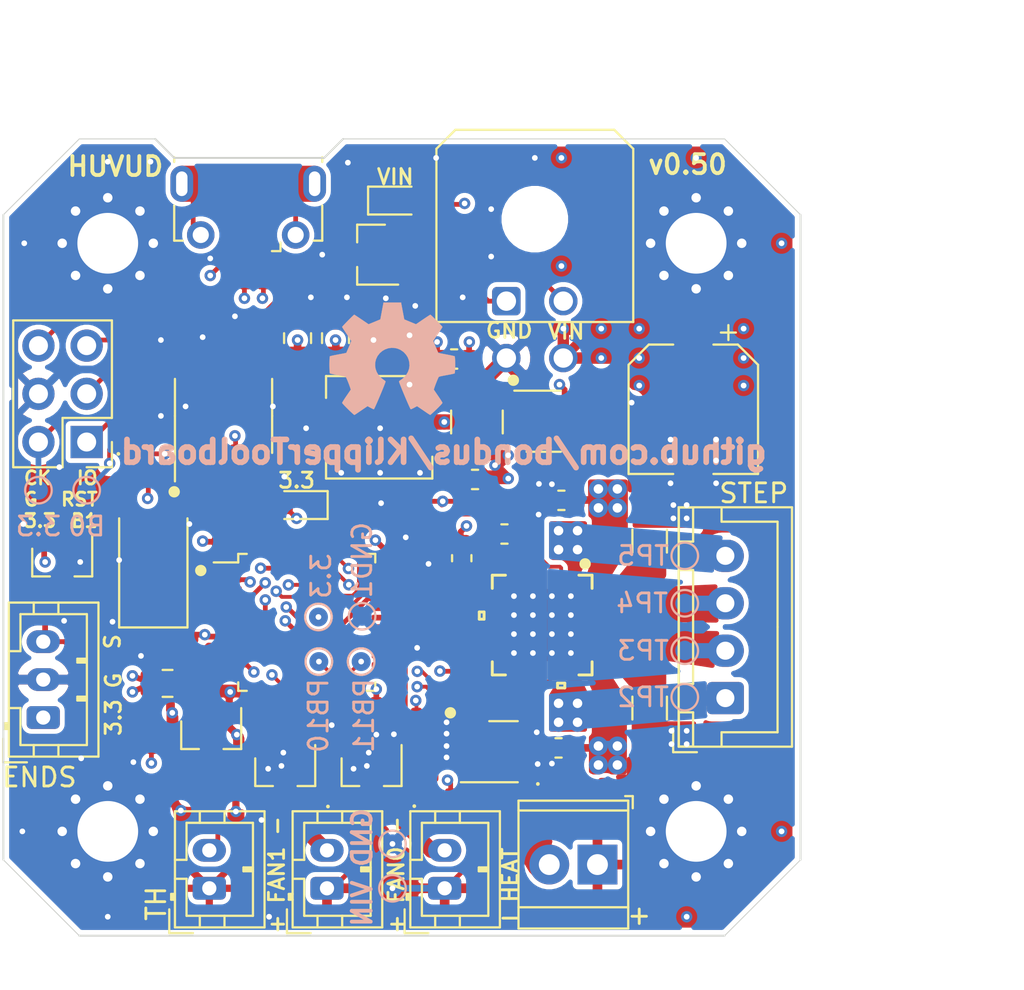
<source format=kicad_pcb>
(kicad_pcb (version 20171130) (host pcbnew "(5.1.5)-3")
  (layers (0 F.Cu signal) (1 In1.Cu signal) (2 In2.Cu signal) (31 B.Cu power) (34 B.Paste user) (35 F.Paste user) (36 B.SilkS user hide) (37 F.SilkS user) (38 B.Mask user) (39 F.Mask user) (44 Edge.Cuts user))
  (net 0 "")
  (net 1 GNDA)
  (net 2 GND)
  (net 3 ST_VS)
  (net 4 "Net-(C3-Pad1)")
  (net 5 "Net-(C4-Pad1)")
  (net 6 "Net-(C5-Pad1)")
  (net 7 "Net-(C5-Pad2)")
  (net 8 +3V3)
  (net 9 "Net-(C12-Pad2)")
  (net 10 "Net-(C13-Pad2)")
  (net 11 "Net-(D1-Pad1)")
  (net 12 "Net-(D1-Pad2)")
  (net 13 "Net-(D2-Pad1)")
  (net 14 "Net-(D2-Pad2)")
  (net 15 "Net-(D3-Pad2)")
  (net 16 "Net-(D3-Pad1)")
  (net 17 AREF)
  (net 18 THERM)
  (net 19 "Net-(R17-Pad1)")
  (net 20 ST_EN)
  (net 21 HEATER)
  (net 22 ST_STEP)
  (net 23 ST_DIR)
  (net 24 ST_DIAG)
  (net 25 "Net-(D6-Pad1)")
  (net 26 "Net-(D8-Pad1)")
  (net 27 SWCLK)
  (net 28 SWDIO)
  (net 29 "Net-(R6-Pad1)")
  (net 30 CANRX)
  (net 31 CANTX)
  (net 32 "Net-(D5-Pad1)")
  (net 33 ENDSTOP)
  (net 34 LED0)
  (net 35 BRA)
  (net 36 BRB)
  (net 37 ST_UART_TX)
  (net 38 ST_UART_RX)
  (net 39 "Net-(J12-Pad6)")
  (net 40 "Net-(J12-Pad2)")
  (net 41 "Net-(J12-Pad3)")
  (net 42 NRST)
  (net 43 USBDM)
  (net 44 USBDP)
  (net 45 BOOT0)
  (net 46 "Net-(C21-Pad2)")
  (net 47 "Net-(C21-Pad1)")
  (net 48 FAN0)
  (net 49 FAN1)
  (net 50 /ST_A2)
  (net 51 /ST_A1)
  (net 52 /ST_B1)
  (net 53 /ST_B2)
  (net 54 "Net-(Q1-Pad1)")
  (net 55 "Net-(Q2-Pad1)")
  (net 56 "Net-(D9-Pad3)")
  (net 57 "Net-(D4-Pad3)")
  (net 58 "Net-(Q3-Pad2)")
  (net 59 BOOT1)
  (net 60 "Net-(R38-Pad1)")
  (net 61 "Net-(C20-Pad2)")
  (net 62 "Net-(C20-Pad1)")
  (net 63 "Net-(R29-Pad2)")
  (net 64 "Net-(R30-Pad2)")
  (net 65 CANH)
  (net 66 CANL)
  (net 67 "Net-(PB10-Pad1)")
  (net 68 "Net-(PB11-Pad1)")
  (module Resistor_SMD:R_0402_1005Metric (layer F.Cu) (at 200.7 103.4 270)
    (fp_text reference R11 hide)
    (fp_text value 10k hide)
    (pad 2 smd roundrect (at 0.485 0 270) (size 0.59 0.64) (layers F.Cu F.Paste F.Mask) (net 2 GND))
    (pad 1 smd roundrect (at -0.485 0 270) (size 0.59 0.64) (layers F.Cu F.Paste F.Mask) (net 25 "Net-(D6-Pad1)"))
  )
  (module Capacitor_SMD:C_0402_1005Metric (layer F.Cu) (at 203.7 105 270)
    (fp_text reference C29 hide)
    (fp_text value 22pF)
    (pad 2 smd roundrect (at 0.485 0 270) (size 0.59 0.64) (layers F.Cu F.Paste F.Mask) (net 65 CANH))
    (pad 1 smd roundrect (at -0.485 0 270) (size 0.59 0.64) (layers F.Cu F.Paste F.Mask) (net 2 GND))
  )
  (module Capacitor_SMD:C_0402_1005Metric (layer F.Cu) (at 203.7 106.9 270)
    (fp_text reference C26 hide)
    (fp_text value 22pF)
    (pad 2 smd roundrect (at 0.485 0 270) (size 0.59 0.64) (layers F.Cu F.Paste F.Mask) (net 2 GND))
    (pad 1 smd roundrect (at -0.485 0 270) (size 0.59 0.64) (layers F.Cu F.Paste F.Mask) (net 66 CANL))
  )
  (module Symbol:OSHW-Symbol_6.7x6mm_SilkScreen (layer B.Cu) (at 202.5 111.6 180)
    (fp_text reference LOGO1 hide)
    (fp_text value Logo_Open_Hardware_Small hide)
  )
  (module Package_TO_SOT_SMD:SOT-23 (layer F.Cu) (at 201.4 106.1 180)
    (fp_text reference D7 hide)
    (fp_text value SM24CANB hide)
    (pad 3 smd rect (at 1 0 180) (size 0.9 0.8) (layers F.Cu F.Paste F.Mask) (net 2 GND))
    (pad 2 smd rect (at -1 0.95 180) (size 0.9 0.8) (layers F.Cu F.Paste F.Mask) (net 65 CANH))
    (pad 1 smd rect (at -1 -0.95 180) (size 0.9 0.8) (layers F.Cu F.Paste F.Mask) (net 66 CANL))
  )
  (module TestPoint:TestPoint_Pad_D1.0mm (layer B.Cu) (at 202.5 139.5)
    (fp_text reference VIN1 hide)
    (fp_text value TestPoint)
    (pad 1 smd circle (at 0 0) (size 1 1) (layers B.Cu B.Mask) (net 3 ST_VS))
  )
  (module TestPoint:TestPoint_Pad_D1.0mm (layer B.Cu) (at 202.5 137.16)
    (fp_text reference GND2 hide)
    (fp_text value TestPoint)
    (pad 1 smd circle (at 0 0) (size 1 1) (layers B.Cu B.Mask) (net 2 GND))
  )
  (module Resistor_SMD:R_0402_1005Metric (layer F.Cu) (at 200.1 119.4)
    (fp_text reference R20 hide)
    (fp_text value 470 hide)
    (pad 2 smd roundrect (at 0.485 0) (size 0.59 0.64) (layers F.Cu F.Paste F.Mask) (net 2 GND))
    (pad 1 smd roundrect (at -0.485 0) (size 0.59 0.64) (layers F.Cu F.Paste F.Mask) (net 26 "Net-(D8-Pad1)"))
  )
  (module TestPoint:TestPoint_Pad_D1.0mm (layer B.Cu) (at 200.9 125.16)
    (fp_text reference GND1 (at 0 -2.96 90) (layer B.SilkS) (effects (justify mirror)))
    (fp_text value TestPoint)
    (pad 1 smd circle (at 0 0) (size 1 1) (layers B.Cu B.Mask) (net 2 GND))
  )
  (module TestPoint:TestPoint_Pad_D1.0mm (layer B.Cu) (at 198.6 125.2)
    (fp_text reference 3.3 (at 0.14 -2.16 90) (layer B.SilkS) (effects (justify mirror)))
    (fp_text value TestPoint)
    (pad 1 smd circle (at 0 0) (size 1 1) (layers B.Cu B.Mask) (net 8 +3V3))
  )
  (module TestPoint:TestPoint_Pad_D1.0mm (layer B.Cu) (at 200.85 127.55)
    (fp_text reference PB11 (at 0.15 2.85 90) (layer B.SilkS) (effects (justify mirror)))
    (fp_text value TestPoint)
    (pad 1 smd circle (at 0 0) (size 1 1) (layers B.Cu B.Mask) (net 68 "Net-(PB11-Pad1)"))
  )
  (module TestPoint:TestPoint_Pad_D1.0mm (layer B.Cu) (at 198.62 127.55)
    (fp_text reference PB10 (at -0.02 2.85 90) (layer B.SilkS) (effects (justify mirror)))
    (fp_text value TestPoint)
    (pad 1 smd circle (at 0 0) (size 1 1) (layers B.Cu B.Mask) (net 67 "Net-(PB10-Pad1)"))
  )
  (module MountingHole:MountingHole_3.2mm_M3_Pad_Via (layer F.Cu) (at 218.5 136.5)
    (fp_text reference H4 hide)
    (fp_text value MountingHole hide)
    (pad 1 thru_hole circle (at 1.697056 -1.697056) (size 0.8 0.8) (drill 0.5) (layers *.Cu *.Mask) (net 2 GND))
    (pad 1 thru_hole circle (at 0 -2.4) (size 0.8 0.8) (drill 0.5) (layers *.Cu *.Mask) (net 2 GND))
    (pad 1 thru_hole circle (at -1.697056 -1.697056) (size 0.8 0.8) (drill 0.5) (layers *.Cu *.Mask) (net 2 GND))
    (pad 1 thru_hole circle (at -2.4 0) (size 0.8 0.8) (drill 0.5) (layers *.Cu *.Mask) (net 2 GND))
    (pad 1 thru_hole circle (at -1.697056 1.697056) (size 0.8 0.8) (drill 0.5) (layers *.Cu *.Mask) (net 2 GND))
    (pad 1 thru_hole circle (at 0 2.4) (size 0.8 0.8) (drill 0.5) (layers *.Cu *.Mask) (net 2 GND))
    (pad 1 thru_hole circle (at 1.697056 1.697056) (size 0.8 0.8) (drill 0.5) (layers *.Cu *.Mask) (net 2 GND))
    (pad 1 thru_hole circle (at 2.4 0) (size 0.8 0.8) (drill 0.5) (layers *.Cu *.Mask) (net 2 GND))
    (pad 1 thru_hole circle (at 0 0) (size 6.4 6.4) (drill 3.2) (layers *.Cu *.Mask) (net 2 GND))
  )
  (module MountingHole:MountingHole_3.2mm_M3_Pad_Via (layer F.Cu) (at 187.5 136.5)
    (fp_text reference H3 hide)
    (fp_text value MountingHole hide)
    (pad 1 thru_hole circle (at 1.697056 -1.697056) (size 0.8 0.8) (drill 0.5) (layers *.Cu *.Mask) (net 2 GND))
    (pad 1 thru_hole circle (at 0 -2.4) (size 0.8 0.8) (drill 0.5) (layers *.Cu *.Mask) (net 2 GND))
    (pad 1 thru_hole circle (at -1.697056 -1.697056) (size 0.8 0.8) (drill 0.5) (layers *.Cu *.Mask) (net 2 GND))
    (pad 1 thru_hole circle (at -2.4 0) (size 0.8 0.8) (drill 0.5) (layers *.Cu *.Mask) (net 2 GND))
    (pad 1 thru_hole circle (at -1.697056 1.697056) (size 0.8 0.8) (drill 0.5) (layers *.Cu *.Mask) (net 2 GND))
    (pad 1 thru_hole circle (at 0 2.4) (size 0.8 0.8) (drill 0.5) (layers *.Cu *.Mask) (net 2 GND))
    (pad 1 thru_hole circle (at 1.697056 1.697056) (size 0.8 0.8) (drill 0.5) (layers *.Cu *.Mask) (net 2 GND))
    (pad 1 thru_hole circle (at 2.4 0) (size 0.8 0.8) (drill 0.5) (layers *.Cu *.Mask) (net 2 GND))
    (pad 1 thru_hole circle (at 0 0) (size 6.4 6.4) (drill 3.2) (layers *.Cu *.Mask) (net 2 GND))
  )
  (module MountingHole:MountingHole_3.2mm_M3_Pad_Via (layer F.Cu) (at 218.5 105.5)
    (fp_text reference H2 hide)
    (fp_text value MountingHole hide)
    (pad 1 thru_hole circle (at 1.697056 -1.697056) (size 0.8 0.8) (drill 0.5) (layers *.Cu *.Mask) (net 2 GND))
    (pad 1 thru_hole circle (at 0 -2.4) (size 0.8 0.8) (drill 0.5) (layers *.Cu *.Mask) (net 2 GND))
    (pad 1 thru_hole circle (at -1.697056 -1.697056) (size 0.8 0.8) (drill 0.5) (layers *.Cu *.Mask) (net 2 GND))
    (pad 1 thru_hole circle (at -2.4 0) (size 0.8 0.8) (drill 0.5) (layers *.Cu *.Mask) (net 2 GND))
    (pad 1 thru_hole circle (at -1.697056 1.697056) (size 0.8 0.8) (drill 0.5) (layers *.Cu *.Mask) (net 2 GND))
    (pad 1 thru_hole circle (at 0 2.4) (size 0.8 0.8) (drill 0.5) (layers *.Cu *.Mask) (net 2 GND))
    (pad 1 thru_hole circle (at 1.697056 1.697056) (size 0.8 0.8) (drill 0.5) (layers *.Cu *.Mask) (net 2 GND))
    (pad 1 thru_hole circle (at 2.4 0) (size 0.8 0.8) (drill 0.5) (layers *.Cu *.Mask) (net 2 GND))
    (pad 1 thru_hole circle (at 0 0) (size 6.4 6.4) (drill 3.2) (layers *.Cu *.Mask) (net 2 GND))
  )
  (module MountingHole:MountingHole_3.2mm_M3_Pad_Via (layer F.Cu) (at 187.5 105.5)
    (fp_text reference H1 hide)
    (fp_text value MountingHole hide)
    (pad 1 thru_hole circle (at 1.697056 -1.697056) (size 0.8 0.8) (drill 0.5) (layers *.Cu *.Mask) (net 2 GND))
    (pad 1 thru_hole circle (at 0 -2.4) (size 0.8 0.8) (drill 0.5) (layers *.Cu *.Mask) (net 2 GND))
    (pad 1 thru_hole circle (at -1.697056 -1.697056) (size 0.8 0.8) (drill 0.5) (layers *.Cu *.Mask) (net 2 GND))
    (pad 1 thru_hole circle (at -2.4 0) (size 0.8 0.8) (drill 0.5) (layers *.Cu *.Mask) (net 2 GND))
    (pad 1 thru_hole circle (at -1.697056 1.697056) (size 0.8 0.8) (drill 0.5) (layers *.Cu *.Mask) (net 2 GND))
    (pad 1 thru_hole circle (at 0 2.4) (size 0.8 0.8) (drill 0.5) (layers *.Cu *.Mask) (net 2 GND))
    (pad 1 thru_hole circle (at 1.697056 1.697056) (size 0.8 0.8) (drill 0.5) (layers *.Cu *.Mask) (net 2 GND))
    (pad 1 thru_hole circle (at 2.4 0) (size 0.8 0.8) (drill 0.5) (layers *.Cu *.Mask) (net 2 GND))
    (pad 1 thru_hole circle (at 0 0) (size 6.4 6.4) (drill 3.2) (layers *.Cu *.Mask) (net 2 GND))
  )
  (module Connector_Molex:Molex_Micro-Fit_3.0_43045-0400_2x02_P3.00mm_Horizontal (layer F.Cu) (at 208.5 108.55)
    (fp_text reference J1 hide)
    (fp_text value Conn_02x02_Odd_Even hide)
    (pad 4 thru_hole circle (at 3 3) (size 1.5 1.5) (drill 1.02) (layers *.Cu *.Mask) (net 3 ST_VS))
    (pad 3 thru_hole circle (at 0 3) (size 1.5 1.5) (drill 1.02) (layers *.Cu *.Mask) (net 2 GND))
    (pad 2 thru_hole circle (at 3 0) (size 1.5 1.5) (drill 1.02) (layers *.Cu *.Mask) (net 65 CANH))
    (pad 1 thru_hole roundrect (at 0 0) (size 1.5 1.5) (drill 1.02) (layers *.Cu *.Mask) (roundrect_rratio 0.166667) (net 66 CANL))
    (pad "" np_thru_hole circle (at 1.5 -4.32) (size 3 3) (drill 3) (layers *.Cu *.Mask))
  )
  (module Package_TO_SOT_SMD:SOT-23 (layer F.Cu) (at 192.95 131.4 270)
    (fp_text reference D9 hide)
    (fp_text value BAT54S hide)
    (pad 3 smd rect (at 1 0 270) (size 0.9 0.8) (layers F.Cu F.Paste F.Mask) (net 56 "Net-(D9-Pad3)"))
    (pad 2 smd rect (at -1 0.95 270) (size 0.9 0.8) (layers F.Cu F.Paste F.Mask) (net 17 AREF))
    (pad 1 smd rect (at -1 -0.95 270) (size 0.9 0.8) (layers F.Cu F.Paste F.Mask) (net 1 GNDA))
  )
  (module TestPoint:TestPoint_Pad_D1.0mm (layer B.Cu) (at 183.8485 118.516)
    (fp_text reference TP6 hide)
    (fp_text value TestPoint)
    (pad 1 smd circle (at 0 0) (size 1 1) (layers B.Cu B.Mask) (net 8 +3V3))
  )
  (module TestPoint:TestPoint_Pad_D1.0mm (layer B.Cu) (at 217.9 121.976)
    (fp_text reference TP5 (at -2.2 0) (layer B.SilkS) (effects (justify mirror)))
    (fp_text value TestPoint)
    (pad 1 smd circle (at 0 0) (size 1 1) (layers B.Cu B.Mask) (net 53 /ST_B2))
  )
  (module TestPoint:TestPoint_Pad_D1.0mm (layer B.Cu) (at 217.9 124.476)
    (fp_text reference TP4 (at -2.25 0) (layer B.SilkS) (effects (justify mirror)))
    (fp_text value TestPoint)
    (pad 1 smd circle (at 0 0) (size 1 1) (layers B.Cu B.Mask) (net 52 /ST_B1))
  )
  (module TestPoint:TestPoint_Pad_D1.0mm (layer B.Cu) (at 217.9 126.976)
    (fp_text reference TP3 (at -2.2 0) (layer B.SilkS) (effects (justify mirror)))
    (fp_text value TestPoint)
    (pad 1 smd circle (at 0 0) (size 1 1) (layers B.Cu B.Mask) (net 51 /ST_A1))
  )
  (module TestPoint:TestPoint_Pad_D1.0mm (layer B.Cu) (at 217.9 129.426)
    (fp_text reference TP2 (at -2.2 0) (layer B.SilkS) (effects (justify mirror)))
    (fp_text value TestPoint)
    (pad 1 smd circle (at 0 0) (size 1 1) (layers B.Cu B.Mask) (net 50 /ST_A2))
  )
  (module Resistor_SMD:R_0402_1005Metric (layer F.Cu) (at 211.8 117.2 180)
    (fp_text reference R31 hide)
    (fp_text value 22 hide)
    (pad 2 smd roundrect (at 0.485 0 180) (size 0.59 0.64) (layers F.Cu F.Paste F.Mask) (net 64 "Net-(R30-Pad2)"))
    (pad 1 smd roundrect (at -0.485 0 180) (size 0.59 0.64) (layers F.Cu F.Paste F.Mask) (net 63 "Net-(R29-Pad2)"))
  )
  (module Resistor_SMD:R_0402_1005Metric (layer F.Cu) (at 209.9 117.2)
    (fp_text reference R30 hide)
    (fp_text value 22 hide)
    (pad 2 smd roundrect (at 0.485 0) (size 0.59 0.64) (layers F.Cu F.Paste F.Mask) (net 64 "Net-(R30-Pad2)"))
    (pad 1 smd roundrect (at -0.485 0) (size 0.59 0.64) (layers F.Cu F.Paste F.Mask) (net 8 +3V3))
  )
  (module NetTie:NetTie-2_SMD_Pad0.5mm (layer F.Cu) (at 189.45 126.34)
    (fp_text reference NT1 hide)
    (fp_text value Net-Tie_2 hide)
    (fp_poly (pts (xy -0.5 -0.25) (xy 0.5 -0.25) (xy 0.5 0.25) (xy -0.5 0.25)) (layer F.Cu) (width 0))
    (pad 2 smd circle (at 0.5 0) (size 0.5 0.5) (layers F.Cu) (net 1 GNDA))
    (pad 1 smd circle (at -0.5 0) (size 0.5 0.5) (layers F.Cu) (net 2 GND))
  )
  (module Capacitor_SMD:C_0402_1005Metric (layer F.Cu) (at 190.97 126.77 270)
    (fp_text reference C11 hide)
    (fp_text value 0.1uF hide)
    (pad 2 smd roundrect (at 0.485 0 270) (size 0.59 0.64) (layers F.Cu F.Paste F.Mask) (net 17 AREF))
    (pad 1 smd roundrect (at -0.485 0 270) (size 0.59 0.64) (layers F.Cu F.Paste F.Mask) (net 1 GNDA))
  )
  (module LED_SMD:LED_0402_1005Metric (layer F.Cu) (at 189.15 116.6)
    (fp_text reference D5 hide)
    (fp_text value LEDGR hide)
    (pad 2 smd roundrect (at 0.485 0) (size 0.59 0.64) (layers F.Cu F.Paste F.Mask) (net 8 +3V3))
    (pad 1 smd roundrect (at -0.485 0) (size 0.59 0.64) (layers F.Cu F.Paste F.Mask) (net 32 "Net-(D5-Pad1)"))
  )
  (module Resistor_SMD:R_0402_1005Metric (layer F.Cu) (at 214.3 116.8 270)
    (fp_text reference R29 hide)
    (fp_text value 2.2k hide)
    (pad 2 smd roundrect (at 0.485 0 270) (size 0.59 0.64) (layers F.Cu F.Paste F.Mask) (net 63 "Net-(R29-Pad2)"))
    (pad 1 smd roundrect (at -0.485 0 270) (size 0.59 0.64) (layers F.Cu F.Paste F.Mask) (net 46 "Net-(C21-Pad2)"))
  )
  (module Capacitor_SMD:C_0402_1005Metric (layer F.Cu) (at 213.8 115.35)
    (fp_text reference C21 hide)
    (fp_text value 68pF hide)
    (pad 2 smd roundrect (at 0.485 0) (size 0.59 0.64) (layers F.Cu F.Paste F.Mask) (net 46 "Net-(C21-Pad2)"))
    (pad 1 smd roundrect (at -0.485 0) (size 0.59 0.64) (layers F.Cu F.Paste F.Mask) (net 47 "Net-(C21-Pad1)"))
  )
  (module Capacitor_SMD:C_0603_1608Metric (layer F.Cu) (at 205.75 111.6)
    (fp_text reference C20 hide)
    (fp_text value 0.1uF/35V hide)
    (pad 2 smd roundrect (at 0.7875 0) (size 0.875 0.95) (layers F.Cu F.Paste F.Mask) (net 61 "Net-(C20-Pad2)"))
    (pad 1 smd roundrect (at -0.7875 0) (size 0.875 0.95) (layers F.Cu F.Paste F.Mask) (net 62 "Net-(C20-Pad1)"))
  )
  (module Capacitor_SMD:C_0603_1608Metric (layer F.Cu) (at 206.85 117.95 180)
    (fp_text reference C16 hide)
    (fp_text value 0.1uF/35V hide)
    (pad 2 smd roundrect (at 0.7875 0 180) (size 0.875 0.95) (layers F.Cu F.Paste F.Mask) (net 2 GND))
    (pad 1 smd roundrect (at -0.7875 0 180) (size 0.875 0.95) (layers F.Cu F.Paste F.Mask) (net 3 ST_VS))
  )
  (module Capacitor_SMD:C_0805_2012Metric (layer F.Cu) (at 199.5 110.5 90)
    (fp_text reference C32 hide)
    (fp_text value 10uF hide)
    (pad 2 smd roundrect (at 0.9375 0 90) (size 0.975 1.4) (layers F.Cu F.Paste F.Mask) (net 2 GND))
    (pad 1 smd roundrect (at -0.9375 0 90) (size 0.975 1.4) (layers F.Cu F.Paste F.Mask) (net 8 +3V3))
  )
  (module Capacitor_SMD:C_0805_2012Metric (layer F.Cu) (at 197.5 110.5 90)
    (fp_text reference C15 hide)
    (fp_text value 10uF hide)
    (pad 2 smd roundrect (at 0.9375 0 90) (size 0.975 1.4) (layers F.Cu F.Paste F.Mask) (net 2 GND))
    (pad 1 smd roundrect (at -0.9375 0 90) (size 0.975 1.4) (layers F.Cu F.Paste F.Mask) (net 8 +3V3))
  )
  (module Capacitor_SMD:C_0805_2012Metric (layer F.Cu) (at 201.5 110.5 90)
    (fp_text reference C14 hide)
    (fp_text value 10uF hide)
    (pad 2 smd roundrect (at 0.9375 0 90) (size 0.975 1.4) (layers F.Cu F.Paste F.Mask) (net 2 GND))
    (pad 1 smd roundrect (at -0.9375 0 90) (size 0.975 1.4) (layers F.Cu F.Paste F.Mask) (net 8 +3V3))
  )
  (module Capacitor_SMD:C_1210_3225Metric (layer F.Cu) (at 206.95 114.92 270)
    (fp_text reference C22 hide)
    (fp_text value 10uF/35V hide)
    (pad 2 smd roundrect (at 1.4 0 270) (size 1.25 2.65) (layers F.Cu F.Paste F.Mask) (roundrect_rratio 0.2) (net 3 ST_VS))
    (pad 1 smd roundrect (at -1.4 0 270) (size 1.25 2.65) (layers F.Cu F.Paste F.Mask) (roundrect_rratio 0.2) (net 2 GND))
  )
  (module Package_TO_SOT_SMD:SOT-23-6 (layer F.Cu) (at 210.47 114.88)
    (fp_text reference U3 hide)
    (fp_text value TPS54308 hide)
    (pad 5 smd rect (at 1.1 0) (size 1.06 0.65) (layers F.Cu F.Paste F.Mask) (net 60 "Net-(R38-Pad1)"))
    (pad 6 smd rect (at 1.1 -0.95) (size 1.06 0.65) (layers F.Cu F.Paste F.Mask) (net 61 "Net-(C20-Pad2)"))
    (pad 4 smd rect (at 1.1 0.95) (size 1.06 0.65) (layers F.Cu F.Paste F.Mask) (net 47 "Net-(C21-Pad1)"))
    (pad 3 smd rect (at -1.1 0.95) (size 1.06 0.65) (layers F.Cu F.Paste F.Mask) (net 3 ST_VS))
    (pad 2 smd rect (at -1.1 0) (size 1.06 0.65) (layers F.Cu F.Paste F.Mask) (net 62 "Net-(C20-Pad1)"))
    (pad 1 smd rect (at -1.1 -0.95) (size 1.06 0.65) (layers F.Cu F.Paste F.Mask) (net 2 GND))
  )
  (module Resistor_SMD:R_0402_1005Metric (layer F.Cu) (at 213.8 114.4 180)
    (fp_text reference R41 hide)
    (fp_text value 22k hide)
    (pad 2 smd roundrect (at 0.485 0 180) (size 0.59 0.64) (layers F.Cu F.Paste F.Mask) (net 47 "Net-(C21-Pad1)"))
    (pad 1 smd roundrect (at -0.485 0 180) (size 0.59 0.64) (layers F.Cu F.Paste F.Mask) (net 2 GND))
  )
  (module Resistor_SMD:R_0402_1005Metric (layer F.Cu) (at 213.3 116.8 270)
    (fp_text reference R40 hide)
    (fp_text value 100k hide)
    (pad 2 smd roundrect (at 0.485 0 270) (size 0.59 0.64) (layers F.Cu F.Paste F.Mask) (net 63 "Net-(R29-Pad2)"))
    (pad 1 smd roundrect (at -0.485 0 270) (size 0.59 0.64) (layers F.Cu F.Paste F.Mask) (net 47 "Net-(C21-Pad1)"))
  )
  (module Resistor_SMD:R_0402_1005Metric (layer F.Cu) (at 213.8 113.45 180)
    (fp_text reference R39 hide)
    (fp_text value 22k hide)
    (pad 2 smd roundrect (at 0.485 0 180) (size 0.59 0.64) (layers F.Cu F.Paste F.Mask) (net 60 "Net-(R38-Pad1)"))
    (pad 1 smd roundrect (at -0.485 0 180) (size 0.59 0.64) (layers F.Cu F.Paste F.Mask) (net 2 GND))
  )
  (module Resistor_SMD:R_0402_1005Metric (layer F.Cu) (at 213.8 112.45)
    (fp_text reference R38 hide)
    (fp_text value 100k hide)
    (pad 2 smd roundrect (at 0.485 0) (size 0.59 0.64) (layers F.Cu F.Paste F.Mask) (net 3 ST_VS))
    (pad 1 smd roundrect (at -0.485 0) (size 0.59 0.64) (layers F.Cu F.Paste F.Mask) (net 60 "Net-(R38-Pad1)"))
  )
  (module Inductor_SMD:L_Sunlord_MWSA0518_5.4x5.2mm (layer F.Cu) (at 201.8 115.2 180)
    (fp_text reference L4 hide)
    (fp_text value "10uH/max 145mOhm 2A" hide)
    (pad 2 smd rect (at 2.05 0 180) (size 1.9 2.5) (layers F.Cu F.Paste F.Mask) (net 8 +3V3))
    (pad 1 smd rect (at -2.05 0 180) (size 1.9 2.5) (layers F.Cu F.Paste F.Mask) (net 62 "Net-(C20-Pad1)"))
  )
  (module Resistor_SMD:R_0402_1005Metric (layer F.Cu) (at 189.15 114.6 180)
    (fp_text reference R37 hide)
    (fp_text value 10k hide)
    (pad 2 smd roundrect (at 0.485 0 180) (size 0.59 0.64) (layers F.Cu F.Paste F.Mask) (net 59 BOOT1))
    (pad 1 smd roundrect (at -0.485 0 180) (size 0.59 0.64) (layers F.Cu F.Paste F.Mask) (net 2 GND))
  )
  (module Capacitor_SMD:C_0402_1005Metric (layer F.Cu) (at 191.95 126.77 270)
    (fp_text reference C23 hide)
    (fp_text value 4.7uF hide)
    (pad 2 smd roundrect (at 0.485 0 270) (size 0.59 0.64) (layers F.Cu F.Paste F.Mask) (net 17 AREF))
    (pad 1 smd roundrect (at -0.485 0 270) (size 0.59 0.64) (layers F.Cu F.Paste F.Mask) (net 1 GNDA))
  )
  (module TestPoint:TestPoint_Pad_D1.0mm (layer B.Cu) (at 186.3885 118.516)
    (fp_text reference TP1 hide)
    (fp_text value TestPoint)
    (pad 1 smd circle (at 0 0) (size 1 1) (layers B.Cu B.Mask) (net 45 BOOT0))
  )
  (module Huvud:DFN-8-1EP_3x3mm_P0.65mm_EP1.7x2.05mm (layer F.Cu) (at 207.6 132.3)
    (fp_text reference Q3 hide)
    (fp_text value AON7524 hide)
    (pad 3 smd rect (at 0 0) (size 1.7 2.05) (layers F.Cu F.Mask) (net 16 "Net-(D3-Pad1)"))
    (pad 3 smd roundrect (at 1.45 -0.975) (size 0.8 0.3) (layers F.Cu F.Paste F.Mask) (net 16 "Net-(D3-Pad1)"))
    (pad 3 smd roundrect (at 1.45 -0.325) (size 0.8 0.3) (layers F.Cu F.Paste F.Mask) (net 16 "Net-(D3-Pad1)"))
    (pad 3 smd roundrect (at 1.45 0.325) (size 0.8 0.3) (layers F.Cu F.Paste F.Mask) (net 16 "Net-(D3-Pad1)"))
    (pad 3 smd roundrect (at 1.45 0.975) (size 0.8 0.3) (layers F.Cu F.Paste F.Mask) (net 16 "Net-(D3-Pad1)"))
    (pad 2 smd roundrect (at -1.45 0.975) (size 0.8 0.3) (layers F.Cu F.Paste F.Mask) (net 58 "Net-(Q3-Pad2)"))
    (pad 1 smd roundrect (at -1.45 0.325) (size 0.8 0.3) (layers F.Cu F.Paste F.Mask) (net 2 GND))
    (pad 1 smd roundrect (at -1.45 -0.325) (size 0.8 0.3) (layers F.Cu F.Paste F.Mask) (net 2 GND))
    (pad 1 smd roundrect (at -1.45 -0.975) (size 0.8 0.3) (layers F.Cu F.Paste F.Mask) (net 2 GND))
  )
  (module Resistor_SMD:R_0402_1005Metric (layer F.Cu) (at 189.15 117.6 180)
    (fp_text reference R3 hide)
    (fp_text value 470 hide)
    (pad 2 smd roundrect (at 0.485 0 180) (size 0.59 0.64) (layers F.Cu F.Paste F.Mask) (net 32 "Net-(D5-Pad1)"))
    (pad 1 smd roundrect (at -0.485 0 180) (size 0.59 0.64) (layers F.Cu F.Paste F.Mask) (net 34 LED0))
  )
  (module Package_TO_SOT_SMD:SOT-23 (layer F.Cu) (at 185.1 122.3 270)
    (fp_text reference D4 hide)
    (fp_text value BAT54S hide)
    (pad 3 smd rect (at 1 0 270) (size 0.9 0.8) (layers F.Cu F.Paste F.Mask) (net 57 "Net-(D4-Pad3)"))
    (pad 2 smd rect (at -1 0.95 270) (size 0.9 0.8) (layers F.Cu F.Paste F.Mask) (net 8 +3V3))
    (pad 1 smd rect (at -1 -0.95 270) (size 0.9 0.8) (layers F.Cu F.Paste F.Mask) (net 2 GND))
  )
  (module LED_SMD:LED_0603_1608Metric (layer F.Cu) (at 197.6 119.3 180)
    (fp_text reference D8 hide)
    (fp_text value LEDRED hide)
    (pad 2 smd roundrect (at 0.7875 0 180) (size 0.875 0.95) (layers F.Cu F.Paste F.Mask) (net 8 +3V3))
    (pad 1 smd roundrect (at -0.7875 0 180) (size 0.875 0.95) (layers F.Cu F.Paste F.Mask) (net 26 "Net-(D8-Pad1)"))
  )
  (module LED_SMD:LED_0603_1608Metric (layer F.Cu) (at 202.7 103.25)
    (fp_text reference D6 hide)
    (fp_text value LEDRED hide)
    (pad 2 smd roundrect (at 0.7875 0) (size 0.875 0.95) (layers F.Cu F.Paste F.Mask) (net 3 ST_VS))
    (pad 1 smd roundrect (at -0.7875 0) (size 0.875 0.95) (layers F.Cu F.Paste F.Mask) (net 25 "Net-(D6-Pad1)"))
  )
  (module Resistor_SMD:R_0402_1005Metric (layer F.Cu) (at 189.35 131.15)
    (fp_text reference R36 hide)
    (fp_text value 10k hide)
    (pad 2 smd roundrect (at 0.485 0) (size 0.59 0.64) (layers F.Cu F.Paste F.Mask) (net 33 ENDSTOP))
    (pad 1 smd roundrect (at -0.485 0) (size 0.59 0.64) (layers F.Cu F.Paste F.Mask) (net 57 "Net-(D4-Pad3)"))
  )
  (module Resistor_SMD:R_0402_1005Metric (layer F.Cu) (at 197.7 131.15)
    (fp_text reference R35 hide)
    (fp_text value 22 hide)
    (pad 2 smd roundrect (at 0.485 0) (size 0.59 0.64) (layers F.Cu F.Paste F.Mask) (net 55 "Net-(Q2-Pad1)"))
    (pad 1 smd roundrect (at -0.485 0) (size 0.59 0.64) (layers F.Cu F.Paste F.Mask) (net 49 FAN1))
  )
  (module Resistor_SMD:R_0402_1005Metric (layer F.Cu) (at 204.1 131.675 180)
    (fp_text reference R34 hide)
    (fp_text value 22 hide)
    (pad 2 smd roundrect (at 0.485 0 180) (size 0.59 0.64) (layers F.Cu F.Paste F.Mask) (net 54 "Net-(Q1-Pad1)"))
    (pad 1 smd roundrect (at -0.485 0 180) (size 0.59 0.64) (layers F.Cu F.Paste F.Mask) (net 48 FAN0))
  )
  (module Resistor_SMD:R_0402_1005Metric (layer F.Cu) (at 206.05 134.55)
    (fp_text reference R28 hide)
    (fp_text value 22 hide)
    (pad 2 smd roundrect (at 0.485 0) (size 0.59 0.64) (layers F.Cu F.Paste F.Mask) (net 58 "Net-(Q3-Pad2)"))
    (pad 1 smd roundrect (at -0.485 0) (size 0.59 0.64) (layers F.Cu F.Paste F.Mask) (net 21 HEATER))
  )
  (module LED_SMD:LED_0402_1005Metric (layer F.Cu) (at 211.25 134)
    (fp_text reference D3 hide)
    (fp_text value LEDGR hide)
    (pad 2 smd roundrect (at 0.485 0) (size 0.59 0.64) (layers F.Cu F.Paste F.Mask) (net 15 "Net-(D3-Pad2)"))
    (pad 1 smd roundrect (at -0.485 0) (size 0.59 0.64) (layers F.Cu F.Paste F.Mask) (net 16 "Net-(D3-Pad1)"))
  )
  (module LED_SMD:LED_0402_1005Metric (layer F.Cu) (at 199.1 134.1 90)
    (fp_text reference D2 hide)
    (fp_text value LEDGR hide)
    (pad 2 smd roundrect (at 0.485 0 90) (size 0.59 0.64) (layers F.Cu F.Paste F.Mask) (net 14 "Net-(D2-Pad2)"))
    (pad 1 smd roundrect (at -0.485 0 90) (size 0.59 0.64) (layers F.Cu F.Paste F.Mask) (net 13 "Net-(D2-Pad1)"))
  )
  (module LED_SMD:LED_0402_1005Metric (layer F.Cu) (at 203.65 134.08 90)
    (fp_text reference D1 hide)
    (fp_text value LEDGR hide)
    (pad 2 smd roundrect (at 0.485 0 90) (size 0.59 0.64) (layers F.Cu F.Paste F.Mask) (net 12 "Net-(D1-Pad2)"))
    (pad 1 smd roundrect (at -0.485 0 90) (size 0.59 0.64) (layers F.Cu F.Paste F.Mask) (net 11 "Net-(D1-Pad1)"))
  )
  (module Capacitor_SMD:C_0402_1005Metric (layer F.Cu) (at 194.25 134.05 90)
    (fp_text reference C25 hide)
    (fp_text value 0.1uF hide)
    (pad 2 smd roundrect (at 0.485 0 90) (size 0.59 0.64) (layers F.Cu F.Paste F.Mask) (net 18 THERM))
    (pad 1 smd roundrect (at -0.485 0 90) (size 0.59 0.64) (layers F.Cu F.Paste F.Mask) (net 1 GNDA))
  )
  (module Capacitor_SMD:C_0402_1005Metric (layer F.Cu) (at 189.35 132.1 180)
    (fp_text reference C2 hide)
    (fp_text value 0.1uF hide)
    (pad 2 smd roundrect (at 0.485 0 180) (size 0.59 0.64) (layers F.Cu F.Paste F.Mask) (net 2 GND))
    (pad 1 smd roundrect (at -0.485 0 180) (size 0.59 0.64) (layers F.Cu F.Paste F.Mask) (net 33 ENDSTOP))
  )
  (module Connector_PinHeader_2.54mm:PinHeader_2x03_P2.54mm_Vertical (layer F.Cu) (at 186.3885 115.976 180)
    (fp_text reference J2 hide)
    (fp_text value DBG hide)
    (pad 6 thru_hole oval (at 2.54 5.08 180) (size 1.7 1.7) (drill 1) (layers *.Cu *.Mask) (net 27 SWCLK))
    (pad 5 thru_hole oval (at 0 5.08 180) (size 1.7 1.7) (drill 1) (layers *.Cu *.Mask) (net 28 SWDIO))
    (pad 4 thru_hole oval (at 2.54 2.54 180) (size 1.7 1.7) (drill 1) (layers *.Cu *.Mask) (net 2 GND))
    (pad 3 thru_hole oval (at 0 2.54 180) (size 1.7 1.7) (drill 1) (layers *.Cu *.Mask) (net 42 NRST))
    (pad 2 thru_hole oval (at 2.54 0 180) (size 1.7 1.7) (drill 1) (layers *.Cu *.Mask) (net 8 +3V3))
    (pad 1 thru_hole rect (at 0 0 180) (size 1.7 1.7) (drill 1) (layers *.Cu *.Mask) (net 59 BOOT1))
  )
  (module Connector_USB:USB_Micro-B_Molex-105017-0001 (layer F.Cu) (at 194.9 103.6 180)
    (fp_text reference J12 hide)
    (fp_text value USB_Micro-B_Molex-105017-0001 hide)
    (pad 6 smd rect (at -2.9 1.2375 180) (size 1.2 1.9) (layers F.Cu F.Mask) (net 39 "Net-(J12-Pad6)"))
    (pad 6 smd rect (at 2.9 1.2375 180) (size 1.2 1.9) (layers F.Cu F.Mask) (net 39 "Net-(J12-Pad6)"))
    (pad 6 thru_hole oval (at 3.5 1.2375 180) (size 1.2 1.9) (drill oval 0.6 1.3) (layers *.Cu *.Mask) (net 39 "Net-(J12-Pad6)"))
    (pad 6 thru_hole oval (at -3.5 1.2375) (size 1.2 1.9) (drill oval 0.6 1.3) (layers *.Cu *.Mask) (net 39 "Net-(J12-Pad6)"))
    (pad 6 smd rect (at -1 1.2375 180) (size 1.5 1.9) (layers F.Cu F.Paste F.Mask) (net 39 "Net-(J12-Pad6)"))
    (pad 6 thru_hole circle (at 2.5 -1.4625 180) (size 1.45 1.45) (drill 0.85) (layers *.Cu *.Mask) (net 39 "Net-(J12-Pad6)"))
    (pad 3 smd rect (at 0 -1.4625 180) (size 0.4 1.35) (layers F.Cu F.Paste F.Mask) (net 41 "Net-(J12-Pad3)"))
    (pad 4 smd rect (at 0.65 -1.4625 180) (size 0.4 1.35) (layers F.Cu F.Paste F.Mask) (net 2 GND))
    (pad 5 smd rect (at 1.3 -1.4625 180) (size 0.4 1.35) (layers F.Cu F.Paste F.Mask) (net 2 GND))
    (pad 1 smd rect (at -1.3 -1.4625 180) (size 0.4 1.35) (layers F.Cu F.Paste F.Mask))
    (pad 2 smd rect (at -0.65 -1.4625 180) (size 0.4 1.35) (layers F.Cu F.Paste F.Mask) (net 40 "Net-(J12-Pad2)"))
    (pad 6 thru_hole circle (at -2.5 -1.4625 180) (size 1.45 1.45) (drill 0.85) (layers *.Cu *.Mask) (net 39 "Net-(J12-Pad6)"))
    (pad 6 smd rect (at 1 1.2375 180) (size 1.5 1.9) (layers F.Cu F.Paste F.Mask) (net 39 "Net-(J12-Pad6)"))
  )
  (module Connector_JST:JST_XH_B4B-XH-A_1x04_P2.50mm_Vertical (layer F.Cu) (at 220.0385 129.476 90)
    (fp_text reference J9 hide)
    (fp_text value STEPPER hide)
    (pad 4 thru_hole oval (at 7.5 0 90) (size 1.7 1.95) (drill 0.95) (layers *.Cu *.Mask) (net 53 /ST_B2))
    (pad 3 thru_hole oval (at 5 0 90) (size 1.7 1.95) (drill 0.95) (layers *.Cu *.Mask) (net 52 /ST_B1))
    (pad 2 thru_hole oval (at 2.5 0 90) (size 1.7 1.95) (drill 0.95) (layers *.Cu *.Mask) (net 51 /ST_A1))
    (pad 1 thru_hole roundrect (at 0 0 90) (size 1.7 1.95) (drill 0.95) (layers *.Cu *.Mask) (roundrect_rratio 0.147059) (net 50 /ST_A2))
  )
  (module Inductor_SMD:L_0805_2012Metric (layer F.Cu) (at 190.65 128.7)
    (fp_text reference L1 hide)
    (fp_text value 22uH hide)
    (pad 2 smd roundrect (at 0.9375 0) (size 0.975 1.4) (layers F.Cu F.Paste F.Mask) (net 17 AREF))
    (pad 1 smd roundrect (at -0.9375 0) (size 0.975 1.4) (layers F.Cu F.Paste F.Mask) (net 8 +3V3))
  )
  (module Connector_JST:JST_PH_B2B-PH-K_1x02_P2.00mm_Vertical (layer F.Cu) (at 192.85 139.5 90)
    (fp_text reference J3 hide)
    (fp_text value THERM hide)
    (pad 2 thru_hole oval (at 2 0 90) (size 1.2 1.75) (drill 0.75) (layers *.Cu *.Mask) (net 56 "Net-(D9-Pad3)"))
    (pad 1 thru_hole roundrect (at 0 0 90) (size 1.2 1.75) (drill 0.75) (layers *.Cu *.Mask) (roundrect_rratio 0.208333) (net 1 GNDA))
  )
  (module Resistor_SMD:R_0402_1005Metric (layer F.Cu) (at 191.9 134.05 90)
    (fp_text reference R2 hide)
    (fp_text value 2.2k hide)
    (pad 2 smd roundrect (at 0.485 0 90) (size 0.59 0.64) (layers F.Cu F.Paste F.Mask) (net 17 AREF))
    (pad 1 smd roundrect (at -0.485 0 90) (size 0.59 0.64) (layers F.Cu F.Paste F.Mask) (net 56 "Net-(D9-Pad3)"))
  )
  (module Resistor_SMD:R_0402_1005Metric (layer F.Cu) (at 193.3 134.05 270)
    (fp_text reference R5 hide)
    (fp_text value 10k hide)
    (pad 2 smd roundrect (at 0.485 0 270) (size 0.59 0.64) (layers F.Cu F.Paste F.Mask) (net 56 "Net-(D9-Pad3)"))
    (pad 1 smd roundrect (at -0.485 0 270) (size 0.59 0.64) (layers F.Cu F.Paste F.Mask) (net 18 THERM))
  )
  (module Capacitor_SMD:C_0402_1005Metric (layer F.Cu) (at 193.55 118.8)
    (fp_text reference C28 hide)
    (fp_text value 0.1uF hide)
    (pad 2 smd roundrect (at 0.485 0) (size 0.59 0.64) (layers F.Cu F.Paste F.Mask) (net 8 +3V3))
    (pad 1 smd roundrect (at -0.485 0) (size 0.59 0.64) (layers F.Cu F.Paste F.Mask) (net 2 GND))
  )
  (module Capacitor_SMD:C_0402_1005Metric (layer F.Cu) (at 201.65 130.2 270)
    (fp_text reference C27 hide)
    (fp_text value 4.7uF hide)
    (pad 2 smd roundrect (at 0.485 0 270) (size 0.59 0.64) (layers F.Cu F.Paste F.Mask) (net 2 GND))
    (pad 1 smd roundrect (at -0.485 0 270) (size 0.59 0.64) (layers F.Cu F.Paste F.Mask) (net 8 +3V3))
  )
  (module Capacitor_SMD:C_0402_1005Metric (layer F.Cu) (at 189.15 113.6)
    (fp_text reference C24 hide)
    (fp_text value 0.1uF hide)
    (pad 2 smd roundrect (at 0.485 0) (size 0.59 0.64) (layers F.Cu F.Paste F.Mask) (net 2 GND))
    (pad 1 smd roundrect (at -0.485 0) (size 0.59 0.64) (layers F.Cu F.Paste F.Mask) (net 8 +3V3))
  )
  (module Capacitor_SMD:C_0402_1005Metric (layer F.Cu) (at 189.15 111.6 180)
    (fp_text reference C19 hide)
    (fp_text value 0.1uF hide)
    (pad 2 smd roundrect (at 0.485 0 180) (size 0.59 0.64) (layers F.Cu F.Paste F.Mask) (net 42 NRST))
    (pad 1 smd roundrect (at -0.485 0 180) (size 0.59 0.64) (layers F.Cu F.Paste F.Mask) (net 2 GND))
  )
  (module Capacitor_SMD:C_0402_1005Metric (layer F.Cu) (at 193.3 120.75 90)
    (fp_text reference C18 hide)
    (fp_text value 0.1uF hide)
    (pad 2 smd roundrect (at 0.485 0 90) (size 0.59 0.64) (layers F.Cu F.Paste F.Mask) (net 2 GND))
    (pad 1 smd roundrect (at -0.485 0 90) (size 0.59 0.64) (layers F.Cu F.Paste F.Mask) (net 8 +3V3))
  )
  (module Capacitor_SMD:C_0402_1005Metric (layer F.Cu) (at 202.7 121.85)
    (fp_text reference C17 hide)
    (fp_text value 0.1uF hide)
    (pad 2 smd roundrect (at 0.485 0) (size 0.59 0.64) (layers F.Cu F.Paste F.Mask) (net 2 GND))
    (pad 1 smd roundrect (at -0.485 0) (size 0.59 0.64) (layers F.Cu F.Paste F.Mask) (net 8 +3V3))
  )
  (module Capacitor_SMD:C_0402_1005Metric (layer F.Cu) (at 187.5 121.2 90)
    (fp_text reference C13 hide)
    (fp_text value 22pF hide)
    (pad 2 smd roundrect (at 0.485 0 90) (size 0.59 0.64) (layers F.Cu F.Paste F.Mask) (net 10 "Net-(C13-Pad2)"))
    (pad 1 smd roundrect (at -0.485 0 90) (size 0.59 0.64) (layers F.Cu F.Paste F.Mask) (net 2 GND))
  )
  (module Capacitor_SMD:C_0402_1005Metric (layer F.Cu) (at 187.5 123.1 270)
    (fp_text reference C12 hide)
    (fp_text value 22pF hide)
    (pad 2 smd roundrect (at 0.485 0 270) (size 0.59 0.64) (layers F.Cu F.Paste F.Mask) (net 9 "Net-(C12-Pad2)"))
    (pad 1 smd roundrect (at -0.485 0 270) (size 0.59 0.64) (layers F.Cu F.Paste F.Mask) (net 2 GND))
  )
  (module Capacitor_SMD:C_0402_1005Metric (layer F.Cu) (at 202.6 130.2 270)
    (fp_text reference C10 hide)
    (fp_text value 0.1uF hide)
    (pad 2 smd roundrect (at 0.485 0 270) (size 0.59 0.64) (layers F.Cu F.Paste F.Mask) (net 2 GND))
    (pad 1 smd roundrect (at -0.485 0 270) (size 0.59 0.64) (layers F.Cu F.Paste F.Mask) (net 8 +3V3))
  )
  (module Capacitor_SMD:C_0402_1005Metric (layer F.Cu) (at 206.025 127.575 270)
    (fp_text reference C9 hide)
    (fp_text value 0.1uF hide)
    (pad 2 smd roundrect (at 0.485 0 270) (size 0.59 0.64) (layers F.Cu F.Paste F.Mask) (net 8 +3V3))
    (pad 1 smd roundrect (at -0.485 0 270) (size 0.59 0.64) (layers F.Cu F.Paste F.Mask) (net 2 GND))
  )
  (module Capacitor_SMD:C_0402_1005Metric (layer F.Cu) (at 206.025 124.55 270)
    (fp_text reference C4 hide)
    (fp_text value 4.7uF hide)
    (pad 2 smd roundrect (at 0.485 0 270) (size 0.59 0.64) (layers F.Cu F.Paste F.Mask) (net 2 GND))
    (pad 1 smd roundrect (at -0.485 0 270) (size 0.59 0.64) (layers F.Cu F.Paste F.Mask) (net 5 "Net-(C4-Pad1)"))
  )
  (module Capacitor_SMD:C_0402_1005Metric (layer F.Cu) (at 194.25 120.75 90)
    (fp_text reference C1 hide)
    (fp_text value 4.7uF hide)
    (pad 2 smd roundrect (at 0.485 0 90) (size 0.59 0.64) (layers F.Cu F.Paste F.Mask) (net 2 GND))
    (pad 1 smd roundrect (at -0.485 0 90) (size 0.59 0.64) (layers F.Cu F.Paste F.Mask) (net 8 +3V3))
  )
  (module Resistor_SMD:R_0402_1005Metric (layer F.Cu) (at 193.8 107.15 90)
    (fp_text reference R27 hide)
    (fp_text value 2.2k hide)
    (pad 2 smd roundrect (at 0.485 0 90) (size 0.59 0.64) (layers F.Cu F.Paste F.Mask) (net 8 +3V3))
    (pad 1 smd roundrect (at -0.485 0 90) (size 0.59 0.64) (layers F.Cu F.Paste F.Mask) (net 44 USBDP))
  )
  (module Resistor_SMD:R_0402_1005Metric (layer F.Cu) (at 195.7 107.15 90)
    (fp_text reference R26 hide)
    (fp_text value 22 hide)
    (pad 2 smd roundrect (at 0.485 0 90) (size 0.59 0.64) (layers F.Cu F.Paste F.Mask) (net 40 "Net-(J12-Pad2)"))
    (pad 1 smd roundrect (at -0.485 0 90) (size 0.59 0.64) (layers F.Cu F.Paste F.Mask) (net 43 USBDM))
  )
  (module Resistor_SMD:R_0402_1005Metric (layer F.Cu) (at 194.75 107.15 90)
    (fp_text reference R25 hide)
    (fp_text value 22 hide)
    (pad 2 smd roundrect (at 0.485 0 90) (size 0.59 0.64) (layers F.Cu F.Paste F.Mask) (net 41 "Net-(J12-Pad3)"))
    (pad 1 smd roundrect (at -0.485 0 90) (size 0.59 0.64) (layers F.Cu F.Paste F.Mask) (net 44 USBDP))
  )
  (module Resistor_SMD:R_0402_1005Metric (layer F.Cu) (at 204.1 124.8 180)
    (fp_text reference R24 hide)
    (fp_text value 22k hide)
    (pad 2 smd roundrect (at 0.485 0 180) (size 0.59 0.64) (layers F.Cu F.Paste F.Mask) (net 38 ST_UART_RX))
    (pad 1 smd roundrect (at -0.485 0 180) (size 0.59 0.64) (layers F.Cu F.Paste F.Mask) (net 2 GND))
  )
  (module Resistor_SMD:R_0402_1005Metric (layer F.Cu) (at 189.15 115.6 180)
    (fp_text reference R23 hide)
    (fp_text value 10k hide)
    (pad 2 smd roundrect (at 0.485 0 180) (size 0.59 0.64) (layers F.Cu F.Paste F.Mask) (net 45 BOOT0))
    (pad 1 smd roundrect (at -0.485 0 180) (size 0.59 0.64) (layers F.Cu F.Paste F.Mask) (net 2 GND))
  )
  (module Resistor_SMD:R_0402_1005Metric (layer F.Cu) (at 189.15 110.6)
    (fp_text reference R22 hide)
    (fp_text value 10k hide)
    (pad 2 smd roundrect (at 0.485 0) (size 0.59 0.64) (layers F.Cu F.Paste F.Mask) (net 2 GND))
    (pad 1 smd roundrect (at -0.485 0) (size 0.59 0.64) (layers F.Cu F.Paste F.Mask) (net 28 SWDIO))
  )
  (module Resistor_SMD:R_0402_1005Metric (layer F.Cu) (at 189.15 109.6 180)
    (fp_text reference R21 hide)
    (fp_text value 10k hide)
    (pad 2 smd roundrect (at 0.485 0 180) (size 0.59 0.64) (layers F.Cu F.Paste F.Mask) (net 27 SWCLK))
    (pad 1 smd roundrect (at -0.485 0 180) (size 0.59 0.64) (layers F.Cu F.Paste F.Mask) (net 2 GND))
  )
  (module Resistor_SMD:R_0402_1005Metric (layer F.Cu) (at 189.35 130.2)
    (fp_text reference R19 hide)
    (fp_text value 10k hide)
    (pad 2 smd roundrect (at 0.485 0) (size 0.59 0.64) (layers F.Cu F.Paste F.Mask) (net 8 +3V3))
    (pad 1 smd roundrect (at -0.485 0) (size 0.59 0.64) (layers F.Cu F.Paste F.Mask) (net 57 "Net-(D4-Pad3)"))
  )
  (module Resistor_SMD:R_0402_1005Metric (layer F.Cu) (at 203.8 119.25 180)
    (fp_text reference R18 hide)
    (fp_text value 22k hide)
    (pad 2 smd roundrect (at 0.485 0 180) (size 0.59 0.64) (layers F.Cu F.Paste F.Mask) (net 20 ST_EN))
    (pad 1 smd roundrect (at -0.485 0 180) (size 0.59 0.64) (layers F.Cu F.Paste F.Mask) (net 8 +3V3))
  )
  (module Resistor_SMD:R_0402_1005Metric (layer F.Cu) (at 204.1 123.85 180)
    (fp_text reference R17 hide)
    (fp_text value 22k hide)
    (pad 2 smd roundrect (at 0.485 0 180) (size 0.59 0.64) (layers F.Cu F.Paste F.Mask) (net 2 GND))
    (pad 1 smd roundrect (at -0.485 0 180) (size 0.59 0.64) (layers F.Cu F.Paste F.Mask) (net 19 "Net-(R17-Pad1)"))
  )
  (module Resistor_SMD:R_0402_1005Metric (layer F.Cu) (at 204.1 125.75)
    (fp_text reference R16 hide)
    (fp_text value 1k hide)
    (pad 2 smd roundrect (at 0.485 0) (size 0.59 0.64) (layers F.Cu F.Paste F.Mask) (net 38 ST_UART_RX))
    (pad 1 smd roundrect (at -0.485 0) (size 0.59 0.64) (layers F.Cu F.Paste F.Mask) (net 37 ST_UART_TX))
  )
  (module Resistor_SMD:R_0402_1005Metric (layer F.Cu) (at 213.15 134 180)
    (fp_text reference R15 hide)
    (fp_text value 10k hide)
    (pad 2 smd roundrect (at 0.485 0 180) (size 0.59 0.64) (layers F.Cu F.Paste F.Mask) (net 15 "Net-(D3-Pad2)"))
    (pad 1 smd roundrect (at -0.485 0 180) (size 0.59 0.64) (layers F.Cu F.Paste F.Mask) (net 3 ST_VS))
  )
  (module Resistor_SMD:R_0402_1005Metric (layer F.Cu) (at 199.1 132.2 270)
    (fp_text reference R14 hide)
    (fp_text value 10k hide)
    (pad 2 smd roundrect (at 0.485 0 270) (size 0.59 0.64) (layers F.Cu F.Paste F.Mask) (net 14 "Net-(D2-Pad2)"))
    (pad 1 smd roundrect (at -0.485 0 270) (size 0.59 0.64) (layers F.Cu F.Paste F.Mask) (net 3 ST_VS))
  )
  (module Resistor_SMD:R_0402_1005Metric (layer F.Cu) (at 204.6 134.08 90)
    (fp_text reference R13 hide)
    (fp_text value 10k hide)
    (pad 2 smd roundrect (at 0.485 0 90) (size 0.59 0.64) (layers F.Cu F.Paste F.Mask) (net 12 "Net-(D1-Pad2)"))
    (pad 1 smd roundrect (at -0.485 0 90) (size 0.59 0.64) (layers F.Cu F.Paste F.Mask) (net 3 ST_VS))
  )
  (module Resistor_SMD:R_0402_1005Metric (layer F.Cu) (at 204.25 130.3 180)
    (fp_text reference R12 hide)
    (fp_text value 10k hide)
    (pad 2 smd roundrect (at 0.485 0 180) (size 0.59 0.64) (layers F.Cu F.Paste F.Mask) (net 21 HEATER))
    (pad 1 smd roundrect (at -0.485 0 180) (size 0.59 0.64) (layers F.Cu F.Paste F.Mask) (net 2 GND))
  )
  (module Resistor_SMD:R_0402_1005Metric (layer F.Cu) (at 195.8 131.15)
    (fp_text reference R10 hide)
    (fp_text value 10k hide)
    (pad 2 smd roundrect (at 0.485 0) (size 0.59 0.64) (layers F.Cu F.Paste F.Mask) (net 49 FAN1))
    (pad 1 smd roundrect (at -0.485 0) (size 0.59 0.64) (layers F.Cu F.Paste F.Mask) (net 2 GND))
  )
  (module Resistor_SMD:R_0402_1005Metric (layer F.Cu) (at 192.3 124.7 90)
    (fp_text reference R9 hide)
    (fp_text value 1M hide)
    (pad 2 smd roundrect (at 0.485 0 90) (size 0.59 0.64) (layers F.Cu F.Paste F.Mask) (net 10 "Net-(C13-Pad2)"))
    (pad 1 smd roundrect (at -0.485 0 90) (size 0.59 0.64) (layers F.Cu F.Paste F.Mask) (net 9 "Net-(C12-Pad2)"))
  )
  (module Resistor_SMD:R_0402_1005Metric (layer F.Cu) (at 204.1 132.65 180)
    (fp_text reference R8 hide)
    (fp_text value 10k hide)
    (pad 2 smd roundrect (at 0.485 0 180) (size 0.59 0.64) (layers F.Cu F.Paste F.Mask) (net 48 FAN0))
    (pad 1 smd roundrect (at -0.485 0 180) (size 0.59 0.64) (layers F.Cu F.Paste F.Mask) (net 2 GND))
  )
  (module Resistor_SMD:R_0402_1005Metric (layer F.Cu) (at 191.4 109.85 90)
    (fp_text reference R6 hide)
    (fp_text value 1k hide)
    (pad 2 smd roundrect (at 0.485 0 90) (size 0.59 0.64) (layers F.Cu F.Paste F.Mask) (net 2 GND))
    (pad 1 smd roundrect (at -0.485 0 90) (size 0.59 0.64) (layers F.Cu F.Paste F.Mask) (net 29 "Net-(R6-Pad1)"))
  )
  (module Resistor_SMD:R_0402_1005Metric (layer F.Cu) (at 189.15 112.6)
    (fp_text reference R1 hide)
    (fp_text value 10k hide)
    (pad 2 smd roundrect (at 0.485 0) (size 0.59 0.64) (layers F.Cu F.Paste F.Mask) (net 42 NRST))
    (pad 1 smd roundrect (at -0.485 0) (size 0.59 0.64) (layers F.Cu F.Paste F.Mask) (net 8 +3V3))
  )
  (module Connector_JST:JST_PH_B3B-PH-K_1x03_P2.00mm_Vertical (layer F.Cu) (at 184.1 130.5 90)
    (fp_text reference J7 hide)
    (fp_text value Endstop hide)
    (pad 3 thru_hole oval (at 4 0 90) (size 1.2 1.75) (drill 0.75) (layers *.Cu *.Mask) (net 57 "Net-(D4-Pad3)"))
    (pad 2 thru_hole oval (at 2 0 90) (size 1.2 1.75) (drill 0.75) (layers *.Cu *.Mask) (net 2 GND))
    (pad 1 thru_hole roundrect (at 0 0 90) (size 1.2 1.75) (drill 0.75) (layers *.Cu *.Mask) (roundrect_rratio 0.208333) (net 8 +3V3))
  )
  (module Connector_JST:JST_PH_B2B-PH-K_1x02_P2.00mm_Vertical (layer F.Cu) (at 199.05 139.5 90)
    (fp_text reference J5 hide)
    (fp_text value FAN1 hide)
    (pad 2 thru_hole oval (at 2 0 90) (size 1.2 1.75) (drill 0.75) (layers *.Cu *.Mask) (net 13 "Net-(D2-Pad1)"))
    (pad 1 thru_hole roundrect (at 0 0 90) (size 1.2 1.75) (drill 0.75) (layers *.Cu *.Mask) (roundrect_rratio 0.208333) (net 3 ST_VS))
  )
  (module Connector_JST:JST_PH_B2B-PH-K_1x02_P2.00mm_Vertical (layer F.Cu) (at 205.25 139.5 90)
    (fp_text reference J4 hide)
    (fp_text value FAN0 hide)
    (pad 2 thru_hole oval (at 2 0 90) (size 1.2 1.75) (drill 0.75) (layers *.Cu *.Mask) (net 11 "Net-(D1-Pad1)"))
    (pad 1 thru_hole roundrect (at 0 0 90) (size 1.2 1.75) (drill 0.75) (layers *.Cu *.Mask) (roundrect_rratio 0.208333) (net 3 ST_VS))
  )
  (module Package_QFP:LQFP-48_7x7mm_P0.5mm (layer F.Cu) (at 197.9836 125.4831)
    (fp_text reference U5 hide)
    (fp_text value STM32F103C8T6 hide)
    (pad 1 smd roundrect (at -4.1625 -2.75) (size 1.475 0.3) (layers F.Cu F.Paste F.Mask) (net 8 +3V3))
    (pad 2 smd roundrect (at -4.1625 -2.25) (size 1.475 0.3) (layers F.Cu F.Paste F.Mask) (net 34 LED0))
    (pad 3 smd roundrect (at -4.1625 -1.75) (size 1.475 0.3) (layers F.Cu F.Paste F.Mask))
    (pad 4 smd roundrect (at -4.1625 -1.25) (size 1.475 0.3) (layers F.Cu F.Paste F.Mask))
    (pad 5 smd roundrect (at -4.1625 -0.75) (size 1.475 0.3) (layers F.Cu F.Paste F.Mask) (net 10 "Net-(C13-Pad2)"))
    (pad 6 smd roundrect (at -4.1625 -0.25) (size 1.475 0.3) (layers F.Cu F.Paste F.Mask) (net 9 "Net-(C12-Pad2)"))
    (pad 7 smd roundrect (at -4.1625 0.25) (size 1.475 0.3) (layers F.Cu F.Paste F.Mask) (net 42 NRST))
    (pad 8 smd roundrect (at -4.1625 0.75) (size 1.475 0.3) (layers F.Cu F.Paste F.Mask) (net 1 GNDA))
    (pad 9 smd roundrect (at -4.1625 1.25) (size 1.475 0.3) (layers F.Cu F.Paste F.Mask) (net 17 AREF))
    (pad 10 smd roundrect (at -4.1625 1.75) (size 1.475 0.3) (layers F.Cu F.Paste F.Mask) (net 18 THERM))
    (pad 11 smd roundrect (at -4.1625 2.25) (size 1.475 0.3) (layers F.Cu F.Paste F.Mask) (net 33 ENDSTOP))
    (pad 12 smd roundrect (at -4.1625 2.75) (size 1.475 0.3) (layers F.Cu F.Paste F.Mask))
    (pad 13 smd roundrect (at -2.75 4.1625) (size 0.3 1.475) (layers F.Cu F.Paste F.Mask))
    (pad 14 smd roundrect (at -2.25 4.1625) (size 0.3 1.475) (layers F.Cu F.Paste F.Mask))
    (pad 15 smd roundrect (at -1.75 4.1625) (size 0.3 1.475) (layers F.Cu F.Paste F.Mask))
    (pad 16 smd roundrect (at -1.25 4.1625) (size 0.3 1.475) (layers F.Cu F.Paste F.Mask) (net 21 HEATER))
    (pad 17 smd roundrect (at -0.75 4.1625) (size 0.3 1.475) (layers F.Cu F.Paste F.Mask) (net 49 FAN1))
    (pad 18 smd roundrect (at -0.25 4.1625) (size 0.3 1.475) (layers F.Cu F.Paste F.Mask))
    (pad 19 smd roundrect (at 0.25 4.1625) (size 0.3 1.475) (layers F.Cu F.Paste F.Mask))
    (pad 20 smd roundrect (at 0.75 4.1625) (size 0.3 1.475) (layers F.Cu F.Paste F.Mask) (net 59 BOOT1))
    (pad 21 smd roundrect (at 1.25 4.1625) (size 0.3 1.475) (layers F.Cu F.Paste F.Mask) (net 67 "Net-(PB10-Pad1)"))
    (pad 22 smd roundrect (at 1.75 4.1625) (size 0.3 1.475) (layers F.Cu F.Paste F.Mask) (net 68 "Net-(PB11-Pad1)"))
    (pad 23 smd roundrect (at 2.25 4.1625) (size 0.3 1.475) (layers F.Cu F.Paste F.Mask) (net 2 GND))
    (pad 24 smd roundrect (at 2.75 4.1625) (size 0.3 1.475) (layers F.Cu F.Paste F.Mask) (net 8 +3V3))
    (pad 25 smd roundrect (at 4.1625 2.75) (size 1.475 0.3) (layers F.Cu F.Paste F.Mask))
    (pad 26 smd roundrect (at 4.1625 2.25) (size 1.475 0.3) (layers F.Cu F.Paste F.Mask))
    (pad 27 smd roundrect (at 4.1625 1.75) (size 1.475 0.3) (layers F.Cu F.Paste F.Mask))
    (pad 28 smd roundrect (at 4.1625 1.25) (size 1.475 0.3) (layers F.Cu F.Paste F.Mask))
    (pad 29 smd roundrect (at 4.1625 0.75) (size 1.475 0.3) (layers F.Cu F.Paste F.Mask) (net 48 FAN0))
    (pad 30 smd roundrect (at 4.1625 0.25) (size 1.475 0.3) (layers F.Cu F.Paste F.Mask) (net 37 ST_UART_TX))
    (pad 31 smd roundrect (at 4.1625 -0.25) (size 1.475 0.3) (layers F.Cu F.Paste F.Mask) (net 38 ST_UART_RX))
    (pad 32 smd roundrect (at 4.1625 -0.75) (size 1.475 0.3) (layers F.Cu F.Paste F.Mask) (net 43 USBDM))
    (pad 33 smd roundrect (at 4.1625 -1.25) (size 1.475 0.3) (layers F.Cu F.Paste F.Mask) (net 44 USBDP))
    (pad 34 smd roundrect (at 4.1625 -1.75) (size 1.475 0.3) (layers F.Cu F.Paste F.Mask) (net 28 SWDIO))
    (pad 35 smd roundrect (at 4.1625 -2.25) (size 1.475 0.3) (layers F.Cu F.Paste F.Mask) (net 2 GND))
    (pad 36 smd roundrect (at 4.1625 -2.75) (size 1.475 0.3) (layers F.Cu F.Paste F.Mask) (net 8 +3V3))
    (pad 37 smd roundrect (at 2.75 -4.1625) (size 0.3 1.475) (layers F.Cu F.Paste F.Mask) (net 27 SWCLK))
    (pad 38 smd roundrect (at 2.25 -4.1625) (size 0.3 1.475) (layers F.Cu F.Paste F.Mask))
    (pad 39 smd roundrect (at 1.75 -4.1625) (size 0.3 1.475) (layers F.Cu F.Paste F.Mask) (net 22 ST_STEP))
    (pad 40 smd roundrect (at 1.25 -4.1625) (size 0.3 1.475) (layers F.Cu F.Paste F.Mask) (net 23 ST_DIR))
    (pad 41 smd roundrect (at 0.75 -4.1625) (size 0.3 1.475) (layers F.Cu F.Paste F.Mask) (net 24 ST_DIAG))
    (pad 42 smd roundrect (at 0.25 -4.1625) (size 0.3 1.475) (layers F.Cu F.Paste F.Mask) (net 20 ST_EN))
    (pad 43 smd roundrect (at -0.25 -4.1625) (size 0.3 1.475) (layers F.Cu F.Paste F.Mask))
    (pad 44 smd roundrect (at -0.75 -4.1625) (size 0.3 1.475) (layers F.Cu F.Paste F.Mask) (net 45 BOOT0))
    (pad 45 smd roundrect (at -1.25 -4.1625) (size 0.3 1.475) (layers F.Cu F.Paste F.Mask) (net 30 CANRX))
    (pad 46 smd roundrect (at -1.75 -4.1625) (size 0.3 1.475) (layers F.Cu F.Paste F.Mask) (net 31 CANTX))
    (pad 47 smd roundrect (at -2.25 -4.1625) (size 0.3 1.475) (layers F.Cu F.Paste F.Mask) (net 2 GND))
    (pad 48 smd roundrect (at -2.75 -4.1625) (size 0.3 1.475) (layers F.Cu F.Paste F.Mask) (net 8 +3V3))
  )
  (module Capacitor_SMD:C_0603_1608Metric (layer F.Cu) (at 206.15 122.1 90)
    (fp_text reference C3 hide)
    (fp_text value 0.1uF/35V hide)
    (pad 2 smd roundrect (at 0.7875 0 90) (size 0.875 0.95) (layers F.Cu F.Paste F.Mask) (net 3 ST_VS))
    (pad 1 smd roundrect (at -0.7875 0 90) (size 0.875 0.95) (layers F.Cu F.Paste F.Mask) (net 4 "Net-(C3-Pad1)"))
  )
  (module Capacitor_SMD:C_0603_1608Metric (layer F.Cu) (at 208.4 120.825)
    (fp_text reference C5 hide)
    (fp_text value 22nf/50V hide)
    (pad 1 smd roundrect (at -0.7875 0) (size 0.875 0.95) (layers F.Cu F.Paste F.Mask) (net 6 "Net-(C5-Pad1)"))
    (pad 2 smd roundrect (at 0.7875 0) (size 0.875 0.95) (layers F.Cu F.Paste F.Mask) (net 7 "Net-(C5-Pad2)"))
  )
  (module Capacitor_SMD:C_0603_1608Metric (layer F.Cu) (at 211.4 119.05 180)
    (fp_text reference C6 hide)
    (fp_text value 0.1uF/35V hide)
    (pad 2 smd roundrect (at 0.7875 0 180) (size 0.875 0.95) (layers F.Cu F.Paste F.Mask) (net 2 GND))
    (pad 1 smd roundrect (at -0.7875 0 180) (size 0.875 0.95) (layers F.Cu F.Paste F.Mask) (net 3 ST_VS))
  )
  (module Capacitor_SMD:C_0603_1608Metric (layer F.Cu) (at 211.25 132.1 180)
    (fp_text reference C7 hide)
    (fp_text value 0.1uF/35V hide)
    (pad 2 smd roundrect (at 0.7875 0 180) (size 0.875 0.95) (layers F.Cu F.Paste F.Mask) (net 2 GND))
    (pad 1 smd roundrect (at -0.7875 0 180) (size 0.875 0.95) (layers F.Cu F.Paste F.Mask) (net 3 ST_VS))
  )
  (module Package_TO_SOT_SMD:SOT-23 (layer F.Cu) (at 201.4 133.35 270)
    (fp_text reference Q1 hide)
    (fp_text value AO3400A hide)
    (pad 3 smd rect (at 1 0 270) (size 0.9 0.8) (layers F.Cu F.Paste F.Mask) (net 11 "Net-(D1-Pad1)"))
    (pad 2 smd rect (at -1 0.95 270) (size 0.9 0.8) (layers F.Cu F.Paste F.Mask) (net 2 GND))
    (pad 1 smd rect (at -1 -0.95 270) (size 0.9 0.8) (layers F.Cu F.Paste F.Mask) (net 54 "Net-(Q1-Pad1)"))
  )
  (module Package_TO_SOT_SMD:SOT-23 (layer F.Cu) (at 196.85 133.35 270)
    (fp_text reference Q2 hide)
    (fp_text value AO3400A hide)
    (pad 1 smd rect (at -1 -0.95 270) (size 0.9 0.8) (layers F.Cu F.Paste F.Mask) (net 55 "Net-(Q2-Pad1)"))
    (pad 2 smd rect (at -1 0.95 270) (size 0.9 0.8) (layers F.Cu F.Paste F.Mask) (net 2 GND))
    (pad 3 smd rect (at 1 0 270) (size 0.9 0.8) (layers F.Cu F.Paste F.Mask) (net 13 "Net-(D2-Pad1)"))
  )
  (module TMC2209:TMC2209-LA (layer F.Cu) (at 210.3878 125.6248 270)
    (fp_text reference U2 hide)
    (fp_text value TMC2209-LA hide)
    (pad 1 smd rect (at -2.4257 -1.5) (size 0.2032 0.762) (layers F.Cu F.Paste F.Mask) (net 53 /ST_B2))
    (pad 2 smd rect (at -2.4257 -1.000001) (size 0.2032 0.762) (layers F.Cu F.Paste F.Mask) (net 20 ST_EN))
    (pad 3 smd rect (at -2.4257 -0.499999) (size 0.2032 0.762) (layers F.Cu F.Paste F.Mask) (net 2 GND))
    (pad 4 smd rect (at -2.4257 0) (size 0.2032 0.762) (layers F.Cu F.Paste F.Mask) (net 7 "Net-(C5-Pad2)"))
    (pad 5 smd rect (at -2.4257 0.499999) (size 0.2032 0.762) (layers F.Cu F.Paste F.Mask) (net 6 "Net-(C5-Pad1)"))
    (pad 6 smd rect (at -2.4257 1.000001) (size 0.2032 0.762) (layers F.Cu F.Paste F.Mask) (net 4 "Net-(C3-Pad1)"))
    (pad 7 smd rect (at -2.4257 1.5) (size 0.2032 0.762) (layers F.Cu F.Paste F.Mask) (net 2 GND))
    (pad 8 smd rect (at -1.5 2.4257 270) (size 0.2032 0.762) (layers F.Cu F.Paste F.Mask) (net 5 "Net-(C4-Pad1)"))
    (pad 9 smd rect (at -1.000001 2.4257 270) (size 0.2032 0.762) (layers F.Cu F.Paste F.Mask) (net 2 GND))
    (pad 10 smd rect (at -0.499999 2.4257 270) (size 0.2032 0.762) (layers F.Cu F.Paste F.Mask) (net 2 GND))
    (pad 11 smd rect (at 0 2.4257 270) (size 0.2032 0.762) (layers F.Cu F.Paste F.Mask) (net 24 ST_DIAG))
    (pad 12 smd rect (at 0.499999 2.4257 270) (size 0.2032 0.762) (layers F.Cu F.Paste F.Mask))
    (pad 13 smd rect (at 1.000001 2.4257 270) (size 0.2032 0.762) (layers F.Cu F.Paste F.Mask) (net 19 "Net-(R17-Pad1)"))
    (pad 14 smd rect (at 1.5 2.4257 270) (size 0.2032 0.762) (layers F.Cu F.Paste F.Mask) (net 38 ST_UART_RX))
    (pad 15 smd rect (at 2.4257 1.5) (size 0.2032 0.762) (layers F.Cu F.Paste F.Mask) (net 8 +3V3))
    (pad 16 smd rect (at 2.4257 1.000001) (size 0.2032 0.762) (layers F.Cu F.Paste F.Mask) (net 22 ST_STEP))
    (pad 17 smd rect (at 2.4257 0.499999) (size 0.2032 0.762) (layers F.Cu F.Paste F.Mask))
    (pad 18 smd rect (at 2.4257 0) (size 0.2032 0.762) (layers F.Cu F.Paste F.Mask) (net 2 GND))
    (pad 19 smd rect (at 2.4257 -0.499999) (size 0.2032 0.762) (layers F.Cu F.Paste F.Mask) (net 23 ST_DIR))
    (pad 20 smd rect (at 2.4257 -1.000001) (size 0.2032 0.762) (layers F.Cu F.Paste F.Mask) (net 2 GND))
    (pad 21 smd rect (at 2.4257 -1.5) (size 0.2032 0.762) (layers F.Cu F.Paste F.Mask) (net 50 /ST_A2))
    (pad 22 smd rect (at 1.5 -2.4257 270) (size 0.2032 0.762) (layers F.Cu F.Paste F.Mask) (net 3 ST_VS))
    (pad 23 smd rect (at 1.000001 -2.4257 270) (size 0.2032 0.762) (layers F.Cu F.Paste F.Mask) (net 35 BRA))
    (pad 24 smd rect (at 0.499999 -2.4257 270) (size 0.2032 0.762) (layers F.Cu F.Paste F.Mask) (net 51 /ST_A1))
    (pad 25 smd rect (at 0 -2.4257 270) (size 0.2032 0.762) (layers F.Cu F.Paste F.Mask))
    (pad 26 smd rect (at -0.499999 -2.4257 270) (size 0.2032 0.762) (layers F.Cu F.Paste F.Mask) (net 52 /ST_B1))
    (pad 27 smd rect (at -1.000001 -2.4257 270) (size 0.2032 0.762) (layers F.Cu F.Paste F.Mask) (net 36 BRB))
    (pad 28 smd rect (at -1.5 -2.4257 270) (size 0.2032 0.762) (layers F.Cu F.Paste F.Mask) (net 3 ST_VS))
    (pad 29 smd rect (at 0 0 270) (size 3.8 3.8) (layers F.Cu F.Paste F.Mask) (net 2 GND))
  )
  (module Crystal:Crystal_SMD_5032-2Pin_5.0x3.2mm (layer F.Cu) (at 189.9 122.7 90)
    (fp_text reference Y1 hide)
    (fp_text value 8Mhz hide)
    (pad 1 smd rect (at -1.85 0 90) (size 2 2.4) (layers F.Cu F.Paste F.Mask) (net 9 "Net-(C12-Pad2)"))
    (pad 2 smd rect (at 1.85 0 90) (size 2 2.4) (layers F.Cu F.Paste F.Mask) (net 10 "Net-(C13-Pad2)"))
  )
  (module Package_SO:SOIC-8_3.9x4.9mm_P1.27mm (layer F.Cu) (at 193.6 114.6 90)
    (fp_text reference U6 hide)
    (fp_text value SN65HVD230 hide)
    (pad 1 smd roundrect (at -2.475 -1.905 90) (size 1.95 0.6) (layers F.Cu F.Paste F.Mask) (net 31 CANTX))
    (pad 2 smd roundrect (at -2.475 -0.635 90) (size 1.95 0.6) (layers F.Cu F.Paste F.Mask) (net 2 GND))
    (pad 3 smd roundrect (at -2.475 0.635 90) (size 1.95 0.6) (layers F.Cu F.Paste F.Mask) (net 8 +3V3))
    (pad 4 smd roundrect (at -2.475 1.905 90) (size 1.95 0.6) (layers F.Cu F.Paste F.Mask) (net 30 CANRX))
    (pad 5 smd roundrect (at 2.475 1.905 90) (size 1.95 0.6) (layers F.Cu F.Paste F.Mask))
    (pad 6 smd roundrect (at 2.475 0.635 90) (size 1.95 0.6) (layers F.Cu F.Paste F.Mask) (net 66 CANL))
    (pad 7 smd roundrect (at 2.475 -0.635 90) (size 1.95 0.6) (layers F.Cu F.Paste F.Mask) (net 65 CANH))
    (pad 8 smd roundrect (at 2.475 -1.905 90) (size 1.95 0.6) (layers F.Cu F.Paste F.Mask) (net 29 "Net-(R6-Pad1)"))
  )
  (module Huvud:TerminalBlock_TE_282834-2_1x02_P2.54mm_Horizontal (layer F.Cu) (at 213.3 138.25 180)
    (fp_text reference J6 hide)
    (fp_text value Heater hide)
    (pad 1 thru_hole rect (at 0 0 180) (size 2.1 2.1) (drill 1.1) (layers *.Cu *.Mask) (net 3 ST_VS))
    (pad 2 thru_hole circle (at 2.54 0 180) (size 2.1 2.1) (drill 1.1) (layers *.Cu *.Mask) (net 16 "Net-(D3-Pad1)"))
  )
  (module Resistor_SMD:R_1206_3216Metric (layer F.Cu) (at 216.05 130 90)
    (fp_text reference R4 hide)
    (fp_text value "0.110 1%" hide)
    (pad 2 smd roundrect (at 1.4 0 90) (size 1.25 1.75) (layers F.Cu F.Paste F.Mask) (roundrect_rratio 0.2) (net 35 BRA))
    (pad 1 smd roundrect (at -1.4 0 90) (size 1.25 1.75) (layers F.Cu F.Paste F.Mask) (roundrect_rratio 0.2) (net 2 GND))
  )
  (module Resistor_SMD:R_1206_3216Metric (layer F.Cu) (at 216.05 121.2 270)
    (fp_text reference R7 hide)
    (fp_text value "0.110 1%" hide)
    (pad 1 smd roundrect (at -1.4 0 270) (size 1.25 1.75) (layers F.Cu F.Paste F.Mask) (roundrect_rratio 0.2) (net 2 GND))
    (pad 2 smd roundrect (at 1.4 0 270) (size 1.25 1.75) (layers F.Cu F.Paste F.Mask) (roundrect_rratio 0.2) (net 36 BRB))
  )
  (module Capacitor_SMD:CP_Elec_6.3x5.8 (layer F.Cu) (at 218.35 114.25 270)
    (fp_text reference C8 hide)
    (fp_text value 100uF/35V hide)
    (pad 1 smd roundrect (at -2.7 0 270) (size 3.5 1.6) (layers F.Cu F.Paste F.Mask) (roundrect_rratio 0.15625) (net 3 ST_VS))
    (pad 2 smd roundrect (at 2.7 0 270) (size 3.5 1.6) (layers F.Cu F.Paste F.Mask) (roundrect_rratio 0.156) (net 2 GND))
  )
  (gr_text VIN (at 202.65 102) (layer F.SilkS) (effects (font (size 0.8 0.8))))
  (gr_text github.com/bondus/KlipperToolboard (at 205.2 116.5) (layer B.SilkS) (effects (font (size 1.2 1.2) (thickness 0.3)) (justify mirror)))
  (gr_text "GND VIN" (at 200.9 138.4 90) (layer B.SilkS) (effects (font (size 1 1) (thickness 0.2)) (justify mirror)))
  (gr_text GND (at 208.65 110.1) (layer F.SilkS) (effects (font (size 0.8 0.8))))
  (gr_text 3.3 (at 183.8485 120.421) (layer B.SilkS) (effects (font (size 1 1)) (justify mirror)))
  (gr_text 3.3 (at 197.45 118) (layer F.SilkS) (effects (font (size 0.8 0.8))))
  (gr_text VIN (at 211.65 110.15) (layer F.SilkS) (effects (font (size 0.8 0.8))))
  (gr_text B0 (at 186.3885 120.421) (layer B.SilkS) (effects (font (size 1 1)) (justify mirror)))
  (gr_circle (center 205.55 130.25) (end 205.7 130.25) (layer F.SilkS) (width 0.3))
  (gr_text 3.3 (at 187.8 130.5 90) (layer F.SilkS) (effects (font (size 0.8 0.8))))
  (gr_text G (at 187.8 128.55 90) (layer F.SilkS) (effects (font (size 0.8 0.8))))
  (gr_text S (at 187.75 126.5 90) (layer F.SilkS) (effects (font (size 0.8 0.8))))
  (gr_text "CK\nG\n3.3" (at 183 119) (layer F.SilkS) (effects (font (size 0.7 0.7)) (justify left)))
  (gr_line (start 186 142) (end 182 138) (layer Edge.Cuts) (width 0.05))
  (gr_line (start 220 142) (end 224 138) (layer Edge.Cuts) (width 0.05))
  (gr_line (start 220 100) (end 224 104) (layer Edge.Cuts) (width 0.05))
  (gr_line (start 182 104) (end 186 100) (layer Edge.Cuts) (width 0.05))
  (gr_text - (at 208.7 141) (layer F.SilkS) (effects (font (size 1 1))))
  (gr_text + (at 215.5 140.9) (layer F.SilkS) (effects (font (size 1 1))))
  (gr_text STEP (at 221.5385 118.676) (layer F.SilkS) (effects (font (size 1 1))))
  (gr_text "IO\nRST\nB1" (at 187.05 119) (layer F.SilkS) (effects (font (size 0.7 0.7)) (justify right)))
  (gr_text "+ FAN0 -" (at 202.7 138.8 90) (layer F.SilkS) (effects (font (size 0.8 0.8))))
  (gr_text HEAT (at 208.7 138.8 90) (layer F.SilkS) (effects (font (size 0.8 0.8))))
  (gr_text "+ FAN1 -" (at 196.4 138.8 90) (layer F.SilkS) (effects (font (size 0.8 0.8))))
  (gr_text TH (at 190.05 140.3 90) (layer F.SilkS) (effects (font (size 1 1))))
  (gr_text ENDS (at 183.9 133.65) (layer F.SilkS) (effects (font (size 1 1))))
  (gr_circle (center 208.87 112.72) (end 209.02 112.72) (layer F.SilkS) (width 0.3))
  (gr_circle (center 191 118.6) (end 191.15 118.6) (layer F.SilkS) (width 0.3))
  (gr_circle (center 192.4 122.75) (end 192.55 122.75) (layer F.SilkS) (width 0.3))
  (gr_circle (center 212.65 122.4) (end 212.8 122.4) (layer F.SilkS) (width 0.3))
  (gr_text v0.50 (at 218.05 101.35) (layer F.SilkS) (effects (font (size 1 1) (thickness 0.2))))
  (gr_text "HUVUD\n" (at 187.9 101.45) (layer F.SilkS) (effects (font (size 1 1) (thickness 0.2))))
  (gr_line (start 199.9 100) (end 220 100) (layer Edge.Cuts) (width 0.05))
  (gr_line (start 186 100) (end 190 100) (layer Edge.Cuts) (width 0.05))
  (gr_line (start 199.9 100) (end 198.9 101) (layer Edge.Cuts) (width 0.1))
  (gr_line (start 191 101) (end 190 100) (layer Edge.Cuts) (width 0.1))
  (gr_line (start 198.9 101) (end 191 101) (layer Edge.Cuts) (width 0.1))
  (gr_line (start 224 104) (end 224 138) (layer Edge.Cuts) (width 0.1))
  (gr_line (start 182 138) (end 182 104) (layer Edge.Cuts) (width 0.1))
  (gr_line (start 220 142) (end 186 142) (layer Edge.Cuts) (width 0.1))
  (segment (start 189.975 126.315) (end 191 126.315) (width 0.35) (layer F.Cu) (net 1))
  (segment (start 189.95 126.34) (end 189.975 126.315) (width 0.35) (layer F.Cu) (net 1))
  (segment (start 190.97 126.285) (end 191.95 126.285) (width 0.25) (layer F.Cu) (net 1))
  (via (at 192.612552 126.1311) (size 0.6) (drill 0.3) (layers F.Cu B.Cu) (net 1))
  (segment (start 193.8211 126.2331) (end 192.714552 126.2331) (width 0.3) (layer F.Cu) (net 1))
  (segment (start 192.714552 126.2331) (end 192.612552 126.1311) (width 0.3) (layer F.Cu) (net 1))
  (segment (start 192.1039 126.1311) (end 192.612552 126.1311) (width 0.3) (layer F.Cu) (net 1))
  (segment (start 191.95 126.285) (end 192.1039 126.1311) (width 0.3) (layer F.Cu) (net 1))
  (segment (start 194.25 138.1) (end 194.25 135.45) (width 0.35) (layer F.Cu) (net 1))
  (segment (start 192.85 139.5) (end 194.25 138.1) (width 0.35) (layer F.Cu) (net 1))
  (segment (start 194.25 135.45) (end 194.25 134.535) (width 0.35) (layer F.Cu) (net 1))
  (via (at 194.25 135.45) (size 0.6) (drill 0.3) (layers F.Cu B.Cu) (net 1))
  (via (at 191.35 135.40001) (size 0.6) (drill 0.3) (layers F.Cu B.Cu) (net 1))
  (segment (start 191.35 138) (end 191.35 135.40001) (width 0.4) (layer F.Cu) (net 1))
  (segment (start 192.85 139.5) (end 191.35 138) (width 0.4) (layer F.Cu) (net 1))
  (via (at 193.95 129.15) (size 0.6) (drill 0.3) (layers F.Cu B.Cu) (net 1))
  (via (at 190.9 130.25) (size 0.6) (drill 0.3) (layers F.Cu B.Cu) (net 1))
  (via (at 194.3 131.4) (size 0.6) (drill 0.3) (layers F.Cu B.Cu) (net 1))
  (segment (start 193.9 131) (end 194.3 131.4) (width 0.4) (layer F.Cu) (net 1))
  (segment (start 193.9 130.4) (end 193.9 131) (width 0.4) (layer F.Cu) (net 1))
  (segment (start 190.75 130.1) (end 190.9 130.25) (width 0.35) (layer F.Cu) (net 1))
  (segment (start 190.915 126.285) (end 190.34799 126.85201) (width 0.35) (layer F.Cu) (net 1))
  (segment (start 190.97 126.285) (end 190.915 126.285) (width 0.35) (layer F.Cu) (net 1))
  (segment (start 190.34799 126.85201) (end 190.34799 127.863668) (width 0.35) (layer F.Cu) (net 1))
  (segment (start 190.34799 127.863668) (end 190.75 128.265678) (width 0.35) (layer F.Cu) (net 1))
  (segment (start 190.75 128.265678) (end 190.75 130.1) (width 0.35) (layer F.Cu) (net 1))
  (via (at 202.5 137.16) (size 0.6) (drill 0.3) (layers F.Cu B.Cu) (net 2))
  (via (at 208.9 124.1) (size 0.6) (drill 0.3) (layers F.Cu B.Cu) (net 2))
  (via (at 209.9 124.1) (size 0.6) (drill 0.3) (layers F.Cu B.Cu) (net 2))
  (via (at 210.9 124.1) (size 0.6) (drill 0.3) (layers F.Cu B.Cu) (net 2))
  (via (at 211.9 124.1) (size 0.6) (drill 0.3) (layers F.Cu B.Cu) (net 2))
  (via (at 208.9 125.1) (size 0.6) (drill 0.3) (layers F.Cu B.Cu) (net 2))
  (via (at 209.9 125.1) (size 0.6) (drill 0.3) (layers F.Cu B.Cu) (net 2))
  (via (at 210.9 125.1) (size 0.6) (drill 0.3) (layers F.Cu B.Cu) (net 2))
  (via (at 211.9 125.1) (size 0.6) (drill 0.3) (layers F.Cu B.Cu) (net 2))
  (via (at 208.9 126.1) (size 0.6) (drill 0.3) (layers F.Cu B.Cu) (net 2))
  (via (at 209.9 126.1) (size 0.6) (drill 0.3) (layers F.Cu B.Cu) (net 2))
  (via (at 210.9 126.1) (size 0.6) (drill 0.3) (layers F.Cu B.Cu) (net 2))
  (via (at 211.9 126.1) (size 0.6) (drill 0.3) (layers F.Cu B.Cu) (net 2))
  (via (at 208.9 127.1) (size 0.6) (drill 0.3) (layers F.Cu B.Cu) (net 2))
  (via (at 209.9 127.1) (size 0.6) (drill 0.3) (layers F.Cu B.Cu) (net 2))
  (via (at 210.9 127.1) (size 0.6) (drill 0.3) (layers F.Cu B.Cu) (net 2))
  (via (at 211.9 127.1) (size 0.6) (drill 0.3) (layers F.Cu B.Cu) (net 2))
  (segment (start 208.8878 124.1878) (end 209.15 124.45) (width 0.25) (layer F.Cu) (net 2))
  (segment (start 208.8878 123.1991) (end 208.8878 124.1878) (width 0.25) (layer F.Cu) (net 2))
  (segment (start 210.887799 123.1991) (end 210.887799 125.124801) (width 0.25) (layer F.Cu) (net 2))
  (segment (start 209.887801 125.124801) (end 210.3878 125.6248) (width 0.25) (layer F.Cu) (net 2))
  (segment (start 207.9621 125.124801) (end 209.887801 125.124801) (width 0.25) (layer F.Cu) (net 2))
  (segment (start 211.387801 126.624801) (end 210.3878 125.6248) (width 0.25) (layer F.Cu) (net 2))
  (segment (start 211.387801 128.0505) (end 211.387801 126.624801) (width 0.25) (layer F.Cu) (net 2))
  (segment (start 210.3878 128.0505) (end 210.3878 125.6878) (width 0.25) (layer F.Cu) (net 2))
  (segment (start 210.3248 125.6248) (end 210.3878 125.6248) (width 0.2) (layer F.Cu) (net 2))
  (segment (start 209.324799 124.624799) (end 210.3248 125.6248) (width 0.2) (layer F.Cu) (net 2))
  (segment (start 207.9621 124.624799) (end 209.324799 124.624799) (width 0.2) (layer F.Cu) (net 2))
  (segment (start 194.25 105.0625) (end 193.6 105.0625) (width 0.25) (layer F.Cu) (net 2))
  (via (at 189.75 101.2) (size 0.6) (drill 0.3) (layers F.Cu B.Cu) (net 2))
  (via (at 200.15 101.25) (size 0.6) (drill 0.3) (layers F.Cu B.Cu) (net 2))
  (via (at 210 101) (size 0.6) (drill 0.3) (layers F.Cu B.Cu) (net 2))
  (via (at 188.1 122.2) (size 0.6) (drill 0.3) (layers F.Cu B.Cu) (net 2))
  (via (at 183 136.5) (size 0.6) (drill 0.3) (layers F.Cu B.Cu) (net 2))
  (via (at 187.5 141) (size 0.6) (drill 0.3) (layers F.Cu B.Cu) (net 2))
  (via (at 195.6 135.9) (size 0.6) (drill 0.3) (layers F.Cu B.Cu) (net 2))
  (via (at 183.1 105.5) (size 0.6) (drill 0.3) (layers F.Cu B.Cu) (net 2))
  (via (at 187.5 101.2) (size 0.6) (drill 0.3) (layers F.Cu B.Cu) (net 2))
  (via (at 183.05 120.3) (size 0.6) (drill 0.3) (layers F.Cu B.Cu) (net 2))
  (via (at 196 141) (size 0.6) (drill 0.3) (layers F.Cu B.Cu) (net 2))
  (segment (start 187.585 121.685) (end 188.1 122.2) (width 0.25) (layer F.Cu) (net 2))
  (segment (start 187.5 121.685) (end 187.585 121.685) (width 0.25) (layer F.Cu) (net 2))
  (segment (start 187.915 122.2) (end 187.5 122.615) (width 0.25) (layer F.Cu) (net 2))
  (segment (start 188.1 122.2) (end 187.915 122.2) (width 0.25) (layer F.Cu) (net 2))
  (segment (start 195.315 131.15) (end 195.315 131.47) (width 0.2) (layer F.Cu) (net 2))
  (segment (start 195.95 132.35) (end 195.95 132.234315) (width 0.4) (layer F.Cu) (net 2))
  (segment (start 195.315 131.47) (end 195.845 132) (width 0.2) (layer F.Cu) (net 2))
  (via (at 205.35 131.35) (size 0.6) (drill 0.3) (layers F.Cu B.Cu) (net 2))
  (segment (start 206.15 131.325) (end 205.375 131.325) (width 0.35) (layer F.Cu) (net 2))
  (segment (start 205.375 131.325) (end 205.35 131.35) (width 0.35) (layer F.Cu) (net 2))
  (segment (start 206.15 132.625) (end 205.375 132.625) (width 0.35) (layer F.Cu) (net 2))
  (segment (start 205.375 132.625) (end 205.35 132.6) (width 0.35) (layer F.Cu) (net 2))
  (segment (start 205.3 132.65) (end 205.35 132.6) (width 0.3) (layer F.Cu) (net 2))
  (via (at 205.35 132.6) (size 0.6) (drill 0.3) (layers F.Cu B.Cu) (net 2))
  (segment (start 204.585 132.65) (end 205.3 132.65) (width 0.3) (layer F.Cu) (net 2))
  (segment (start 205.35 130.85) (end 205.35 131.35) (width 0.25) (layer F.Cu) (net 2))
  (segment (start 204.735 130.3) (end 204.8 130.3) (width 0.25) (layer F.Cu) (net 2))
  (segment (start 204.8 130.3) (end 205.35 130.85) (width 0.25) (layer F.Cu) (net 2))
  (segment (start 206.15 131.325) (end 206.15 131.975) (width 0.35) (layer F.Cu) (net 2))
  (segment (start 206.15 131.975) (end 206.15 132.625) (width 0.35) (layer F.Cu) (net 2))
  (via (at 196.75 132.35) (size 0.6) (drill 0.3) (layers F.Cu B.Cu) (net 2))
  (segment (start 195.95 132.35) (end 196.75 132.35) (width 0.35) (layer F.Cu) (net 2))
  (via (at 195.95 133.2) (size 0.6) (drill 0.3) (layers F.Cu B.Cu) (net 2))
  (segment (start 195.95 132.35) (end 195.95 133.2) (width 0.35) (layer F.Cu) (net 2))
  (via (at 196.65 133.05) (size 0.6) (drill 0.3) (layers F.Cu B.Cu) (net 2))
  (segment (start 195.95 132.35) (end 196.65 133.05) (width 0.35) (layer F.Cu) (net 2))
  (via (at 201.25 132.35) (size 0.6) (drill 0.3) (layers F.Cu B.Cu) (net 2))
  (segment (start 200.45 132.35) (end 201.25 132.35) (width 0.35) (layer F.Cu) (net 2))
  (via (at 200.45 133.2) (size 0.6) (drill 0.3) (layers F.Cu B.Cu) (net 2))
  (segment (start 200.45 132.35) (end 200.45 133.2) (width 0.35) (layer F.Cu) (net 2))
  (via (at 201.15 133.05) (size 0.6) (drill 0.3) (layers F.Cu B.Cu) (net 2))
  (segment (start 200.45 132.35) (end 201.15 133.05) (width 0.35) (layer F.Cu) (net 2))
  (via (at 210.15 132.95) (size 0.6) (drill 0.3) (layers F.Cu B.Cu) (net 2))
  (via (at 210.9 132.925) (size 0.6) (drill 0.3) (layers F.Cu B.Cu) (net 2))
  (segment (start 210.4625 132.1) (end 210.9 132.925) (width 0.4) (layer F.Cu) (net 2))
  (segment (start 210.4625 132.1) (end 210.15 132.95) (width 0.4) (layer F.Cu) (net 2))
  (via (at 210.100002 131.275) (size 0.6) (drill 0.3) (layers F.Cu B.Cu) (net 2))
  (segment (start 210.1125 131.275) (end 210.100002 131.275) (width 0.35) (layer F.Cu) (net 2))
  (segment (start 210.4625 132.1) (end 210.1125 131.275) (width 0.35) (layer F.Cu) (net 2))
  (segment (start 183.8485 113.436) (end 182.6 114.6845) (width 0.35) (layer F.Cu) (net 2))
  (segment (start 182.6 114.6845) (end 182.6 117.4) (width 0.35) (layer F.Cu) (net 2))
  (segment (start 183.8485 113.436) (end 182.6 112.1875) (width 0.35) (layer F.Cu) (net 2))
  (segment (start 182.6 112.1875) (end 182.6 110.05) (width 0.35) (layer F.Cu) (net 2))
  (segment (start 183.8485 113.436) (end 182.6 112.1875) (width 0.35) (layer B.Cu) (net 2))
  (segment (start 182.6 109.8) (end 183.1 109.3) (width 0.35) (layer B.Cu) (net 2))
  (segment (start 182.6 112.1875) (end 182.6 109.8) (width 0.35) (layer B.Cu) (net 2))
  (segment (start 183.8485 113.436) (end 182.6 114.6845) (width 0.35) (layer B.Cu) (net 2))
  (segment (start 182.6 114.6845) (end 182.6 116.95) (width 0.35) (layer B.Cu) (net 2))
  (segment (start 182.6 112.1875) (end 182.6 114.6845) (width 0.35) (layer F.Cu) (net 2))
  (segment (start 182.6 112.1875) (end 182.6 114.6845) (width 0.35) (layer B.Cu) (net 2))
  (segment (start 206.15 131.325) (end 206.15 130.772987) (width 0.35) (layer F.Cu) (net 2))
  (segment (start 184.698499 112.586001) (end 183.8485 113.436) (width 0.4) (layer B.Cu) (net 2))
  (segment (start 185.1345 112.15) (end 184.698499 112.586001) (width 0.4) (layer B.Cu) (net 2))
  (segment (start 187.9 112.7) (end 187.35 112.15) (width 0.4) (layer B.Cu) (net 2))
  (segment (start 187.35 112.15) (end 185.1345 112.15) (width 0.4) (layer B.Cu) (net 2))
  (via (at 217.15 116.95) (size 0.6) (drill 0.3) (layers F.Cu B.Cu) (net 2))
  (segment (start 218.35 116.95) (end 217.15 116.95) (width 0.4) (layer F.Cu) (net 2))
  (segment (start 218.3 116.95) (end 218.35 116.95) (width 0.4) (layer F.Cu) (net 2))
  (via (at 217.15 115.85) (size 0.6) (drill 0.3) (layers F.Cu B.Cu) (net 2))
  (segment (start 217.15 115.85) (end 218.3 116.95) (width 0.4) (layer F.Cu) (net 2))
  (via (at 219.55 115.85) (size 0.6) (drill 0.3) (layers F.Cu B.Cu) (net 2))
  (segment (start 218.35 116.95) (end 218.45 116.95) (width 0.4) (layer F.Cu) (net 2))
  (segment (start 218.45 116.95) (end 219.55 115.85) (width 0.4) (layer F.Cu) (net 2))
  (via (at 219.55 116.95) (size 0.6) (drill 0.3) (layers F.Cu B.Cu) (net 2))
  (segment (start 218.35 116.95) (end 219.55 116.95) (width 0.4) (layer F.Cu) (net 2))
  (via (at 217.15 118.15) (size 0.6) (drill 0.3) (layers F.Cu B.Cu) (net 2))
  (segment (start 218.35 116.95) (end 217.15 118.15) (width 0.4) (layer F.Cu) (net 2))
  (via (at 219.55 118.15) (size 0.6) (drill 0.3) (layers F.Cu B.Cu) (net 2))
  (segment (start 218.35 116.95) (end 219.55 118.15) (width 0.4) (layer F.Cu) (net 2))
  (via (at 201.85 115.25) (size 0.6) (drill 0.3) (layers F.Cu B.Cu) (net 2))
  (via (at 203.4 112.95) (size 0.6) (drill 0.3) (layers F.Cu B.Cu) (net 2))
  (via (at 203.95 117.6) (size 0.6) (drill 0.3) (layers F.Cu B.Cu) (net 2))
  (via (at 201.85 117.6) (size 0.6) (drill 0.3) (layers F.Cu B.Cu) (net 2))
  (via (at 204.8 101) (size 0.6) (drill 0.3) (layers F.Cu B.Cu) (net 2))
  (segment (start 207.36 113.93) (end 206.95 113.52) (width 0.4) (layer F.Cu) (net 2))
  (segment (start 209.37 113.93) (end 207.36 113.93) (width 0.4) (layer F.Cu) (net 2))
  (segment (start 189.25 127.25) (end 189.25 127.25) (width 0.35) (layer F.Cu) (net 2))
  (via (at 189.25 127.25) (size 0.6) (drill 0.3) (layers F.Cu B.Cu) (net 2))
  (via (at 187.75 125.45) (size 0.6) (drill 0.3) (layers F.Cu B.Cu) (net 2))
  (segment (start 188.95 126.3) (end 188.95 126.95) (width 0.35) (layer F.Cu) (net 2))
  (segment (start 193.3 120.265) (end 194.25 120.265) (width 0.4) (layer F.Cu) (net 2))
  (segment (start 194.57 120.265) (end 194.25 120.265) (width 0.3) (layer F.Cu) (net 2))
  (segment (start 195.4155 120.265) (end 194.57 120.265) (width 0.3) (layer F.Cu) (net 2))
  (segment (start 195.7336 120.5831) (end 195.4155 120.265) (width 0.3) (layer F.Cu) (net 2))
  (segment (start 195.7336 121.3206) (end 195.7336 120.5831) (width 0.3) (layer F.Cu) (net 2))
  (segment (start 201.65 130.685) (end 202.6 130.685) (width 0.3) (layer F.Cu) (net 2))
  (via (at 201.65 131.4) (size 0.6) (drill 0.3) (layers F.Cu B.Cu) (net 2))
  (segment (start 201.65 130.685) (end 201.65 131.4) (width 0.3) (layer F.Cu) (net 2))
  (segment (start 203.185 122.9317) (end 202.8836 123.2331) (width 0.3) (layer F.Cu) (net 2))
  (segment (start 202.8836 123.2331) (end 202.1461 123.2331) (width 0.3) (layer F.Cu) (net 2))
  (segment (start 203.185 121.85) (end 203.185 122.9317) (width 0.3) (layer F.Cu) (net 2))
  (via (at 188.85 132.85) (size 0.6) (drill 0.3) (layers F.Cu B.Cu) (net 2))
  (segment (start 188.865 132.1) (end 188.865 132.835) (width 0.25) (layer F.Cu) (net 2))
  (segment (start 188.865 132.835) (end 188.85 132.85) (width 0.25) (layer F.Cu) (net 2))
  (via (at 186.05 122.30001) (size 0.6) (drill 0.3) (layers F.Cu B.Cu) (net 2))
  (segment (start 186.05 121.3) (end 186.05 122.30001) (width 0.25) (layer F.Cu) (net 2))
  (segment (start 205.575 130.75) (end 205.35 130.75) (width 0.35) (layer F.Cu) (net 2))
  (via (at 205.35 130.75) (size 0.6) (drill 0.3) (layers F.Cu B.Cu) (net 2))
  (segment (start 206.15 131.325) (end 205.575 130.75) (width 0.35) (layer F.Cu) (net 2))
  (segment (start 206.15 131.975) (end 205.375 131.975) (width 0.35) (layer F.Cu) (net 2))
  (via (at 205.35 132) (size 0.6) (drill 0.3) (layers F.Cu B.Cu) (net 2))
  (segment (start 205.375 131.975) (end 205.35 132) (width 0.35) (layer F.Cu) (net 2))
  (segment (start 188.64 126.34) (end 187.75 125.45) (width 0.4) (layer F.Cu) (net 2))
  (segment (start 188.95 126.34) (end 188.64 126.34) (width 0.4) (layer F.Cu) (net 2))
  (via (at 186.1 132.65) (size 0.6) (drill 0.3) (layers F.Cu B.Cu) (net 2))
  (segment (start 203.635 123.85) (end 204.585 124.8) (width 0.25) (layer F.Cu) (net 2))
  (segment (start 203.615 123.85) (end 203.635 123.85) (width 0.25) (layer F.Cu) (net 2))
  (segment (start 206.114801 125.124801) (end 207.9621 125.124801) (width 0.25) (layer F.Cu) (net 2))
  (segment (start 206.025 125.035) (end 206.114801 125.124801) (width 0.25) (layer F.Cu) (net 2))
  (segment (start 206.025 127.09) (end 204.065 127.09) (width 0.3) (layer F.Cu) (net 2))
  (via (at 203.8 126.825) (size 0.6) (drill 0.3) (layers F.Cu B.Cu) (net 2))
  (segment (start 204.065 127.09) (end 203.8 126.825) (width 0.3) (layer F.Cu) (net 2))
  (segment (start 206.025 127.09) (end 206.515 127.09) (width 0.3) (layer F.Cu) (net 2))
  (segment (start 206.515 127.09) (end 207.425 128) (width 0.3) (layer F.Cu) (net 2))
  (via (at 210.9 118.2) (size 0.6) (drill 0.3) (layers F.Cu B.Cu) (net 2))
  (segment (start 210.6125 119.05) (end 210.2125 118.175) (width 0.4) (layer F.Cu) (net 2))
  (segment (start 210.6125 119.05) (end 210.9 118.2) (width 0.4) (layer F.Cu) (net 2))
  (segment (start 210.3752 125.6248) (end 208.9 127.1) (width 0.25) (layer F.Cu) (net 2))
  (segment (start 210.3878 125.6248) (end 210.3752 125.6248) (width 0.25) (layer F.Cu) (net 2))
  (segment (start 208.521599 127.478401) (end 208.025 127.975) (width 0.25) (layer F.Cu) (net 2))
  (segment (start 208.9 127.1) (end 208.521599 127.478401) (width 0.25) (layer F.Cu) (net 2))
  (segment (start 207.425 128) (end 208.025 127.975) (width 0.3) (layer F.Cu) (net 2))
  (via (at 185.2 125.4) (size 0.6) (drill 0.3) (layers F.Cu B.Cu) (net 2))
  (via (at 199.3 130.9) (size 0.6) (drill 0.3) (layers F.Cu B.Cu) (net 2))
  (segment (start 188.95 126.95) (end 189.25 127.25) (width 0.8) (layer F.Cu) (net 2))
  (segment (start 188.95 126.34) (end 188.95 126.95) (width 0.8) (layer F.Cu) (net 2))
  (segment (start 191.835 120.265) (end 191.8 120.3) (width 0.3) (layer F.Cu) (net 2))
  (segment (start 193.3 120.265) (end 191.835 120.265) (width 0.3) (layer F.Cu) (net 2))
  (via (at 191.8 120.3) (size 0.6) (drill 0.3) (layers F.Cu B.Cu) (net 2))
  (segment (start 208.5 111.4) (end 208.265 111.635) (width 0.4) (layer F.Cu) (net 2))
  (segment (start 208.5 111.934324) (end 208.5 111.4) (width 0.4) (layer F.Cu) (net 2))
  (segment (start 209.37 113.93) (end 209.37 112.804324) (width 0.4) (layer F.Cu) (net 2))
  (segment (start 209.37 112.804324) (end 209.182838 112.617162) (width 0.4) (layer F.Cu) (net 2))
  (segment (start 209.182838 112.617162) (end 208.5 111.934324) (width 0.4) (layer F.Cu) (net 2))
  (segment (start 208.5 111.4) (end 208.5 111.55) (width 0.8) (layer F.Cu) (net 2))
  (segment (start 206.95 113.1) (end 206.95 113.52) (width 0.8) (layer F.Cu) (net 2))
  (segment (start 208.5 111.55) (end 207.6 112.45) (width 0.8) (layer F.Cu) (net 2))
  (segment (start 207.6 112.45) (end 206.95 113.1) (width 0.8) (layer F.Cu) (net 2))
  (segment (start 205.05 112.95) (end 203.95 112.95) (width 0.8) (layer F.Cu) (net 2))
  (segment (start 205.5 113.4) (end 205.05 112.95) (width 0.8) (layer F.Cu) (net 2))
  (segment (start 206.95 113.52) (end 206.83 113.4) (width 0.8) (layer F.Cu) (net 2))
  (segment (start 206.83 113.4) (end 205.5 113.4) (width 0.8) (layer F.Cu) (net 2))
  (segment (start 204.100001 122.100001) (end 204.4 122.4) (width 0.3) (layer F.Cu) (net 2))
  (segment (start 204.100001 122.699999) (end 204.4 122.4) (width 0.25) (layer F.Cu) (net 2))
  (segment (start 203.615 123.185) (end 204.100001 122.699999) (width 0.25) (layer F.Cu) (net 2))
  (segment (start 203.615 123.85) (end 203.615 123.185) (width 0.25) (layer F.Cu) (net 2))
  (segment (start 203.85 121.85) (end 204.100001 122.100001) (width 0.3) (layer F.Cu) (net 2))
  (via (at 204.4 122.4) (size 0.6) (drill 0.3) (layers F.Cu B.Cu) (net 2))
  (segment (start 203.185 121.85) (end 203.85 121.85) (width 0.3) (layer F.Cu) (net 2))
  (via (at 203.199978 121) (size 0.6) (drill 0.3) (layers F.Cu B.Cu) (net 2))
  (segment (start 203.185 121.014978) (end 203.199978 121) (width 0.3) (layer F.Cu) (net 2))
  (segment (start 203.185 121.85) (end 203.185 121.014978) (width 0.3) (layer F.Cu) (net 2))
  (via (at 201.9 119.2) (size 0.6) (drill 0.3) (layers F.Cu B.Cu) (net 2))
  (via (at 202.574274 131.380434) (size 0.6) (drill 0.3) (layers F.Cu B.Cu) (net 2))
  (segment (start 202.6 130.685) (end 202.6 131.354708) (width 0.25) (layer F.Cu) (net 2))
  (segment (start 202.6 131.354708) (end 202.574274 131.380434) (width 0.25) (layer F.Cu) (net 2))
  (via (at 184.95 117.3) (size 0.6) (drill 0.3) (layers F.Cu B.Cu) (net 2))
  (via (at 217.2 131.2) (size 0.6) (drill 0.3) (layers F.Cu B.Cu) (net 2))
  (via (at 218 131.2) (size 0.6) (drill 0.3) (layers F.Cu B.Cu) (net 2))
  (via (at 217.2 131.9) (size 0.6) (drill 0.3) (layers F.Cu B.Cu) (net 2))
  (via (at 218 131.9) (size 0.6) (drill 0.3) (layers F.Cu B.Cu) (net 2))
  (via (at 217.3 119.3) (size 0.6) (drill 0.3) (layers F.Cu B.Cu) (net 2))
  (via (at 218 119.3) (size 0.6) (drill 0.3) (layers F.Cu B.Cu) (net 2))
  (via (at 217.3 120) (size 0.6) (drill 0.3) (layers F.Cu B.Cu) (net 2))
  (via (at 218 120) (size 0.6) (drill 0.3) (layers F.Cu B.Cu) (net 2))
  (via (at 199.800002 117.6) (size 0.6) (drill 0.3) (layers F.Cu B.Cu) (net 2))
  (segment (start 200.585 119.3) (end 200.585 118.384998) (width 0.25) (layer F.Cu) (net 2))
  (segment (start 200.100001 117.899999) (end 199.800002 117.6) (width 0.25) (layer F.Cu) (net 2))
  (segment (start 200.585 118.384998) (end 200.100001 117.899999) (width 0.25) (layer F.Cu) (net 2))
  (segment (start 200.485 130.685) (end 201.65 130.685) (width 0.3) (layer F.Cu) (net 2))
  (segment (start 200.2336 129.6456) (end 200.2336 130.4336) (width 0.3) (layer F.Cu) (net 2))
  (segment (start 200.2336 130.4336) (end 200.485 130.685) (width 0.3) (layer F.Cu) (net 2))
  (via (at 192.9 106.3) (size 0.6) (drill 0.3) (layers F.Cu B.Cu) (net 2))
  (segment (start 193.6 105.0625) (end 193.6 105.6) (width 0.25) (layer F.Cu) (net 2))
  (segment (start 193.6 105.6) (end 192.9 106.3) (width 0.25) (layer F.Cu) (net 2))
  (via (at 207.7 106.2) (size 0.6) (drill 0.3) (layers F.Cu B.Cu) (net 2))
  (via (at 215.1 113.9) (size 0.6) (drill 0.3) (layers F.Cu B.Cu) (net 2))
  (segment (start 214.800001 114.199999) (end 215.1 113.9) (width 0.25) (layer F.Cu) (net 2))
  (segment (start 214.285 114.4) (end 214.6 114.4) (width 0.25) (layer F.Cu) (net 2))
  (segment (start 214.6 114.4) (end 214.800001 114.199999) (width 0.25) (layer F.Cu) (net 2))
  (segment (start 214.6 113.4) (end 215.1 113.9) (width 0.25) (layer F.Cu) (net 2))
  (segment (start 214.285 113.45) (end 214.335 113.4) (width 0.25) (layer F.Cu) (net 2))
  (segment (start 214.335 113.4) (end 214.6 113.4) (width 0.25) (layer F.Cu) (net 2))
  (segment (start 210.6125 119.05) (end 210.2 119.8) (width 0.4) (layer F.Cu) (net 2))
  (via (at 210.2 119.8) (size 0.6) (drill 0.3) (layers F.Cu B.Cu) (net 2))
  (segment (start 210.2125 118.175) (end 210.216421 118.183579) (width 0.35) (layer F.Cu) (net 2))
  (via (at 210.216421 118.183579) (size 0.6) (drill 0.3) (layers F.Cu B.Cu) (net 2))
  (segment (start 189.635 110.6) (end 189.635 111.6) (width 0.25) (layer F.Cu) (net 2))
  (via (at 190.3 110.6) (size 0.6) (drill 0.3) (layers F.Cu B.Cu) (net 2))
  (segment (start 189.635 110.6) (end 190.3 110.6) (width 0.25) (layer F.Cu) (net 2))
  (segment (start 189.635 113.6) (end 189.635 114.6) (width 0.25) (layer F.Cu) (net 2))
  (segment (start 189.635 114.6) (end 189.635 115.6) (width 0.25) (layer F.Cu) (net 2))
  (via (at 190.3 114.6) (size 0.6) (drill 0.3) (layers F.Cu B.Cu) (net 2))
  (segment (start 189.635 114.6) (end 190.3 114.6) (width 0.25) (layer F.Cu) (net 2))
  (segment (start 189.635 109.6) (end 189.635 110.6) (width 0.25) (layer F.Cu) (net 2))
  (via (at 207.7 103.7) (size 0.6) (drill 0.3) (layers F.Cu B.Cu) (net 2))
  (via (at 202.15 108.4) (size 0.6) (drill 0.3) (layers F.Cu B.Cu) (net 2))
  (via (at 200.1 108.35) (size 0.6) (drill 0.3) (layers F.Cu B.Cu) (net 2))
  (via (at 198.2 108.35) (size 0.6) (drill 0.3) (layers F.Cu B.Cu) (net 2))
  (via (at 196.8 117.8) (size 0.6) (drill 0.3) (layers F.Cu B.Cu) (net 2))
  (segment (start 199.5 108.45) (end 199.5 109.5625) (width 0.4) (layer F.Cu) (net 2))
  (segment (start 200.1 108.35) (end 199.6 108.35) (width 0.4) (layer F.Cu) (net 2))
  (segment (start 199.6 108.35) (end 199.5 108.45) (width 0.4) (layer F.Cu) (net 2))
  (segment (start 201.55 109.5125) (end 201.5 109.5625) (width 0.4) (layer F.Cu) (net 2))
  (segment (start 201.55 108.5) (end 201.55 109.5125) (width 0.4) (layer F.Cu) (net 2))
  (segment (start 202.15 108.4) (end 201.65 108.4) (width 0.4) (layer F.Cu) (net 2))
  (segment (start 201.65 108.4) (end 201.55 108.5) (width 0.4) (layer F.Cu) (net 2))
  (segment (start 197.55 109.5125) (end 197.5 109.5625) (width 0.4) (layer F.Cu) (net 2))
  (segment (start 197.55 108.9) (end 197.55 109.5125) (width 0.4) (layer F.Cu) (net 2))
  (segment (start 198.2 108.35) (end 198.1 108.35) (width 0.4) (layer F.Cu) (net 2))
  (segment (start 198.1 108.35) (end 197.55 108.9) (width 0.4) (layer F.Cu) (net 2))
  (via (at 194.2 109.35) (size 0.6) (drill 0.3) (layers F.Cu B.Cu) (net 2))
  (via (at 192.5 110.45) (size 0.6) (drill 0.3) (layers F.Cu B.Cu) (net 2))
  (segment (start 192.5 109.6) (end 192.5 110.45) (width 0.25) (layer F.Cu) (net 2))
  (segment (start 191.4 109.365) (end 192.265 109.365) (width 0.25) (layer F.Cu) (net 2))
  (segment (start 192.265 109.365) (end 192.5 109.6) (width 0.25) (layer F.Cu) (net 2))
  (via (at 197.95 115.25) (size 0.6) (drill 0.3) (layers F.Cu B.Cu) (net 2))
  (via (at 191.6 114.1) (size 0.6) (drill 0.3) (layers F.Cu B.Cu) (net 2))
  (via (at 196.2 114.1) (size 0.6) (drill 0.3) (layers F.Cu B.Cu) (net 2))
  (via (at 198.8 106.1) (size 0.6) (drill 0.3) (layers F.Cu B.Cu) (net 2))
  (via (at 203.4 110.35) (size 0.6) (drill 0.3) (layers F.Cu B.Cu) (net 2))
  (via (at 206.2 108.35) (size 0.6) (drill 0.3) (layers F.Cu B.Cu) (net 2))
  (segment (start 193.065 117.175) (end 192.965 117.075) (width 0.25) (layer F.Cu) (net 2))
  (segment (start 193.065 118.8) (end 193.065 117.175) (width 0.25) (layer F.Cu) (net 2))
  (segment (start 203.7 104.515) (end 206.115 104.515) (width 0.25) (layer F.Cu) (net 2))
  (segment (start 203.7 107.385) (end 203.7 108.8) (width 0.25) (layer F.Cu) (net 2))
  (via (at 203.7 108.8) (size 0.6) (drill 0.3) (layers F.Cu B.Cu) (net 2))
  (segment (start 200.4 105) (end 200.4 106.1) (width 0.25) (layer F.Cu) (net 2))
  (segment (start 200.7 103.885) (end 200.7 104.7) (width 0.25) (layer F.Cu) (net 2))
  (segment (start 200.7 104.7) (end 200.4 105) (width 0.25) (layer F.Cu) (net 2))
  (via (at 208.6 117.9) (size 0.6) (drill 0.3) (layers F.Cu B.Cu) (net 3))
  (via (at 213.35 118.45) (size 1) (drill 0.5) (layers F.Cu B.Cu) (net 3))
  (via (at 214.35 118.45) (size 1) (drill 0.5) (layers F.Cu B.Cu) (net 3))
  (via (at 213.35 119.45) (size 1) (drill 0.5) (layers F.Cu B.Cu) (net 3))
  (via (at 214.35 119.45) (size 1) (drill 0.5) (layers F.Cu B.Cu) (net 3))
  (segment (start 213.35 119.65) (end 213.35 118.65) (width 0.25) (layer F.Cu) (net 3))
  (segment (start 214.35 131.85) (end 213.35 131.85) (width 0.25) (layer B.Cu) (net 3))
  (via (at 213.35 132) (size 1) (drill 0.5) (layers F.Cu B.Cu) (net 3))
  (via (at 214.35 132) (size 1) (drill 0.5) (layers F.Cu B.Cu) (net 3))
  (via (at 213.35 133) (size 1) (drill 0.5) (layers F.Cu B.Cu) (net 3))
  (via (at 214.35 133) (size 1) (drill 0.5) (layers F.Cu B.Cu) (net 3))
  (segment (start 213.35 118.65) (end 214.35 118.65) (width 0.3) (layer F.Cu) (net 3))
  (segment (start 214.35 118.65) (end 214.35 119.65) (width 0.3) (layer F.Cu) (net 3))
  (segment (start 213.7865 120.0865) (end 213.35 119.65) (width 0.25) (layer F.Cu) (net 3))
  (segment (start 213.7865 123.1635) (end 213.7865 120.0865) (width 0.25) (layer F.Cu) (net 3))
  (segment (start 212.8135 124.1248) (end 212.8252 124.1248) (width 0.25) (layer F.Cu) (net 3))
  (segment (start 212.8252 124.1248) (end 213.7865 123.1635) (width 0.25) (layer F.Cu) (net 3))
  (segment (start 199.724999 135.574999) (end 199.75 135.6) (width 0.25) (layer F.Cu) (net 3))
  (segment (start 214.35 119.45) (end 213.35 119.45) (width 0.25) (layer F.Cu) (net 3))
  (segment (start 212.3 118.7875) (end 212.1875 118.9) (width 0.25) (layer F.Cu) (net 3))
  (via (at 218.5 101) (size 0.6) (drill 0.3) (layers F.Cu B.Cu) (net 3))
  (via (at 223 105.5) (size 0.6) (drill 0.3) (layers F.Cu B.Cu) (net 3))
  (via (at 218 141) (size 0.6) (drill 0.3) (layers F.Cu B.Cu) (net 3))
  (via (at 223 136.5) (size 0.6) (drill 0.3) (layers F.Cu B.Cu) (net 3))
  (segment (start 212.05 118.7625) (end 212.1875 118.9) (width 0.4) (layer F.Cu) (net 3))
  (segment (start 213.55 118.25) (end 213.35 118.45) (width 0.25) (layer F.Cu) (net 3))
  (segment (start 218.35 111.55) (end 216.6 111.55) (width 0.8) (layer F.Cu) (net 3))
  (segment (start 218.35 111.55) (end 220.55 111.55) (width 0.8) (layer F.Cu) (net 3))
  (segment (start 218.35 111.55) (end 218.35 113.95) (width 0.8) (layer F.Cu) (net 3))
  (segment (start 207.44 116.365) (end 207.41 116.32) (width 0.4) (layer F.Cu) (net 3))
  (segment (start 207.495 116.42) (end 207.44 116.365) (width 0.4) (layer F.Cu) (net 3))
  (segment (start 207.41 116.32) (end 207.495 116.42) (width 0.4) (layer F.Cu) (net 3))
  (segment (start 213.65 135.35) (end 213.3 135.7) (width 0.25) (layer F.Cu) (net 3))
  (segment (start 213.3 135.7) (end 213.3 138.25) (width 0.25) (layer F.Cu) (net 3))
  (segment (start 213.635 134) (end 213.65 134.015) (width 0.25) (layer F.Cu) (net 3))
  (segment (start 213.65 134.015) (end 213.65 135.35) (width 0.25) (layer F.Cu) (net 3))
  (segment (start 213.025 119.025) (end 212.1875 119.05) (width 0.4) (layer F.Cu) (net 3))
  (segment (start 213.35 118.65) (end 213.025 119.025) (width 0.4) (layer F.Cu) (net 3))
  (segment (start 214.35 131.85) (end 214.35 132.85) (width 0.25) (layer F.Cu) (net 3))
  (segment (start 213.775 131.275) (end 214.35 131.85) (width 0.25) (layer F.Cu) (net 3))
  (segment (start 214.35 132.85) (end 213.35 132.85) (width 0.25) (layer F.Cu) (net 3))
  (segment (start 212.8135 127.1248) (end 213.775 128.0863) (width 0.25) (layer F.Cu) (net 3))
  (segment (start 213.775 128.0863) (end 213.775 131.275) (width 0.25) (layer F.Cu) (net 3))
  (segment (start 199.724999 132.357123) (end 199.724999 135.574999) (width 0.2) (layer F.Cu) (net 3))
  (segment (start 199.1 131.732124) (end 199.724999 132.357123) (width 0.2) (layer F.Cu) (net 3))
  (segment (start 199.1 131.715) (end 199.1 131.732124) (width 0.2) (layer F.Cu) (net 3))
  (via (at 213.5 110) (size 0.6) (drill 0.3) (layers F.Cu B.Cu) (net 3))
  (segment (start 214.55 111.55) (end 215.45 111.55) (width 0.25) (layer F.Cu) (net 3))
  (segment (start 214.235 112.45) (end 215.55 112.45) (width 0.25) (layer F.Cu) (net 3))
  (segment (start 213.35 111.55) (end 213.45 111.55) (width 0.6) (layer F.Cu) (net 3))
  (segment (start 211.5 111.55) (end 213.35 111.55) (width 0.6) (layer F.Cu) (net 3))
  (segment (start 211.5 111.4) (end 211.5 111.55) (width 0.6) (layer F.Cu) (net 3))
  (via (at 206.399978 120.4) (size 0.6) (drill 0.3) (layers F.Cu B.Cu) (net 3))
  (segment (start 206.15 121.3125) (end 206.099979 121.262479) (width 0.3) (layer F.Cu) (net 3))
  (segment (start 206.099979 120.699999) (end 206.399978 120.4) (width 0.3) (layer F.Cu) (net 3))
  (segment (start 206.099979 121.262479) (end 206.099979 120.699999) (width 0.3) (layer F.Cu) (net 3))
  (segment (start 205.25 139.5) (end 202.5 139.5) (width 0.35) (layer B.Cu) (net 3))
  (segment (start 202.5 139.5) (end 202.5 139.5) (width 0.35) (layer B.Cu) (net 3))
  (via (at 202.5 139.5) (size 0.6) (drill 0.3) (layers F.Cu B.Cu) (net 3))
  (segment (start 206.6 138.2) (end 205.3 139.5) (width 0.25) (layer F.Cu) (net 3))
  (segment (start 206.6 136.85) (end 206.6 138.2) (width 0.25) (layer F.Cu) (net 3))
  (segment (start 204.6 134.565) (end 204.6 134.85) (width 0.25) (layer F.Cu) (net 3))
  (segment (start 205.3 139.5) (end 205.25 139.5) (width 0.25) (layer F.Cu) (net 3))
  (segment (start 204.6 134.85) (end 206.6 136.85) (width 0.25) (layer F.Cu) (net 3))
  (segment (start 200.7 138.15) (end 199.35 139.5) (width 0.25) (layer F.Cu) (net 3))
  (segment (start 199.724999 135.574999) (end 200.7 136.55) (width 0.25) (layer F.Cu) (net 3))
  (segment (start 199.35 139.5) (end 199 139.5) (width 0.25) (layer F.Cu) (net 3))
  (segment (start 200.7 136.55) (end 200.7 138.15) (width 0.25) (layer F.Cu) (net 3))
  (segment (start 207.83 115.9) (end 207.41 116.32) (width 0.4) (layer F.Cu) (net 3))
  (segment (start 209.37 115.83) (end 209.3 115.9) (width 0.4) (layer F.Cu) (net 3))
  (segment (start 209.3 115.9) (end 207.83 115.9) (width 0.4) (layer F.Cu) (net 3))
  (segment (start 206.95 116.32) (end 208.65 116.675) (width 0.4) (layer F.Cu) (net 3))
  (via (at 208.6 116.675) (size 0.6) (drill 0.3) (layers F.Cu B.Cu) (net 3))
  (via (at 211.5 110) (size 0.6) (drill 0.3) (layers F.Cu B.Cu) (net 3))
  (segment (start 213.45 111.55) (end 218.35 111.55) (width 0.6) (layer F.Cu) (net 3))
  (via (at 213.5 111.55) (size 0.6) (drill 0.3) (layers F.Cu B.Cu) (net 3))
  (segment (start 211.5 110) (end 211.5 111.55) (width 0.6) (layer F.Cu) (net 3))
  (via (at 215.5 110) (size 0.6) (drill 0.3) (layers F.Cu B.Cu) (net 3))
  (segment (start 215.45 111.55) (end 218.35 111.55) (width 0.25) (layer F.Cu) (net 3))
  (via (at 215.5 111.55) (size 0.6) (drill 0.3) (layers F.Cu B.Cu) (net 3))
  (via (at 215.5 113) (size 0.6) (drill 0.3) (layers F.Cu B.Cu) (net 3))
  (via (at 221 110) (size 0.6) (drill 0.3) (layers F.Cu B.Cu) (net 3))
  (segment (start 220.55 111.55) (end 220.55 111.55) (width 0.8) (layer F.Cu) (net 3))
  (via (at 221 111.55) (size 0.6) (drill 0.3) (layers F.Cu B.Cu) (net 3))
  (via (at 221 113) (size 0.6) (drill 0.3) (layers F.Cu B.Cu) (net 3))
  (segment (start 206.95 117.2625) (end 207.6375 117.95) (width 0.5) (layer F.Cu) (net 3))
  (segment (start 206.95 116.32) (end 206.95 117.2625) (width 0.5) (layer F.Cu) (net 3))
  (segment (start 208.55 117.95) (end 207.6375 117.95) (width 0.5) (layer F.Cu) (net 3))
  (segment (start 208.6 117.9) (end 208.55 117.95) (width 0.5) (layer F.Cu) (net 3))
  (segment (start 207.305 116.675) (end 206.95 116.32) (width 0.5) (layer F.Cu) (net 3))
  (segment (start 208.6 116.675) (end 207.305 116.675) (width 0.5) (layer F.Cu) (net 3))
  (via (at 207.9 117.2) (size 0.6) (drill 0.3) (layers F.Cu B.Cu) (net 3))
  (segment (start 208.6 117.9) (end 207.9 117.2) (width 0.5) (layer F.Cu) (net 3))
  (segment (start 208.075 117.2) (end 207.9 117.2) (width 0.5) (layer F.Cu) (net 3))
  (segment (start 208.6 116.675) (end 208.075 117.2) (width 0.5) (layer F.Cu) (net 3))
  (segment (start 213.1 132.1) (end 213.35 131.85) (width 0.35) (layer F.Cu) (net 3))
  (segment (start 212.0375 132.1) (end 213.1 132.1) (width 0.4) (layer F.Cu) (net 3))
  (via (at 211.4 101) (size 0.6) (drill 0.3) (layers F.Cu B.Cu) (net 3))
  (via (at 211.4 106.7) (size 0.6) (drill 0.3) (layers F.Cu B.Cu) (net 3))
  (segment (start 203.6875 103.45) (end 206.25 103.45) (width 0.25) (layer F.Cu) (net 3))
  (via (at 206.3 103.4) (size 0.6) (drill 0.3) (layers F.Cu B.Cu) (net 3))
  (segment (start 206.25 103.45) (end 206.3 103.4) (width 0.25) (layer F.Cu) (net 3))
  (segment (start 206.5375 122.5) (end 206.15 122.8875) (width 0.25) (layer F.Cu) (net 4))
  (segment (start 209.124902 122.5) (end 206.5375 122.5) (width 0.25) (layer F.Cu) (net 4))
  (segment (start 209.387799 123.1991) (end 209.387799 122.762897) (width 0.25) (layer F.Cu) (net 4))
  (segment (start 209.387799 122.762897) (end 209.124902 122.5) (width 0.25) (layer F.Cu) (net 4))
  (segment (start 207.9621 124.1248) (end 206.0848 124.1248) (width 0.25) (layer F.Cu) (net 5))
  (segment (start 206.025 124.065) (end 206.025 123.89) (width 0.25) (layer F.Cu) (net 5))
  (segment (start 206.0848 124.1248) (end 206.025 124.065) (width 0.25) (layer F.Cu) (net 5))
  (segment (start 209.887801 123.1991) (end 209.887801 122.729725) (width 0.25) (layer F.Cu) (net 6))
  (segment (start 207.983076 120.825) (end 207.6125 120.825) (width 0.25) (layer F.Cu) (net 6))
  (segment (start 209.887801 122.729725) (end 207.983076 120.825) (width 0.25) (layer F.Cu) (net 6))
  (segment (start 209.2375 121.05) (end 209.2375 120.875) (width 0.25) (layer F.Cu) (net 7))
  (segment (start 209.2375 120.875) (end 209.1875 120.825) (width 0.25) (layer F.Cu) (net 7))
  (segment (start 210.3878 122.69655) (end 210.3878 123.1991) (width 0.25) (layer F.Cu) (net 7))
  (segment (start 209.1875 120.825) (end 209.1875 121.49625) (width 0.25) (layer F.Cu) (net 7))
  (segment (start 209.1875 121.49625) (end 210.3878 122.69655) (width 0.25) (layer F.Cu) (net 7))
  (segment (start 206.25 128.215) (end 205.93 128.215) (width 0.25) (layer F.Cu) (net 8))
  (via (at 188.8 129.15) (size 0.6) (drill 0.3) (layers F.Cu B.Cu) (net 8))
  (via (at 188.8 128.3) (size 0.6) (drill 0.3) (layers F.Cu B.Cu) (net 8))
  (segment (start 188.8 129.15) (end 189.8025 128.7) (width 0.3) (layer F.Cu) (net 8))
  (segment (start 188.8 128.3) (end 189.8025 128.7) (width 0.3) (layer F.Cu) (net 8))
  (segment (start 194.3356 121.3206) (end 194.25 121.235) (width 0.4) (layer F.Cu) (net 8))
  (segment (start 195.2336 121.3206) (end 194.3356 121.3206) (width 0.4) (layer F.Cu) (net 8))
  (segment (start 194.25 121.235) (end 193.3 121.235) (width 0.4) (layer F.Cu) (net 8))
  (segment (start 193.3 122.212) (end 193.8211 122.7331) (width 0.4) (layer F.Cu) (net 8))
  (segment (start 193.3 121.235) (end 193.3 122.212) (width 0.4) (layer F.Cu) (net 8))
  (via (at 192.5 121.2) (size 0.6) (drill 0.3) (layers F.Cu B.Cu) (net 8))
  (segment (start 193.3 121.235) (end 192.535 121.235) (width 0.3) (layer F.Cu) (net 8))
  (segment (start 192.535 121.235) (end 192.5 121.2) (width 0.3) (layer F.Cu) (net 8))
  (segment (start 202.6 129.715) (end 201.65 129.715) (width 0.3) (layer F.Cu) (net 8))
  (segment (start 200.803 129.715) (end 200.7336 129.6456) (width 0.3) (layer F.Cu) (net 8))
  (segment (start 201.65 129.715) (end 200.803 129.715) (width 0.3) (layer F.Cu) (net 8))
  (via (at 201.65 129) (size 0.6) (drill 0.3) (layers F.Cu B.Cu) (net 8))
  (segment (start 201.65 129.715) (end 201.65 129) (width 0.3) (layer F.Cu) (net 8))
  (segment (start 202.215 122.6642) (end 202.1461 122.7331) (width 0.3) (layer F.Cu) (net 8))
  (segment (start 202.215 121.85) (end 202.215 122.6642) (width 0.3) (layer F.Cu) (net 8))
  (via (at 201.6 121.15) (size 0.6) (drill 0.3) (layers F.Cu B.Cu) (net 8))
  (segment (start 202.215 121.85) (end 202.215 121.765) (width 0.3) (layer F.Cu) (net 8))
  (segment (start 202.215 121.765) (end 201.6 121.15) (width 0.3) (layer F.Cu) (net 8))
  (segment (start 189.835 128.7325) (end 189.8025 128.7) (width 0.25) (layer F.Cu) (net 8))
  (segment (start 189.835 130.15) (end 189.835 128.7325) (width 0.25) (layer F.Cu) (net 8))
  (via (at 184.2 122.3) (size 0.6) (drill 0.3) (layers F.Cu B.Cu) (net 8))
  (segment (start 184.15 122.25) (end 184.2 122.3) (width 0.3) (layer F.Cu) (net 8))
  (segment (start 184.15 121.3) (end 184.15 122.25) (width 0.3) (layer F.Cu) (net 8))
  (segment (start 183.8485 115.976) (end 183.8485 118.516) (width 0.3) (layer B.Cu) (net 8))
  (segment (start 205.01 128.06) (end 205 128.05) (width 0.25) (layer F.Cu) (net 8))
  (segment (start 206.025 128.06) (end 205.01 128.06) (width 0.25) (layer F.Cu) (net 8))
  (via (at 205 128.05) (size 0.6) (drill 0.3) (layers F.Cu B.Cu) (net 8))
  (segment (start 206.025 128.355) (end 206.025 128.06) (width 0.25) (layer F.Cu) (net 8))
  (segment (start 208.8878 128.0505) (end 208.8878 128.3299) (width 0.25) (layer F.Cu) (net 8))
  (segment (start 208.8878 128.3299) (end 208.496722 128.720978) (width 0.25) (layer F.Cu) (net 8))
  (segment (start 206.390978 128.720978) (end 206.025 128.355) (width 0.25) (layer F.Cu) (net 8))
  (segment (start 208.496722 128.720978) (end 206.390978 128.720978) (width 0.25) (layer F.Cu) (net 8))
  (via (at 198.600002 125.2) (size 0.6) (drill 0.3) (layers F.Cu B.Cu) (net 8))
  (segment (start 198.8 125) (end 198.6 125.2) (width 0.2) (layer B.Cu) (net 8))
  (segment (start 198.6 125.2) (end 198.600002 125.2) (width 0.2) (layer B.Cu) (net 8))
  (via (at 192.9 107.2) (size 0.6) (drill 0.3) (layers F.Cu B.Cu) (net 8))
  (segment (start 193.8 106.665) (end 193.435 106.665) (width 0.25) (layer F.Cu) (net 8))
  (segment (start 193.435 106.665) (end 192.9 107.2) (width 0.25) (layer F.Cu) (net 8))
  (via (at 205.145724 119.101077) (size 0.6) (drill 0.3) (layers F.Cu B.Cu) (net 8))
  (segment (start 209.415 117.2) (end 209.415 118.085) (width 0.25) (layer F.Cu) (net 8))
  (segment (start 204.285 119.3) (end 204.483922 119.101078) (width 0.25) (layer F.Cu) (net 8))
  (segment (start 209.415 118.085) (end 208.398923 119.101077) (width 0.25) (layer F.Cu) (net 8))
  (segment (start 205.569988 119.101077) (end 205.145724 119.101077) (width 0.25) (layer F.Cu) (net 8))
  (segment (start 208.398923 119.101077) (end 205.569988 119.101077) (width 0.25) (layer F.Cu) (net 8))
  (segment (start 204.483922 119.101078) (end 204.72146 119.101077) (width 0.25) (layer F.Cu) (net 8))
  (segment (start 205.1 119.3) (end 205.1 119.146801) (width 0.25) (layer F.Cu) (net 8))
  (segment (start 205.1 119.146801) (end 205.145724 119.101077) (width 0.25) (layer F.Cu) (net 8))
  (segment (start 204.72146 119.101077) (end 205.145724 119.101077) (width 0.25) (layer F.Cu) (net 8))
  (segment (start 188.665 112.6) (end 188.665 113.6) (width 0.25) (layer F.Cu) (net 8))
  (segment (start 188 113.6) (end 188.665 113.6) (width 0.25) (layer F.Cu) (net 8))
  (segment (start 186.9 114.7) (end 188 113.6) (width 0.25) (layer F.Cu) (net 8))
  (segment (start 183.8485 115.976) (end 185.1245 114.7) (width 0.25) (layer F.Cu) (net 8))
  (segment (start 185.1245 114.7) (end 186.9 114.7) (width 0.25) (layer F.Cu) (net 8))
  (via (at 190.5 116.6) (size 0.6) (drill 0.3) (layers F.Cu B.Cu) (net 8))
  (segment (start 189.635 116.6) (end 190.5 116.6) (width 0.25) (layer F.Cu) (net 8))
  (segment (start 201.5 111.4375) (end 201.5 110.6) (width 0.4) (layer F.Cu) (net 8))
  (via (at 201.5 110.6) (size 0.6) (drill 0.3) (layers F.Cu B.Cu) (net 8))
  (segment (start 199.75 115.5125) (end 199.75 115.2) (width 0.4) (layer F.Cu) (net 8))
  (via (at 199.5 110.6) (size 0.6) (drill 0.3) (layers F.Cu B.Cu) (net 8))
  (via (at 197.5 110.599996) (size 0.6) (drill 0.3) (layers F.Cu B.Cu) (net 8))
  (segment (start 197.5 111.4375) (end 197.5 110.599996) (width 0.4) (layer F.Cu) (net 8))
  (segment (start 196.8125 119.3) (end 196.8125 119.3625) (width 0.25) (layer F.Cu) (net 8))
  (via (at 197.45 120) (size 0.6) (drill 0.3) (layers F.Cu B.Cu) (net 8))
  (segment (start 196.8125 119.3625) (end 197.45 120) (width 0.25) (layer F.Cu) (net 8))
  (segment (start 194.035 117.275) (end 194.235 117.075) (width 0.25) (layer F.Cu) (net 8))
  (segment (start 194.035 118.8) (end 194.035 117.275) (width 0.25) (layer F.Cu) (net 8))
  (segment (start 194.235 115.685) (end 194.2 115.65) (width 0.25) (layer F.Cu) (net 8))
  (segment (start 194.235 117.075) (end 194.235 115.685) (width 0.25) (layer F.Cu) (net 8))
  (via (at 194.2 115.65) (size 0.6) (drill 0.3) (layers F.Cu B.Cu) (net 8))
  (segment (start 199.75 115.2) (end 201.5 111.4375) (width 0.4) (layer F.Cu) (net 8))
  (segment (start 199.755 115.5925) (end 199.75 115.2) (width 0.4) (layer F.Cu) (net 8))
  (segment (start 199.75 115.2) (end 197.5 111.4375) (width 0.4) (layer F.Cu) (net 8))
  (segment (start 199.75 115.2) (end 199.5 110.6) (width 0.4) (layer F.Cu) (net 8))
  (segment (start 192.3481 125.2331) (end 192.3 125.185) (width 0.2) (layer F.Cu) (net 9))
  (segment (start 193.8211 125.2331) (end 192.3481 125.2331) (width 0.2) (layer F.Cu) (net 9))
  (segment (start 189.685 124.765) (end 189.9 124.55) (width 0.25) (layer F.Cu) (net 9))
  (segment (start 190.535 125.185) (end 189.9 124.55) (width 0.25) (layer F.Cu) (net 9))
  (segment (start 192.3 125.185) (end 190.535 125.185) (width 0.25) (layer F.Cu) (net 9))
  (segment (start 188.17 124.55) (end 188.45 124.55) (width 0.25) (layer F.Cu) (net 9))
  (segment (start 187.5 123.585) (end 187.5 123.88) (width 0.25) (layer F.Cu) (net 9))
  (segment (start 187.5 123.88) (end 188.17 124.55) (width 0.25) (layer F.Cu) (net 9))
  (segment (start 188.45 124.55) (end 189.9 124.55) (width 0.25) (layer F.Cu) (net 9))
  (segment (start 192.8181 124.7331) (end 192.3 124.215) (width 0.2) (layer F.Cu) (net 10))
  (segment (start 193.8211 124.7331) (end 192.8181 124.7331) (width 0.2) (layer F.Cu) (net 10))
  (segment (start 189.885 120.835) (end 189.9 120.85) (width 0.25) (layer F.Cu) (net 10))
  (segment (start 189.765 120.715) (end 189.9 120.85) (width 0.25) (layer F.Cu) (net 10))
  (segment (start 187.5 120.715) (end 189.765 120.715) (width 0.25) (layer F.Cu) (net 10))
  (segment (start 189.9 121.8) (end 189.9 120.85) (width 0.25) (layer F.Cu) (net 10))
  (segment (start 192.3 124.215) (end 192.3 124.2) (width 0.25) (layer F.Cu) (net 10))
  (segment (start 192.3 124.2) (end 189.9 121.8) (width 0.25) (layer F.Cu) (net 10))
  (segment (start 205.3 137.5) (end 205.4 137.5) (width 0.8) (layer F.Cu) (net 11))
  (segment (start 204.55 137.5) (end 205.3 137.5) (width 0.8) (layer F.Cu) (net 11))
  (segment (start 201.4 134.35) (end 204.55 137.5) (width 0.8) (layer F.Cu) (net 11))
  (segment (start 203.64 134.575) (end 203.65 134.565) (width 0.2) (layer F.Cu) (net 11))
  (segment (start 201.4 134.35) (end 201.625 134.575) (width 0.2) (layer F.Cu) (net 11))
  (segment (start 201.625 134.575) (end 203.64 134.575) (width 0.2) (layer F.Cu) (net 11))
  (segment (start 203.65 133.595) (end 204.6 133.595) (width 0.2) (layer F.Cu) (net 12))
  (segment (start 199 137.5) (end 199.2 137.5) (width 0.8) (layer F.Cu) (net 13))
  (segment (start 196.9 135.4) (end 199 137.5) (width 0.8) (layer F.Cu) (net 13))
  (segment (start 196.9 134.35) (end 196.9 135.4) (width 0.8) (layer F.Cu) (net 13))
  (segment (start 198.615 134.35) (end 198.85 134.585) (width 0.25) (layer F.Cu) (net 13))
  (segment (start 196.6 134.35) (end 198.615 134.35) (width 0.25) (layer F.Cu) (net 13))
  (segment (start 199.1 133.615) (end 199.1 132.685) (width 0.25) (layer F.Cu) (net 14))
  (segment (start 211.735 134) (end 212.665 134) (width 0.25) (layer F.Cu) (net 15))
  (segment (start 208.575 131.325) (end 207.6 132.3) (width 0.35) (layer F.Cu) (net 16))
  (segment (start 209.05 131.325) (end 208.575 131.325) (width 0.35) (layer F.Cu) (net 16))
  (segment (start 207.925 131.975) (end 207.6 132.3) (width 0.35) (layer F.Cu) (net 16))
  (segment (start 209.05 131.975) (end 207.925 131.975) (width 0.35) (layer F.Cu) (net 16))
  (segment (start 207.925 132.625) (end 207.6 132.3) (width 0.35) (layer F.Cu) (net 16))
  (segment (start 209.05 132.625) (end 207.925 132.625) (width 0.35) (layer F.Cu) (net 16))
  (segment (start 208.575 133.275) (end 207.6 132.3) (width 0.35) (layer F.Cu) (net 16))
  (segment (start 209.05 133.275) (end 208.575 133.275) (width 0.35) (layer F.Cu) (net 16))
  (segment (start 209.05 131.325) (end 209.05 133.275) (width 0.8) (layer F.Cu) (net 16))
  (segment (start 209.05 136.54) (end 210.76 138.25) (width 0.8) (layer F.Cu) (net 16))
  (segment (start 209.05 133.275) (end 209.05 136.54) (width 0.8) (layer F.Cu) (net 16))
  (segment (start 209.05 133.675) (end 209.05 133.275) (width 0.25) (layer F.Cu) (net 16))
  (segment (start 210.765 134) (end 209.375 134) (width 0.25) (layer F.Cu) (net 16))
  (segment (start 209.375 134) (end 209.05 133.675) (width 0.25) (layer F.Cu) (net 16))
  (segment (start 191.95 127.255) (end 190.97 127.255) (width 0.35) (layer F.Cu) (net 17))
  (segment (start 191.5875 127.6175) (end 191.5875 128.7) (width 0.35) (layer F.Cu) (net 17))
  (segment (start 191.95 127.255) (end 191.5875 127.6175) (width 0.35) (layer F.Cu) (net 17))
  (segment (start 191.5875 129.9875) (end 192 130.4) (width 0.35) (layer F.Cu) (net 17))
  (segment (start 191.5875 128.7) (end 191.5875 129.9875) (width 0.35) (layer F.Cu) (net 17))
  (segment (start 192 133.465) (end 191.9 133.565) (width 0.35) (layer F.Cu) (net 17))
  (segment (start 192 130.4) (end 192 133.465) (width 0.35) (layer F.Cu) (net 17))
  (segment (start 191.955 127.25) (end 191.95 127.255) (width 0.35) (layer F.Cu) (net 17))
  (segment (start 192.3 127.25) (end 191.955 127.25) (width 0.35) (layer F.Cu) (net 17))
  (segment (start 193.8211 126.7331) (end 192.8169 126.7331) (width 0.35) (layer F.Cu) (net 17))
  (segment (start 192.8169 126.7331) (end 192.3 127.25) (width 0.35) (layer F.Cu) (net 17))
  (segment (start 193.3 133.565) (end 194.25 133.565) (width 0.25) (layer F.Cu) (net 18))
  (segment (start 194.25 133.15) (end 194.25 133.565) (width 0.25) (layer F.Cu) (net 18))
  (segment (start 193.0836 127.2331) (end 192.83159 127.48511) (width 0.25) (layer F.Cu) (net 18))
  (segment (start 192.83159 130.977988) (end 193.602001 131.748399) (width 0.25) (layer F.Cu) (net 18))
  (segment (start 193.602001 132.502001) (end 194.25 133.15) (width 0.25) (layer F.Cu) (net 18))
  (segment (start 193.8211 127.2331) (end 193.0836 127.2331) (width 0.25) (layer F.Cu) (net 18))
  (segment (start 192.83159 127.48511) (end 192.83159 130.977988) (width 0.25) (layer F.Cu) (net 18))
  (segment (start 193.602001 131.748399) (end 193.602001 132.502001) (width 0.25) (layer F.Cu) (net 18))
  (segment (start 205.10701 125.127628) (end 205.10701 124.472372) (width 0.2) (layer F.Cu) (net 19))
  (segment (start 205.585449 125.947989) (end 205.1 125.46254) (width 0.2) (layer F.Cu) (net 19))
  (segment (start 207.9621 126.624801) (end 207.487264 126.624801) (width 0.2) (layer F.Cu) (net 19))
  (segment (start 205.10701 124.472372) (end 204.585 123.950362) (width 0.2) (layer F.Cu) (net 19))
  (segment (start 207.487264 126.624801) (end 206.810452 125.947989) (width 0.2) (layer F.Cu) (net 19))
  (segment (start 205.1 125.46254) (end 205.1 125.134638) (width 0.2) (layer F.Cu) (net 19))
  (segment (start 204.585 123.950362) (end 204.585 123.85) (width 0.2) (layer F.Cu) (net 19))
  (segment (start 206.810452 125.947989) (end 205.585449 125.947989) (width 0.2) (layer F.Cu) (net 19))
  (segment (start 205.1 125.134638) (end 205.10701 125.127628) (width 0.2) (layer F.Cu) (net 19))
  (segment (start 198.2336 120.5831) (end 198.2336 121.3206) (width 0.2) (layer F.Cu) (net 20))
  (segment (start 198.8167 120) (end 198.2336 120.5831) (width 0.2) (layer F.Cu) (net 20))
  (segment (start 202.61299 120.00201) (end 201.534108 120.00201) (width 0.2) (layer F.Cu) (net 20))
  (segment (start 203.2 119.415) (end 202.61299 120.00201) (width 0.2) (layer F.Cu) (net 20))
  (segment (start 201.534108 120.00201) (end 201.532098 120) (width 0.2) (layer F.Cu) (net 20))
  (segment (start 201.532098 120) (end 198.8167 120) (width 0.2) (layer F.Cu) (net 20))
  (segment (start 203.815 119.8) (end 203.315 119.3) (width 0.2) (layer F.Cu) (net 20))
  (segment (start 209.85201 120.384108) (end 209.267902 119.8) (width 0.2) (layer F.Cu) (net 20))
  (segment (start 209.267902 119.8) (end 203.815 119.8) (width 0.2) (layer F.Cu) (net 20))
  (segment (start 211.387801 122.6181) (end 211.319701 122.55) (width 0.2) (layer F.Cu) (net 20))
  (segment (start 211.387801 123.1991) (end 211.387801 122.6181) (width 0.2) (layer F.Cu) (net 20))
  (segment (start 210.75 122.55) (end 209.85201 121.65201) (width 0.2) (layer F.Cu) (net 20))
  (segment (start 211.319701 122.55) (end 210.75 122.55) (width 0.2) (layer F.Cu) (net 20))
  (segment (start 209.85201 121.65201) (end 209.85201 120.384108) (width 0.2) (layer F.Cu) (net 20))
  (segment (start 205.565 134.55) (end 205.565 133.965) (width 0.25) (layer F.Cu) (net 21))
  (via (at 205.4 133.8) (size 0.6) (drill 0.3) (layers F.Cu B.Cu) (net 21))
  (segment (start 205.565 133.965) (end 205.4 133.8) (width 0.25) (layer F.Cu) (net 21))
  (segment (start 203.765 130.3) (end 203.765 129.63799) (width 0.2) (layer F.Cu) (net 21))
  (segment (start 203.765 129.63799) (end 203.72701 129.6) (width 0.2) (layer F.Cu) (net 21))
  (via (at 203.72701 129.6) (size 0.6) (drill 0.3) (layers F.Cu B.Cu) (net 21))
  (via (at 196.14999 128.25) (size 0.6) (drill 0.3) (layers F.Cu B.Cu) (net 21))
  (segment (start 196.449989 128.549999) (end 196.14999 128.25) (width 0.2) (layer F.Cu) (net 21))
  (segment (start 196.7336 128.83361) (end 196.449989 128.549999) (width 0.2) (layer F.Cu) (net 21))
  (segment (start 196.7336 129.6456) (end 196.7336 128.83361) (width 0.2) (layer F.Cu) (net 21))
  (via (at 203.808872 128.063566) (size 0.6) (drill 0.3) (layers F.Cu B.Cu) (net 22))
  (segment (start 199.7336 122.197826) (end 199.881591 122.345817) (width 0.2) (layer F.Cu) (net 22))
  (segment (start 199.7336 121.3206) (end 199.7336 122.197826) (width 0.2) (layer F.Cu) (net 22))
  (via (at 200.18159 122.645816) (size 0.6) (drill 0.3) (layers F.Cu B.Cu) (net 22))
  (segment (start 199.881591 122.345817) (end 200.18159 122.645816) (width 0.2) (layer F.Cu) (net 22))
  (segment (start 205.057774 129.072989) (end 204.048351 128.063566) (width 0.2) (layer F.Cu) (net 22))
  (segment (start 204.048351 128.063566) (end 203.808872 128.063566) (width 0.2) (layer F.Cu) (net 22))
  (segment (start 208.827011 129.072989) (end 205.057774 129.072989) (width 0.2) (layer F.Cu) (net 22))
  (segment (start 209.387799 128.0505) (end 209.387799 128.512201) (width 0.2) (layer F.Cu) (net 22))
  (segment (start 209.387799 128.512201) (end 208.827011 129.072989) (width 0.2) (layer F.Cu) (net 22))
  (via (at 203.8 128.872987) (size 0.6) (drill 0.3) (layers F.Cu B.Cu) (net 23))
  (segment (start 199.2336 121.3206) (end 199.2336 122.5336) (width 0.2) (layer F.Cu) (net 23))
  (segment (start 199.900001 123.200001) (end 200.2 123.5) (width 0.2) (layer F.Cu) (net 23))
  (via (at 200.2 123.5) (size 0.6) (drill 0.3) (layers F.Cu B.Cu) (net 23))
  (segment (start 199.2336 122.5336) (end 199.900001 123.200001) (width 0.2) (layer F.Cu) (net 23))
  (segment (start 204.272987 128.872987) (end 203.8 128.872987) (width 0.2) (layer F.Cu) (net 23))
  (segment (start 204.8 129.4) (end 204.272987 128.872987) (width 0.2) (layer F.Cu) (net 23))
  (segment (start 210.887799 128.412201) (end 210.5 128.8) (width 0.2) (layer F.Cu) (net 23))
  (segment (start 210.887799 128.0505) (end 210.887799 128.412201) (width 0.2) (layer F.Cu) (net 23))
  (segment (start 209 129.4) (end 204.8 129.4) (width 0.2) (layer F.Cu) (net 23))
  (segment (start 210.5 128.8) (end 209.6 128.8) (width 0.2) (layer F.Cu) (net 23))
  (segment (start 209.6 128.8) (end 209 129.4) (width 0.2) (layer F.Cu) (net 23))
  (segment (start 205.720901 125.620978) (end 207.377278 125.620978) (width 0.2) (layer F.Cu) (net 24))
  (segment (start 205.47799 125.378067) (end 205.720901 125.620978) (width 0.2) (layer F.Cu) (net 24))
  (segment (start 205.47799 124.380889) (end 205.47799 125.378067) (width 0.2) (layer F.Cu) (net 24))
  (segment (start 198.7336 120.5831) (end 198.96061 120.35609) (width 0.2) (layer F.Cu) (net 24))
  (segment (start 207.3811 125.6248) (end 207.9621 125.6248) (width 0.2) (layer F.Cu) (net 24))
  (segment (start 207.377278 125.620978) (end 207.3811 125.6248) (width 0.2) (layer F.Cu) (net 24))
  (segment (start 198.96061 120.35609) (end 204.75609 120.35609) (width 0.2) (layer F.Cu) (net 24))
  (segment (start 198.7336 121.3206) (end 198.7336 120.5831) (width 0.2) (layer F.Cu) (net 24))
  (segment (start 204.75609 120.35609) (end 205.3 120.9) (width 0.2) (layer F.Cu) (net 24))
  (segment (start 205.3 124.202899) (end 205.47799 124.380889) (width 0.2) (layer F.Cu) (net 24))
  (segment (start 205.3 120.9) (end 205.3 124.202899) (width 0.2) (layer F.Cu) (net 24))
  (segment (start 200.815 102.8) (end 200.7 102.915) (width 0.25) (layer F.Cu) (net 25))
  (segment (start 201.2 102.8) (end 200.815 102.8) (width 0.25) (layer F.Cu) (net 25))
  (segment (start 201.9125 103.25) (end 201.65 103.25) (width 0.25) (layer F.Cu) (net 25))
  (segment (start 201.65 103.25) (end 201.2 102.8) (width 0.25) (layer F.Cu) (net 25))
  (segment (start 198.3875 119.3) (end 199.615 119.3) (width 0.25) (layer F.Cu) (net 26))
  (via (at 197.017139 123.505819) (size 0.6) (drill 0.3) (layers F.Cu B.Cu) (net 27))
  (segment (start 200.7336 123.746362) (end 200.402961 124.077001) (width 0.2) (layer F.Cu) (net 27))
  (segment (start 200.7336 121.3206) (end 200.7336 123.746362) (width 0.2) (layer F.Cu) (net 27))
  (segment (start 199.847039 124.077001) (end 199.275857 123.505819) (width 0.2) (layer F.Cu) (net 27))
  (segment (start 197.441403 123.505819) (end 197.017139 123.505819) (width 0.2) (layer F.Cu) (net 27))
  (segment (start 199.275857 123.505819) (end 197.441403 123.505819) (width 0.2) (layer F.Cu) (net 27))
  (segment (start 200.402961 124.077001) (end 199.847039 124.077001) (width 0.2) (layer F.Cu) (net 27))
  (segment (start 188.665 109.6) (end 185.1445 109.6) (width 0.25) (layer F.Cu) (net 27))
  (segment (start 184.698499 110.046001) (end 183.8485 110.896) (width 0.25) (layer F.Cu) (net 27))
  (segment (start 185.1445 109.6) (end 184.698499 110.046001) (width 0.25) (layer F.Cu) (net 27))
  (via (at 196.371588 123.840199) (size 0.6) (drill 0.3) (layers F.Cu B.Cu) (net 28))
  (segment (start 196.671587 124.140198) (end 196.371588 123.840199) (width 0.2) (layer F.Cu) (net 28))
  (segment (start 200.442425 124.5) (end 199.4 124.5) (width 0.2) (layer F.Cu) (net 28))
  (segment (start 199.4 124.5) (end 199.040198 124.140198) (width 0.2) (layer F.Cu) (net 28))
  (segment (start 199.040198 124.140198) (end 196.671587 124.140198) (width 0.2) (layer F.Cu) (net 28))
  (segment (start 202.1461 123.7331) (end 201.209325 123.7331) (width 0.2) (layer F.Cu) (net 28))
  (segment (start 201.209325 123.7331) (end 200.442425 124.5) (width 0.2) (layer F.Cu) (net 28))
  (segment (start 187.092 110.6) (end 188.665 110.6) (width 0.25) (layer F.Cu) (net 28))
  (segment (start 186.3885 110.896) (end 186.796 110.896) (width 0.25) (layer F.Cu) (net 28))
  (segment (start 186.796 110.896) (end 187.092 110.6) (width 0.25) (layer F.Cu) (net 28))
  (segment (start 191.65 112.08) (end 191.695 112.125) (width 0.25) (layer F.Cu) (net 29))
  (segment (start 191.65 110.95) (end 191.65 112.08) (width 0.25) (layer F.Cu) (net 29))
  (segment (start 191.4 110.335) (end 191.4 110.7) (width 0.25) (layer F.Cu) (net 29))
  (segment (start 191.4 110.7) (end 191.65 110.95) (width 0.25) (layer F.Cu) (net 29))
  (segment (start 196.7336 120.5831) (end 196.7336 121.3206) (width 0.2) (layer F.Cu) (net 30))
  (segment (start 195.505 117.075) (end 195.505 119.191482) (width 0.2) (layer F.Cu) (net 30))
  (segment (start 196.7336 120.420082) (end 196.7336 120.5831) (width 0.2) (layer F.Cu) (net 30))
  (segment (start 195.505 119.191482) (end 196.7336 120.420082) (width 0.2) (layer F.Cu) (net 30))
  (segment (start 191.7 117.08) (end 191.695 117.075) (width 0.2) (layer F.Cu) (net 31))
  (segment (start 196.2336 120.382544) (end 195.301056 119.45) (width 0.2) (layer F.Cu) (net 31))
  (segment (start 196.2336 121.3206) (end 196.2336 120.382544) (width 0.2) (layer F.Cu) (net 31))
  (segment (start 195.301056 119.45) (end 192.75 119.45) (width 0.2) (layer F.Cu) (net 31))
  (segment (start 192.75 119.45) (end 191.7 118.4) (width 0.2) (layer F.Cu) (net 31))
  (segment (start 191.7 118.4) (end 191.7 117.08) (width 0.2) (layer F.Cu) (net 31))
  (segment (start 188.665 117.6) (end 188.665 116.6) (width 0.25) (layer F.Cu) (net 32))
  (segment (start 189.835 131.15) (end 189.835 132.1) (width 0.25) (layer F.Cu) (net 33))
  (via (at 189.8 132.9) (size 0.6) (drill 0.3) (layers F.Cu B.Cu) (net 33))
  (segment (start 189.8 132.135) (end 189.835 132.1) (width 0.25) (layer F.Cu) (net 33))
  (segment (start 189.8 132.9) (end 189.8 132.135) (width 0.25) (layer F.Cu) (net 33))
  (via (at 195.2 128.100026) (size 0.6) (drill 0.3) (layers F.Cu B.Cu) (net 33))
  (segment (start 194.833074 127.7331) (end 195.2 128.100026) (width 0.25) (layer F.Cu) (net 33))
  (segment (start 193.8211 127.7331) (end 194.833074 127.7331) (width 0.25) (layer F.Cu) (net 33))
  (segment (start 194.8831 123.2331) (end 195 123.35) (width 0.25) (layer F.Cu) (net 34))
  (via (at 195 123.35) (size 0.6) (drill 0.3) (layers F.Cu B.Cu) (net 34))
  (segment (start 193.8211 123.2331) (end 194.8831 123.2331) (width 0.25) (layer F.Cu) (net 34))
  (via (at 189.6 118.94799) (size 0.6) (drill 0.3) (layers F.Cu B.Cu) (net 34))
  (segment (start 189.635 117.6) (end 189.635 118.91299) (width 0.25) (layer F.Cu) (net 34))
  (segment (start 189.635 118.91299) (end 189.6 118.94799) (width 0.25) (layer F.Cu) (net 34))
  (segment (start 215.25 128.6) (end 216.05 128.6) (width 0.25) (layer F.Cu) (net 35))
  (segment (start 212.8135 126.624801) (end 213.274801 126.624801) (width 0.25) (layer F.Cu) (net 35))
  (segment (start 213.274801 126.624801) (end 215.25 128.6) (width 0.25) (layer F.Cu) (net 35))
  (segment (start 215.3 122.6) (end 216.05 122.6) (width 0.25) (layer F.Cu) (net 36))
  (segment (start 212.8135 124.624799) (end 213.275201 124.624799) (width 0.25) (layer F.Cu) (net 36))
  (segment (start 213.275201 124.624799) (end 215.3 122.6) (width 0.25) (layer F.Cu) (net 36))
  (segment (start 203.5981 125.7331) (end 203.615 125.75) (width 0.25) (layer F.Cu) (net 37))
  (segment (start 202.1461 125.7331) (end 203.5981 125.7331) (width 0.25) (layer F.Cu) (net 37))
  (segment (start 203.635 124.8) (end 204.585 125.75) (width 0.25) (layer F.Cu) (net 38))
  (segment (start 203.615 124.8) (end 203.635 124.8) (width 0.25) (layer F.Cu) (net 38))
  (segment (start 203.1819 125.2331) (end 203.615 124.8) (width 0.25) (layer F.Cu) (net 38))
  (segment (start 202.1461 125.2331) (end 203.1819 125.2331) (width 0.25) (layer F.Cu) (net 38))
  (segment (start 205.45 126.275) (end 204.925 125.75) (width 0.2) (layer F.Cu) (net 38))
  (segment (start 207.5248 127.1248) (end 206.675 126.275) (width 0.2) (layer F.Cu) (net 38))
  (segment (start 207.9621 127.1248) (end 207.5248 127.1248) (width 0.2) (layer F.Cu) (net 38))
  (segment (start 204.925 125.75) (end 204.585 125.75) (width 0.2) (layer F.Cu) (net 38))
  (segment (start 206.675 126.275) (end 205.45 126.275) (width 0.2) (layer F.Cu) (net 38))
  (segment (start 197.55 102.3625) (end 198.4 102.3625) (width 0.25) (layer F.Cu) (net 39))
  (segment (start 197.4 102.5125) (end 197.55 102.3625) (width 0.25) (layer F.Cu) (net 39))
  (segment (start 197.4 105.0625) (end 197.4 102.5125) (width 0.25) (layer F.Cu) (net 39))
  (segment (start 197.8 102.3625) (end 195.9 102.3625) (width 0.25) (layer F.Cu) (net 39))
  (segment (start 195.9 102.3625) (end 193.9 102.3625) (width 0.25) (layer F.Cu) (net 39))
  (segment (start 192 102.3625) (end 193.9 102.3625) (width 0.25) (layer F.Cu) (net 39))
  (segment (start 192 104.6625) (end 192.4 105.0625) (width 0.25) (layer F.Cu) (net 39))
  (segment (start 192 102.3625) (end 192 104.6625) (width 0.25) (layer F.Cu) (net 39))
  (segment (start 195.55 106.05) (end 195.55 105.0625) (width 0.25) (layer F.Cu) (net 40))
  (segment (start 195.7 106.665) (end 195.7 106.2) (width 0.25) (layer F.Cu) (net 40))
  (segment (start 195.7 106.2) (end 195.55 106.05) (width 0.25) (layer F.Cu) (net 40))
  (segment (start 194.9 106) (end 194.9 105.0625) (width 0.25) (layer F.Cu) (net 41))
  (segment (start 194.75 106.665) (end 194.75 106.15) (width 0.25) (layer F.Cu) (net 41))
  (segment (start 194.75 106.15) (end 194.9 106) (width 0.25) (layer F.Cu) (net 41))
  (via (at 195.795586 123.396614) (size 0.6) (drill 0.3) (layers F.Cu B.Cu) (net 42))
  (segment (start 195.1 124.0922) (end 195.495587 123.696613) (width 0.25) (layer F.Cu) (net 42))
  (segment (start 195.1 125.283038) (end 195.1 124.0922) (width 0.25) (layer F.Cu) (net 42))
  (segment (start 195.495587 123.696613) (end 195.795586 123.396614) (width 0.25) (layer F.Cu) (net 42))
  (segment (start 193.8211 125.7331) (end 194.649938 125.7331) (width 0.25) (layer F.Cu) (net 42))
  (segment (start 194.649938 125.7331) (end 195.1 125.283038) (width 0.25) (layer F.Cu) (net 42))
  (segment (start 186.3885 113.436) (end 188.2245 111.6) (width 0.25) (layer F.Cu) (net 42))
  (segment (start 188.2245 111.6) (end 188.665 111.6) (width 0.25) (layer F.Cu) (net 42))
  (segment (start 188.665 111.63) (end 189.635 112.6) (width 0.25) (layer F.Cu) (net 42))
  (segment (start 188.665 111.6) (end 188.665 111.63) (width 0.25) (layer F.Cu) (net 42))
  (via (at 196.85 125.4) (size 0.6) (drill 0.3) (layers F.Cu B.Cu) (net 43))
  (segment (start 197.149999 125.699999) (end 196.85 125.4) (width 0.25) (layer F.Cu) (net 43))
  (segment (start 199.490384 126.483033) (end 197.933033 126.483033) (width 0.25) (layer F.Cu) (net 43))
  (segment (start 197.933033 126.483033) (end 197.149999 125.699999) (width 0.25) (layer F.Cu) (net 43))
  (segment (start 202.1461 124.7331) (end 201.240317 124.7331) (width 0.25) (layer F.Cu) (net 43))
  (segment (start 201.240317 124.7331) (end 199.490384 126.483033) (width 0.25) (layer F.Cu) (net 43))
  (via (at 195.649996 108.4) (size 0.6) (drill 0.3) (layers F.Cu B.Cu) (net 43))
  (segment (start 195.7 107.635) (end 195.7 108.349996) (width 0.25) (layer F.Cu) (net 43))
  (segment (start 195.7 108.349996) (end 195.649996 108.4) (width 0.25) (layer F.Cu) (net 43))
  (via (at 196.901797 124.674836) (size 0.6) (drill 0.3) (layers F.Cu B.Cu) (net 44))
  (segment (start 196.9418 124.674836) (end 196.901797 124.674836) (width 0.25) (layer F.Cu) (net 44))
  (segment (start 199.440243 126) (end 198.266964 126) (width 0.25) (layer F.Cu) (net 44))
  (segment (start 202.1461 124.2331) (end 201.207143 124.2331) (width 0.25) (layer F.Cu) (net 44))
  (segment (start 198.266964 126) (end 196.9418 124.674836) (width 0.25) (layer F.Cu) (net 44))
  (segment (start 201.207143 124.2331) (end 199.440243 126) (width 0.25) (layer F.Cu) (net 44))
  (via (at 194.7 108.4) (size 0.6) (drill 0.3) (layers F.Cu B.Cu) (net 44))
  (segment (start 194.7 107.685) (end 194.75 107.635) (width 0.25) (layer F.Cu) (net 44))
  (segment (start 194.7 108.4) (end 194.7 107.685) (width 0.25) (layer F.Cu) (net 44))
  (segment (start 194.75 107.635) (end 193.8 107.635) (width 0.25) (layer F.Cu) (net 44))
  (segment (start 195.976274 122.62814) (end 195.55201 122.62814) (width 0.25) (layer F.Cu) (net 45))
  (via (at 195.55201 122.62814) (size 0.6) (drill 0.3) (layers F.Cu B.Cu) (net 45))
  (segment (start 196.66356 122.62814) (end 195.976274 122.62814) (width 0.25) (layer F.Cu) (net 45))
  (segment (start 197.2336 121.3206) (end 197.2336 122.0581) (width 0.25) (layer F.Cu) (net 45))
  (segment (start 197.2336 122.0581) (end 196.66356 122.62814) (width 0.25) (layer F.Cu) (net 45))
  (via (at 187.599984 117.1) (size 0.6) (drill 0.3) (layers F.Cu B.Cu) (net 45))
  (segment (start 187.599984 117.304516) (end 187.599984 117.1) (width 0.25) (layer B.Cu) (net 45))
  (segment (start 187.599984 116.370016) (end 187.599984 116.675736) (width 0.25) (layer F.Cu) (net 45))
  (segment (start 188.665 115.6) (end 188.37 115.6) (width 0.25) (layer F.Cu) (net 45))
  (segment (start 187.599984 116.675736) (end 187.599984 117.1) (width 0.25) (layer F.Cu) (net 45))
  (segment (start 188.37 115.6) (end 187.599984 116.370016) (width 0.25) (layer F.Cu) (net 45))
  (segment (start 186.3885 118.516) (end 187.599984 117.304516) (width 0.25) (layer B.Cu) (net 45))
  (segment (start 214.285 116.25) (end 214.35 116.315) (width 0.25) (layer F.Cu) (net 46))
  (segment (start 214.285 115.35) (end 214.285 116.25) (width 0.25) (layer F.Cu) (net 46))
  (segment (start 213.315 114.4) (end 213.315 115.35) (width 0.25) (layer F.Cu) (net 47))
  (segment (start 212.02 115.83) (end 211.57 115.83) (width 0.25) (layer F.Cu) (net 47))
  (segment (start 213.315 115.35) (end 212.5 115.35) (width 0.25) (layer F.Cu) (net 47))
  (segment (start 212.5 115.35) (end 212.02 115.83) (width 0.25) (layer F.Cu) (net 47))
  (segment (start 211.68 115.83) (end 211.57 115.83) (width 0.25) (layer F.Cu) (net 47))
  (segment (start 213.35 116.315) (end 212.165 116.315) (width 0.25) (layer F.Cu) (net 47))
  (segment (start 212.165 116.315) (end 211.68 115.83) (width 0.25) (layer F.Cu) (net 47))
  (segment (start 204.585 131.68) (end 203.615 132.65) (width 0.2) (layer F.Cu) (net 48))
  (segment (start 203.905 131) (end 204.585 131.68) (width 0.2) (layer F.Cu) (net 48))
  (segment (start 202.8836 126.2331) (end 203.2 126.5495) (width 0.2) (layer F.Cu) (net 48))
  (segment (start 203.2 130.7) (end 203.5 131) (width 0.2) (layer F.Cu) (net 48))
  (segment (start 202.1461 126.2331) (end 202.8836 126.2331) (width 0.2) (layer F.Cu) (net 48))
  (segment (start 203.2 126.5495) (end 203.2 130.7) (width 0.2) (layer F.Cu) (net 48))
  (segment (start 203.5 131) (end 203.905 131) (width 0.2) (layer F.Cu) (net 48))
  (segment (start 197.215 131.15) (end 196.285 131.15) (width 0.2) (layer F.Cu) (net 49))
  (segment (start 197.2336 129.6456) (end 197.2336 131.1314) (width 0.2) (layer F.Cu) (net 49))
  (segment (start 197.215 131.15) (end 196.915 131.15) (width 0.2) (layer F.Cu) (net 49))
  (segment (start 197.2336 131.1314) (end 197.215 131.15) (width 0.2) (layer F.Cu) (net 49))
  (via (at 212.25 130.75) (size 1) (drill 0.5) (layers F.Cu B.Cu) (net 50))
  (via (at 211.25 130.75) (size 1) (drill 0.5) (layers F.Cu B.Cu) (net 50))
  (via (at 212.25 129.75) (size 1) (drill 0.5) (layers F.Cu B.Cu) (net 50))
  (via (at 211.25 129.75) (size 1) (drill 0.5) (layers F.Cu B.Cu) (net 50))
  (segment (start 211.8878 129.3878) (end 212.25 129.75) (width 0.25) (layer F.Cu) (net 50))
  (segment (start 211.8878 128.0505) (end 211.8878 129.3878) (width 0.25) (layer F.Cu) (net 50))
  (segment (start 211.25 129.75) (end 211.25 130.75) (width 0.25) (layer F.Cu) (net 50))
  (segment (start 211.25 130.75) (end 212.25 130.75) (width 0.25) (layer F.Cu) (net 50))
  (segment (start 212.25 130.75) (end 212.25 129.75) (width 0.25) (layer F.Cu) (net 50))
  (segment (start 212.25 129.75) (end 211.25 129.75) (width 0.25) (layer F.Cu) (net 50))
  (segment (start 219.7145 129.75) (end 219.9885 129.476) (width 0.2) (layer B.Cu) (net 50))
  (segment (start 212.25 129.75) (end 219.7145 129.75) (width 0.2) (layer B.Cu) (net 50))
  (segment (start 217.95 129.476) (end 217.9 129.426) (width 0.8) (layer B.Cu) (net 50))
  (segment (start 220.0385 129.476) (end 217.95 129.476) (width 0.8) (layer B.Cu) (net 50))
  (segment (start 216.376 126.976) (end 219.9885 126.976) (width 0.25) (layer F.Cu) (net 51))
  (segment (start 212.8135 126.124799) (end 215.524799 126.124799) (width 0.25) (layer F.Cu) (net 51))
  (segment (start 215.524799 126.124799) (end 216.376 126.976) (width 0.25) (layer F.Cu) (net 51))
  (segment (start 218.026 126.976) (end 217.9 126.85) (width 0.8) (layer B.Cu) (net 51))
  (segment (start 219.9885 126.976) (end 218.026 126.976) (width 0.8) (layer B.Cu) (net 51))
  (segment (start 213.4445 125.124801) (end 212.8135 125.124801) (width 0.25) (layer F.Cu) (net 52))
  (segment (start 215.375199 125.124801) (end 213.4445 125.124801) (width 0.25) (layer F.Cu) (net 52))
  (segment (start 216.15 124.35) (end 215.375199 125.124801) (width 0.25) (layer F.Cu) (net 52))
  (segment (start 219.9885 124.476) (end 219.8625 124.35) (width 0.25) (layer F.Cu) (net 52))
  (segment (start 219.8625 124.35) (end 216.15 124.35) (width 0.25) (layer F.Cu) (net 52))
  (segment (start 217.976 124.476) (end 217.9 124.4) (width 0.8) (layer B.Cu) (net 52))
  (segment (start 219.9885 124.476) (end 217.976 124.476) (width 0.8) (layer B.Cu) (net 52))
  (via (at 211.25 121.65) (size 1) (drill 0.5) (layers F.Cu B.Cu) (net 53))
  (via (at 212.25 121.65) (size 1) (drill 0.5) (layers F.Cu B.Cu) (net 53))
  (segment (start 212.25 121.65) (end 211.25 121.65) (width 0.25) (layer F.Cu) (net 53))
  (segment (start 211.8878 122.0122) (end 212.25 121.65) (width 0.25) (layer F.Cu) (net 53))
  (segment (start 211.8878 123.1991) (end 211.8878 122.0122) (width 0.25) (layer F.Cu) (net 53))
  (via (at 211.25 120.65) (size 1) (drill 0.5) (layers F.Cu B.Cu) (net 53))
  (via (at 212.25 120.65) (size 1) (drill 0.5) (layers F.Cu B.Cu) (net 53))
  (segment (start 211.25 121.65) (end 212.149188 120.750812) (width 0.25) (layer F.Cu) (net 53))
  (segment (start 212.149188 120.750812) (end 212.326291 120.750812) (width 0.25) (layer F.Cu) (net 53))
  (segment (start 212.25 120.827103) (end 212.326291 120.750812) (width 0.25) (layer F.Cu) (net 53))
  (segment (start 212.25 121.65) (end 212.25 120.827103) (width 0.25) (layer F.Cu) (net 53))
  (segment (start 212.45 121.85) (end 212.25 121.65) (width 0.2) (layer B.Cu) (net 53))
  (segment (start 219.9885 121.976) (end 219.8625 121.85) (width 0.2) (layer B.Cu) (net 53))
  (segment (start 219.8625 121.85) (end 212.45 121.85) (width 0.2) (layer B.Cu) (net 53))
  (segment (start 220.0385 121.976) (end 217.9 121.976) (width 0.8) (layer B.Cu) (net 53))
  (segment (start 202.65 132.35) (end 202.35 132.35) (width 0.2) (layer F.Cu) (net 54))
  (segment (start 203.615 131.675) (end 203.325 131.675) (width 0.2) (layer F.Cu) (net 54))
  (segment (start 203.325 131.675) (end 202.65 132.35) (width 0.2) (layer F.Cu) (net 54))
  (segment (start 197.55 132.35) (end 197.85 132.65) (width 0.2) (layer F.Cu) (net 55))
  (segment (start 198.185 131.15) (end 198.185 131.715) (width 0.2) (layer F.Cu) (net 55))
  (segment (start 198.185 131.715) (end 197.55 132.35) (width 0.2) (layer F.Cu) (net 55))
  (segment (start 191.9 134.535) (end 193.3 134.535) (width 0.25) (layer F.Cu) (net 56))
  (segment (start 193.3 137.05) (end 192.85 137.5) (width 0.25) (layer F.Cu) (net 56))
  (segment (start 193.3 134.535) (end 193.3 137.05) (width 0.25) (layer F.Cu) (net 56))
  (segment (start 192.6 132.75) (end 192.95 132.4) (width 0.25) (layer F.Cu) (net 56))
  (segment (start 192.6 134.155) (end 192.6 132.75) (width 0.25) (layer F.Cu) (net 56))
  (segment (start 193.3 134.535) (end 192.98 134.535) (width 0.25) (layer F.Cu) (net 56))
  (segment (start 192.98 134.535) (end 192.6 134.155) (width 0.25) (layer F.Cu) (net 56))
  (segment (start 188.865 130.25) (end 188.83 130.285) (width 0.25) (layer F.Cu) (net 57))
  (segment (start 188.865 131.15) (end 188.865 130.15) (width 0.25) (layer F.Cu) (net 57))
  (segment (start 188.865 130.14) (end 188.865 130.15) (width 0.25) (layer F.Cu) (net 57))
  (segment (start 185.225 126.5) (end 188.865 130.14) (width 0.25) (layer F.Cu) (net 57))
  (segment (start 184.1 126.5) (end 185.225 126.5) (width 0.25) (layer F.Cu) (net 57))
  (segment (start 184.2 124.2) (end 184.2 126.5) (width 0.3) (layer F.Cu) (net 57))
  (segment (start 185.1 123.3) (end 184.2 124.2) (width 0.3) (layer F.Cu) (net 57))
  (segment (start 206.15 134.165) (end 206.535 134.55) (width 0.25) (layer F.Cu) (net 58))
  (segment (start 206.15 133.275) (end 206.15 134.165) (width 0.25) (layer F.Cu) (net 58))
  (via (at 195.8 124.3) (size 0.6) (drill 0.3) (layers F.Cu B.Cu) (net 59))
  (segment (start 195.8 124.3) (end 195.8 125.9745) (width 0.25) (layer F.Cu) (net 59))
  (segment (start 198.7336 128.9081) (end 198.7336 129.6456) (width 0.25) (layer F.Cu) (net 59))
  (segment (start 195.8 125.9745) (end 198.7336 128.9081) (width 0.25) (layer F.Cu) (net 59))
  (segment (start 188.665 114.6) (end 187.9 114.6) (width 0.25) (layer F.Cu) (net 59))
  (segment (start 186.524 115.976) (end 186.3885 115.976) (width 0.25) (layer F.Cu) (net 59))
  (segment (start 187.9 114.6) (end 186.524 115.976) (width 0.25) (layer F.Cu) (net 59))
  (segment (start 213.265 113.4) (end 213.265 112.45) (width 0.25) (layer F.Cu) (net 60))
  (segment (start 213.315 113.45) (end 213.265 113.4) (width 0.25) (layer F.Cu) (net 60))
  (segment (start 212.95 113.45) (end 213.315 113.45) (width 0.25) (layer F.Cu) (net 60))
  (segment (start 211.57 114.88) (end 211.928602 114.88) (width 0.25) (layer F.Cu) (net 60))
  (segment (start 212.55 113.85) (end 212.95 113.45) (width 0.25) (layer F.Cu) (net 60))
  (segment (start 212.55 114.258602) (end 212.55 113.85) (width 0.25) (layer F.Cu) (net 60))
  (segment (start 211.928602 114.88) (end 212.55 114.258602) (width 0.25) (layer F.Cu) (net 60))
  (via (at 211.300002 112.95) (size 0.6) (drill 0.3) (layers F.Cu B.Cu) (net 61))
  (segment (start 211.57 113.219998) (end 211.300002 112.95) (width 0.3) (layer F.Cu) (net 61))
  (segment (start 211.57 113.93) (end 211.57 113.219998) (width 0.3) (layer F.Cu) (net 61))
  (segment (start 206.5375 111.6) (end 206.5375 110.7125) (width 0.3) (layer F.Cu) (net 61))
  (segment (start 206.5375 110.7125) (end 206.55 110.7) (width 0.3) (layer F.Cu) (net 61))
  (via (at 206.55 110.7) (size 0.6) (drill 0.3) (layers F.Cu B.Cu) (net 61))
  (segment (start 204.13 114.92) (end 205.03 114.92) (width 0.8) (layer F.Cu) (net 62))
  (segment (start 208.924264 114.9) (end 208.5 114.9) (width 0.8) (layer F.Cu) (net 62))
  (segment (start 209.35 114.9) (end 208.924264 114.9) (width 0.8) (layer F.Cu) (net 62))
  (segment (start 204.13 114.92) (end 205.23 114.92) (width 0.8) (layer F.Cu) (net 62))
  (segment (start 208.48 114.92) (end 208.5 114.9) (width 0.8) (layer F.Cu) (net 62))
  (segment (start 209.37 114.88) (end 209.35 114.9) (width 0.8) (layer F.Cu) (net 62))
  (segment (start 205.23 114.92) (end 208.48 114.92) (width 0.8) (layer F.Cu) (net 62))
  (via (at 205.23 114.92) (size 0.6) (drill 0.3) (layers F.Cu B.Cu) (net 62))
  (via (at 204.85 110.7) (size 0.6) (drill 0.3) (layers F.Cu B.Cu) (net 62))
  (segment (start 204.85 111.4875) (end 204.9625 111.6) (width 0.3) (layer F.Cu) (net 62))
  (segment (start 204.85 110.7) (end 204.85 111.4875) (width 0.3) (layer F.Cu) (net 62))
  (segment (start 213.265 117.2) (end 213.35 117.285) (width 0.25) (layer F.Cu) (net 63))
  (segment (start 212.285 117.2) (end 213.265 117.2) (width 0.25) (layer F.Cu) (net 63))
  (segment (start 213.35 117.285) (end 214.35 117.285) (width 0.25) (layer F.Cu) (net 63))
  (segment (start 210.385 117.3) (end 210.485 117.2) (width 0.25) (layer F.Cu) (net 64))
  (segment (start 211.265 117.2) (end 211.315 117.25) (width 0.25) (layer F.Cu) (net 64))
  (segment (start 210.485 117.2) (end 211.265 117.2) (width 0.25) (layer F.Cu) (net 64))
  (segment (start 193.34201 110.77299) (end 192.965 111.15) (width 0.25) (layer F.Cu) (net 65))
  (segment (start 202.4 105.7) (end 201.3 106.8) (width 0.25) (layer F.Cu) (net 65))
  (segment (start 192.965 111.15) (end 192.965 112.125) (width 0.25) (layer F.Cu) (net 65))
  (segment (start 196.6 107.6) (end 196.6 108.316962) (width 0.25) (layer F.Cu) (net 65))
  (segment (start 196.6 108.316962) (end 194.143972 110.77299) (width 0.25) (layer F.Cu) (net 65))
  (segment (start 202.4 105.15) (end 202.4 105.7) (width 0.25) (layer F.Cu) (net 65))
  (segment (start 197.4 106.8) (end 196.6 107.6) (width 0.25) (layer F.Cu) (net 65))
  (segment (start 194.143972 110.77299) (end 193.34201 110.77299) (width 0.25) (layer F.Cu) (net 65))
  (segment (start 201.3 106.8) (end 197.4 106.8) (width 0.25) (layer F.Cu) (net 65))
  (segment (start 203.365 105.15) (end 203.7 105.485) (width 0.25) (layer F.Cu) (net 65))
  (segment (start 202.4 105.15) (end 203.365 105.15) (width 0.25) (layer F.Cu) (net 65))
  (segment (start 210.750001 107.800001) (end 211.5 108.55) (width 0.25) (layer F.Cu) (net 65))
  (segment (start 207.1 107.4) (end 210.35 107.4) (width 0.25) (layer F.Cu) (net 65))
  (segment (start 210.35 107.4) (end 210.750001 107.800001) (width 0.25) (layer F.Cu) (net 65))
  (segment (start 203.7 105.485) (end 205.185 105.485) (width 0.25) (layer F.Cu) (net 65))
  (segment (start 205.185 105.485) (end 207.1 107.4) (width 0.25) (layer F.Cu) (net 65))
  (segment (start 207.55 108.55) (end 208.5 108.55) (width 0.25) (layer F.Cu) (net 66))
  (segment (start 203.7 106.415) (end 205.415 106.415) (width 0.25) (layer F.Cu) (net 66))
  (segment (start 205.415 106.415) (end 207.55 108.55) (width 0.25) (layer F.Cu) (net 66))
  (segment (start 203.035 106.415) (end 203.7 106.415) (width 0.25) (layer F.Cu) (net 66))
  (segment (start 202.4 107.05) (end 203.035 106.415) (width 0.25) (layer F.Cu) (net 66))
  (segment (start 194.45 111.15) (end 194.235 111.15) (width 0.25) (layer F.Cu) (net 66))
  (segment (start 202.15 107.3) (end 197.6 107.3) (width 0.25) (layer F.Cu) (net 66))
  (segment (start 197.1 107.8) (end 197.1 108.5) (width 0.25) (layer F.Cu) (net 66))
  (segment (start 202.4 107.05) (end 202.15 107.3) (width 0.25) (layer F.Cu) (net 66))
  (segment (start 197.6 107.3) (end 197.1 107.8) (width 0.25) (layer F.Cu) (net 66))
  (segment (start 194.235 111.15) (end 194.235 112.125) (width 0.25) (layer F.Cu) (net 66))
  (segment (start 197.1 108.5) (end 194.45 111.15) (width 0.25) (layer F.Cu) (net 66))
  (via (at 198.624996 127.55) (size 0.6) (drill 0.3) (layers F.Cu B.Cu) (net 67))
  (segment (start 198.6 127.525004) (end 198.624996 127.55) (width 0.2) (layer B.Cu) (net 67))
  (segment (start 199.2336 128.158604) (end 198.624996 127.55) (width 0.2) (layer F.Cu) (net 67))
  (segment (start 199.2336 129.6456) (end 199.2336 128.158604) (width 0.2) (layer F.Cu) (net 67))
  (segment (start 198.6 127.5) (end 198.6 127.525004) (width 0.2) (layer B.Cu) (net 67))
  (segment (start 200.85 127.55) (end 200.85 127.549992) (width 0.2) (layer B.Cu) (net 68))
  (segment (start 200.9 127.6) (end 200.85 127.55) (width 0.2) (layer B.Cu) (net 68))
  (via (at 200.85 127.549992) (size 0.6) (drill 0.3) (layers F.Cu B.Cu) (net 68))
  (segment (start 199.7336 128.666392) (end 200.85 127.549992) (width 0.2) (layer F.Cu) (net 68))
  (segment (start 199.7336 129.6456) (end 199.7336 128.666392) (width 0.2) (layer F.Cu) (net 68))
  (zone (net 2) (net_name GND) (layer B.Cu) (connect_pads (clearance 0.254)) (min_thickness 0.254) (fill yes (arc_segments 32) (thermal_gap 0.508) (thermal_bridge_width 0.508))
    (polygon (pts (xy 224 142) (xy 182 142) (xy 182 100) (xy 224 100)))
  )
  (zone (net 2) (net_name GND) (layer F.Cu) (connect_pads (clearance 0.378)) (min_thickness 0.254) (fill yes (arc_segments 32) (thermal_gap 0.508) (thermal_bridge_width 0.508))
    (polygon (pts (xy 224 142) (xy 182 142) (xy 182 100) (xy 224 100)))
  )
  (zone (net 53) (net_name /ST_B2) (layer B.Cu) (priority 10) (connect_pads (clearance 0.254)) (min_thickness 0.254) (fill yes (arc_segments 32) (thermal_gap 0) (thermal_bridge_width 0.8))
    (polygon (pts (xy 220.0885 120.926) (xy 220.0885 122.926) (xy 210.75 122.15) (xy 210.75 120.15)))
  )
  (zone (net 50) (net_name /ST_A2) (layer B.Cu) (priority 10) (connect_pads (clearance 0.254)) (min_thickness 0.254) (fill yes (arc_segments 32) (thermal_gap 0) (thermal_bridge_width 0.8))
    (polygon (pts (xy 220.2385 130.426) (xy 210.75 131.25) (xy 210.75 129.25) (xy 220.2385 128.476)))
  )
  (zone (net 50) (net_name /ST_A2) (layer F.Cu) (priority 10) (connect_pads (clearance 0.254)) (min_thickness 0.254) (fill yes (arc_segments 32) (thermal_gap 0) (thermal_bridge_width 0.8))
    (polygon (pts (xy 212.75 129.1) (xy 212.75 131.25) (xy 210.75 131.25) (xy 210.75 129.3) (xy 211.75 127.65) (xy 212.05 127.65)))
  )
  (zone (net 53) (net_name /ST_B2) (layer F.Cu) (priority 10) (connect_pads (clearance 0.254)) (min_thickness 0.254) (fill yes (arc_segments 32) (thermal_gap 0) (thermal_bridge_width 0.8))
    (polygon (pts (xy 212.75 122.15) (xy 212.1 123.6) (xy 211.8 123.6) (xy 210.75 122.1) (xy 210.75 120.15) (xy 212.75 120.15)))
  )
  (zone (net 3) (net_name ST_VS) (layer F.Cu) (priority 9) (connect_pads yes (clearance 0.254)) (min_thickness 0.254) (fill yes (arc_segments 32) (thermal_gap 0) (thermal_bridge_width 0.8))
    (polygon (pts (xy 214.85 129.55) (xy 214.85 133.5) (xy 212.85 133.5) (xy 212.85 128.7) (xy 212.45 127.5) (xy 212.45 127) (xy 213.2 127)))
  )
  (zone (net 51) (net_name /ST_A1) (layer F.Cu) (priority 11) (connect_pads (clearance 0.254)) (min_thickness 0.254) (fill yes (arc_segments 32) (thermal_gap 0) (thermal_bridge_width 0.8))
    (polygon (pts (xy 220.0885 128.001) (xy 216.9 127.5) (xy 213.2 126.3) (xy 213.2 125.95) (xy 214.8 125.85) (xy 220.0885 125.951)))
  )
  (zone (net 52) (net_name /ST_B1) (layer F.Cu) (priority 10) (connect_pads (clearance 0.254)) (min_thickness 0.254) (fill yes (arc_segments 32) (thermal_gap 0) (thermal_bridge_width 0.8))
    (polygon (pts (xy 220.0885 125.501) (xy 214.75 125.45) (xy 213.2 125.3) (xy 213.2 124.95) (xy 216.95 123.6) (xy 220.0885 123.451)))
  )
  (zone (net 36) (net_name BRB) (layer F.Cu) (priority 8) (connect_pads yes (clearance 0.254)) (min_thickness 0.254) (fill yes (arc_segments 32) (thermal_gap 0) (thermal_bridge_width 0.8))
    (polygon (pts (xy 216.4 123.2) (xy 213.25 124.75) (xy 213.25 124.45) (xy 215.1 122.2)))
  )
  (zone (net 35) (net_name BRA) (layer F.Cu) (priority 8) (connect_pads yes (clearance 0.254)) (min_thickness 0.254) (fill yes (arc_segments 32) (thermal_gap 0) (thermal_bridge_width 1))
    (polygon (pts (xy 216.5 128) (xy 215.3 129.2) (xy 213.2 126.75) (xy 213.2 126.45)))
  )
  (zone (net 2) (net_name GND) (layer B.Cu) (priority 8) (connect_pads (clearance 0.508)) (min_thickness 0.254) (fill yes (arc_segments 32) (thermal_gap 0) (thermal_bridge_width 0.8))
    (polygon (pts (xy 219.9 128.55) (xy 210.65 128.55) (xy 210.65 122.65) (xy 219.9 122.65)))
  )
  (zone (net 3) (net_name ST_VS) (layer F.Cu) (priority 9) (connect_pads yes (clearance 0.254)) (min_thickness 0.254) (fill yes (arc_segments 32) (thermal_gap 0) (thermal_bridge_width 0.8))
    (polygon (pts (xy 214.9 121.6) (xy 213.25 124.3) (xy 212.4 124.25) (xy 212.4 124) (xy 212.85 122.6) (xy 212.8 117.95) (xy 214.9 117.95)))
  )
  (zone (net 16) (net_name "Net-(D3-Pad1)") (layer F.Cu) (priority 12) (connect_pads (clearance 0.378)) (min_thickness 0.254) (fill yes (arc_segments 32) (thermal_gap 0.508) (thermal_bridge_width 2))
    (polygon (pts (xy 209.4 133.6) (xy 210.95 136.95) (xy 210.25 139.55) (xy 206.85 133.85) (xy 206.9 131.35) (xy 209.4 131.35)))
  )
  (zone (net 1) (net_name GNDA) (layer F.Cu) (priority 2) (connect_pads (clearance 0.378)) (min_thickness 0.254) (fill yes (arc_segments 32) (thermal_gap 0.508) (thermal_bridge_width 0.378))
    (polygon (pts (xy 194.7 142) (xy 190.6 142) (xy 190.6 125.7) (xy 194.7 125.7)))
  )
  (zone (net 3) (net_name ST_VS) (layer F.Cu) (priority 2) (connect_pads (clearance 0.378)) (min_thickness 0.254) (fill yes (arc_segments 32) (thermal_gap 0.508) (thermal_bridge_width 0.508))
    (polygon (pts (xy 224 142) (xy 198.55 142) (xy 198.55 135) (xy 209 135) (xy 213 131.5) (xy 213 111.4) (xy 210.8 111.4) (xy 210.8 100) (xy 224 100)))
  )
  (zone (net 0) (net_name "") (layer F.Cu) (connect_pads (clearance 0.378)) (min_thickness 0.254)
    (keepout (tracks allowed) (vias allowed) (copperpour not_allowed))
    (fill (arc_segments 32) (thermal_gap 0.508) (thermal_bridge_width 0.508))
    (polygon (pts (xy 218.8 130.65) (xy 214.95 130.65) (xy 214.95 129.35) (xy 218.8 129.35)))
  )
  (zone (net 0) (net_name "") (layer F.Cu) (connect_pads (clearance 0.378)) (min_thickness 0.254)
    (keepout (tracks allowed) (vias allowed) (copperpour not_allowed))
    (fill (arc_segments 32) (thermal_gap 0.508) (thermal_bridge_width 0.508))
    (polygon (pts (xy 218.7 121.9) (xy 215 121.9) (xy 215 120.5) (xy 218.7 120.5)))
  )
  (zone (net 2) (net_name GND) (layer F.Cu) (priority 5) (connect_pads yes (clearance 0.254)) (min_thickness 0.254) (fill yes (arc_segments 32) (thermal_gap 0) (thermal_bridge_width 0.508))
    (polygon (pts (xy 220 118.6) (xy 216.8 118.6) (xy 216.8 115.4) (xy 220 115.4)))
  )
  (zone (net 2) (net_name GND) (layer F.Cu) (priority 5) (connect_pads yes (clearance 0.254)) (min_thickness 0.254) (fill yes (arc_segments 32) (thermal_gap 0) (thermal_bridge_width 0.508))
    (polygon (pts (xy 218.5 132.2) (xy 215.1 132.2) (xy 215.1 130.7) (xy 218.5 130.7)))
  )
  (zone (net 2) (net_name GND) (layer F.Cu) (priority 5) (connect_pads yes (clearance 0.254)) (min_thickness 0.254) (fill yes (arc_segments 32) (thermal_gap 0) (thermal_bridge_width 0.508))
    (polygon (pts (xy 218.5 120.5) (xy 215.1 120.5) (xy 215.1 119) (xy 218.5 119)))
  )
)
</source>
